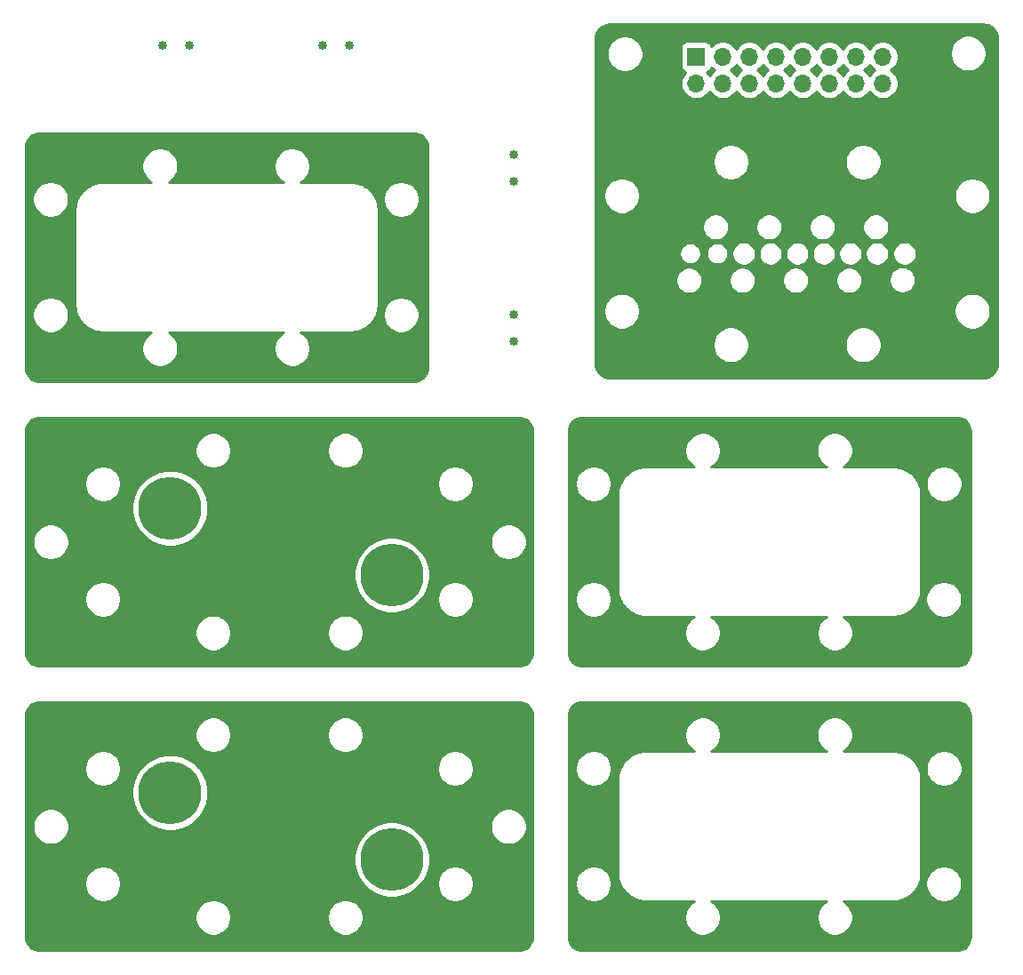
<source format=gtl>
%MOIN*%
%OFA0B0*%
%FSLAX46Y46*%
%IPPOS*%
%LPD*%
%ADD10O,0.066929133858267723X0.066929133858267723*%
%ADD11R,0.066929133858267723X0.066929133858267723*%
%ADD12C,0.01*%
%ADD13C,0.0039370078740157488*%
%ADD24C,0.01*%
%ADD25C,0.0039370078740157488*%
%ADD26C,0.033464566929133861*%
%ADD27C,0.23622047244094491*%
%ADD28C,0.01*%
%ADD29C,0.0039370078740157488*%
%ADD30C,0.033464566929133861*%
%ADD31C,0.23622047244094491*%
%ADD32C,0.01*%
%ADD33C,0.0039370078740157488*%
%ADD34C,0.01*%
%ADD35C,0.0039370078740157488*%
%ADD36C,0.01*%
%ADD37C,0.0039370078740157488*%
G01*
D10*
X-0002519685Y0005137795D02*
X0003240314Y0003277795D03*
X0003240314Y0003377795D03*
X0003140314Y0003277795D03*
X0003140314Y0003377795D03*
X0003040314Y0003277795D03*
X0003040314Y0003377795D03*
X0002940314Y0003277795D03*
X0002940314Y0003377795D03*
X0002840314Y0003277795D03*
X0002840314Y0003377795D03*
X0002740314Y0003277795D03*
X0002740314Y0003377795D03*
X0002640314Y0003277795D03*
X0002640314Y0003377795D03*
X0002540314Y0003277795D03*
D11*
X0002540314Y0003377795D03*
D12*
X0003626863Y0003498585D02*
X0003636697Y0003495616D01*
X0003645766Y0003490794D01*
X0003653726Y0003484302D01*
X0003660274Y0003476387D01*
X0003665159Y0003467351D01*
X0003668197Y0003457539D01*
X0003669396Y0003446125D01*
X0003669396Y0002227754D01*
X0003668269Y0002216260D01*
X0003665301Y0002206426D01*
X0003660478Y0002197357D01*
X0003653986Y0002189397D01*
X0003646071Y0002182849D01*
X0003637036Y0002177964D01*
X0003627224Y0002174926D01*
X0003615810Y0002173727D01*
X0002216427Y0002173727D01*
X0002204934Y0002174854D01*
X0002195100Y0002177823D01*
X0002186031Y0002182645D01*
X0002178071Y0002189137D01*
X0002171523Y0002197052D01*
X0002166638Y0002206087D01*
X0002163600Y0002215900D01*
X0002162401Y0002227313D01*
X0002162401Y0002304022D01*
X0002602007Y0002304022D01*
X0002602007Y0002290567D01*
X0002604632Y0002277370D01*
X0002609782Y0002264939D01*
X0002617257Y0002253752D01*
X0002626771Y0002244237D01*
X0002637959Y0002236762D01*
X0002650390Y0002231613D01*
X0002663587Y0002228988D01*
X0002677042Y0002228988D01*
X0002690239Y0002231613D01*
X0002702670Y0002236762D01*
X0002713858Y0002244237D01*
X0002723372Y0002253752D01*
X0002730847Y0002264939D01*
X0002735997Y0002277370D01*
X0002738622Y0002290567D01*
X0002738622Y0002304022D01*
X0003098507Y0002304022D01*
X0003098507Y0002290567D01*
X0003101132Y0002277370D01*
X0003106282Y0002264939D01*
X0003113757Y0002253752D01*
X0003123271Y0002244237D01*
X0003134459Y0002236762D01*
X0003146890Y0002231613D01*
X0003160087Y0002228988D01*
X0003173542Y0002228988D01*
X0003186739Y0002231613D01*
X0003199170Y0002236762D01*
X0003210358Y0002244237D01*
X0003219872Y0002253752D01*
X0003227347Y0002264939D01*
X0003232497Y0002277370D01*
X0003235122Y0002290567D01*
X0003235122Y0002304022D01*
X0003232497Y0002317219D01*
X0003227347Y0002329650D01*
X0003219872Y0002340838D01*
X0003210358Y0002350352D01*
X0003199170Y0002357828D01*
X0003186739Y0002362977D01*
X0003173542Y0002365602D01*
X0003160087Y0002365602D01*
X0003146890Y0002362977D01*
X0003134459Y0002357828D01*
X0003123271Y0002350352D01*
X0003113757Y0002340838D01*
X0003106282Y0002329650D01*
X0003101132Y0002317219D01*
X0003098507Y0002304022D01*
X0002738622Y0002304022D01*
X0002735997Y0002317219D01*
X0002730847Y0002329650D01*
X0002723372Y0002340838D01*
X0002713858Y0002350352D01*
X0002702670Y0002357828D01*
X0002690239Y0002362977D01*
X0002677042Y0002365602D01*
X0002663587Y0002365602D01*
X0002650390Y0002362977D01*
X0002637959Y0002357828D01*
X0002626771Y0002350352D01*
X0002617257Y0002340838D01*
X0002609782Y0002329650D01*
X0002604632Y0002317219D01*
X0002602007Y0002304022D01*
X0002162401Y0002304022D01*
X0002162401Y0002430022D01*
X0002193007Y0002430022D01*
X0002193007Y0002416567D01*
X0002195632Y0002403370D01*
X0002200782Y0002390939D01*
X0002208257Y0002379752D01*
X0002217771Y0002370237D01*
X0002228959Y0002362762D01*
X0002241390Y0002357613D01*
X0002254587Y0002354988D01*
X0002268042Y0002354988D01*
X0002281239Y0002357613D01*
X0002293670Y0002362762D01*
X0002304858Y0002370237D01*
X0002314372Y0002379752D01*
X0002321847Y0002390939D01*
X0002326997Y0002403370D01*
X0002329622Y0002416567D01*
X0002329622Y0002430022D01*
X0003507507Y0002430022D01*
X0003507507Y0002416567D01*
X0003510132Y0002403370D01*
X0003515282Y0002390939D01*
X0003522757Y0002379752D01*
X0003532271Y0002370237D01*
X0003543459Y0002362762D01*
X0003555890Y0002357613D01*
X0003569087Y0002354988D01*
X0003582542Y0002354988D01*
X0003595739Y0002357613D01*
X0003608170Y0002362762D01*
X0003619358Y0002370237D01*
X0003628872Y0002379752D01*
X0003636347Y0002390939D01*
X0003641497Y0002403370D01*
X0003644122Y0002416567D01*
X0003644122Y0002430022D01*
X0003641497Y0002443219D01*
X0003636347Y0002455650D01*
X0003628872Y0002466838D01*
X0003619358Y0002476352D01*
X0003608170Y0002483828D01*
X0003595739Y0002488977D01*
X0003582542Y0002491602D01*
X0003569087Y0002491602D01*
X0003555890Y0002488977D01*
X0003543459Y0002483828D01*
X0003532271Y0002476352D01*
X0003522757Y0002466838D01*
X0003515282Y0002455650D01*
X0003510132Y0002443219D01*
X0003507507Y0002430022D01*
X0002329622Y0002430022D01*
X0002326997Y0002443219D01*
X0002321847Y0002455650D01*
X0002314372Y0002466838D01*
X0002304858Y0002476352D01*
X0002293670Y0002483828D01*
X0002281239Y0002488977D01*
X0002268042Y0002491602D01*
X0002254587Y0002491602D01*
X0002241390Y0002488977D01*
X0002228959Y0002483828D01*
X0002217771Y0002476352D01*
X0002208257Y0002466838D01*
X0002200782Y0002455650D01*
X0002195632Y0002443219D01*
X0002193007Y0002430022D01*
X0002162401Y0002430022D01*
X0002162401Y0002544719D01*
X0002463314Y0002544719D01*
X0002463314Y0002534870D01*
X0002465236Y0002525210D01*
X0002469005Y0002516111D01*
X0002474477Y0002507922D01*
X0002481441Y0002500957D01*
X0002489631Y0002495485D01*
X0002498730Y0002491716D01*
X0002508390Y0002489795D01*
X0002518239Y0002489795D01*
X0002527899Y0002491716D01*
X0002536998Y0002495485D01*
X0002545188Y0002500957D01*
X0002552152Y0002507922D01*
X0002557624Y0002516111D01*
X0002561393Y0002525210D01*
X0002563314Y0002534870D01*
X0002563314Y0002544719D01*
X0002663314Y0002544719D01*
X0002663314Y0002534870D01*
X0002665236Y0002525210D01*
X0002669005Y0002516111D01*
X0002674477Y0002507922D01*
X0002681441Y0002500957D01*
X0002689631Y0002495485D01*
X0002698730Y0002491716D01*
X0002708390Y0002489795D01*
X0002718239Y0002489795D01*
X0002727899Y0002491716D01*
X0002736998Y0002495485D01*
X0002745188Y0002500957D01*
X0002752152Y0002507922D01*
X0002757624Y0002516111D01*
X0002761393Y0002525210D01*
X0002763314Y0002534870D01*
X0002763314Y0002544719D01*
X0002863314Y0002544719D01*
X0002863314Y0002534870D01*
X0002865236Y0002525210D01*
X0002869005Y0002516111D01*
X0002874477Y0002507922D01*
X0002881441Y0002500957D01*
X0002889631Y0002495485D01*
X0002898730Y0002491716D01*
X0002908390Y0002489795D01*
X0002918239Y0002489795D01*
X0002927899Y0002491716D01*
X0002936998Y0002495485D01*
X0002945188Y0002500957D01*
X0002952152Y0002507922D01*
X0002957624Y0002516111D01*
X0002961393Y0002525210D01*
X0002963314Y0002534870D01*
X0002963314Y0002544719D01*
X0003063314Y0002544719D01*
X0003063314Y0002534870D01*
X0003065236Y0002525210D01*
X0003069005Y0002516111D01*
X0003074477Y0002507922D01*
X0003081441Y0002500957D01*
X0003089631Y0002495485D01*
X0003098730Y0002491716D01*
X0003108390Y0002489795D01*
X0003118239Y0002489795D01*
X0003127899Y0002491716D01*
X0003136998Y0002495485D01*
X0003145188Y0002500957D01*
X0003152152Y0002507922D01*
X0003157624Y0002516111D01*
X0003161393Y0002525210D01*
X0003163314Y0002534870D01*
X0003163314Y0002544719D01*
X0003163116Y0002545719D01*
X0003263314Y0002545719D01*
X0003263314Y0002535870D01*
X0003265236Y0002526210D01*
X0003269005Y0002517111D01*
X0003274477Y0002508922D01*
X0003281441Y0002501957D01*
X0003289631Y0002496485D01*
X0003298730Y0002492716D01*
X0003308390Y0002490795D01*
X0003318239Y0002490795D01*
X0003327899Y0002492716D01*
X0003336998Y0002496485D01*
X0003345188Y0002501957D01*
X0003352152Y0002508922D01*
X0003357624Y0002517111D01*
X0003361393Y0002526210D01*
X0003363314Y0002535870D01*
X0003363314Y0002545719D01*
X0003361393Y0002555379D01*
X0003357624Y0002564479D01*
X0003352152Y0002572668D01*
X0003345188Y0002579632D01*
X0003336998Y0002585104D01*
X0003327899Y0002588873D01*
X0003318239Y0002590795D01*
X0003308390Y0002590795D01*
X0003298730Y0002588873D01*
X0003289631Y0002585104D01*
X0003281441Y0002579632D01*
X0003274477Y0002572668D01*
X0003269005Y0002564479D01*
X0003265236Y0002555379D01*
X0003263314Y0002545719D01*
X0003163116Y0002545719D01*
X0003161393Y0002554379D01*
X0003157624Y0002563479D01*
X0003152152Y0002571668D01*
X0003145188Y0002578632D01*
X0003136998Y0002584104D01*
X0003127899Y0002587873D01*
X0003118239Y0002589795D01*
X0003108390Y0002589795D01*
X0003098730Y0002587873D01*
X0003089631Y0002584104D01*
X0003081441Y0002578632D01*
X0003074477Y0002571668D01*
X0003069005Y0002563479D01*
X0003065236Y0002554379D01*
X0003063314Y0002544719D01*
X0002963314Y0002544719D01*
X0002961393Y0002554379D01*
X0002957624Y0002563479D01*
X0002952152Y0002571668D01*
X0002945188Y0002578632D01*
X0002936998Y0002584104D01*
X0002927899Y0002587873D01*
X0002918239Y0002589795D01*
X0002908390Y0002589795D01*
X0002898730Y0002587873D01*
X0002889631Y0002584104D01*
X0002881441Y0002578632D01*
X0002874477Y0002571668D01*
X0002869005Y0002563479D01*
X0002865236Y0002554379D01*
X0002863314Y0002544719D01*
X0002763314Y0002544719D01*
X0002761393Y0002554379D01*
X0002757624Y0002563479D01*
X0002752152Y0002571668D01*
X0002745188Y0002578632D01*
X0002736998Y0002584104D01*
X0002727899Y0002587873D01*
X0002718239Y0002589795D01*
X0002708390Y0002589795D01*
X0002698730Y0002587873D01*
X0002689631Y0002584104D01*
X0002681441Y0002578632D01*
X0002674477Y0002571668D01*
X0002669005Y0002563479D01*
X0002665236Y0002554379D01*
X0002663314Y0002544719D01*
X0002563314Y0002544719D01*
X0002561393Y0002554379D01*
X0002557624Y0002563479D01*
X0002552152Y0002571668D01*
X0002545188Y0002578632D01*
X0002536998Y0002584104D01*
X0002527899Y0002587873D01*
X0002518239Y0002589795D01*
X0002508390Y0002589795D01*
X0002498730Y0002587873D01*
X0002489631Y0002584104D01*
X0002481441Y0002578632D01*
X0002474477Y0002571668D01*
X0002469005Y0002563479D01*
X0002465236Y0002554379D01*
X0002463314Y0002544719D01*
X0002162401Y0002544719D01*
X0002162401Y0002643808D01*
X0002477566Y0002643808D01*
X0002477566Y0002635781D01*
X0002479132Y0002627909D01*
X0002482204Y0002620493D01*
X0002486663Y0002613819D01*
X0002492339Y0002608144D01*
X0002499013Y0002603684D01*
X0002506429Y0002600613D01*
X0002514301Y0002599047D01*
X0002522328Y0002599047D01*
X0002530200Y0002600613D01*
X0002537616Y0002603684D01*
X0002544290Y0002608144D01*
X0002549966Y0002613819D01*
X0002554425Y0002620493D01*
X0002557497Y0002627909D01*
X0002559062Y0002635781D01*
X0002559062Y0002643808D01*
X0002578066Y0002643808D01*
X0002578066Y0002635781D01*
X0002579632Y0002627909D01*
X0002582704Y0002620493D01*
X0002587163Y0002613819D01*
X0002592839Y0002608144D01*
X0002599513Y0002603684D01*
X0002606929Y0002600613D01*
X0002614801Y0002599047D01*
X0002622828Y0002599047D01*
X0002630700Y0002600613D01*
X0002638116Y0002603684D01*
X0002644790Y0002608144D01*
X0002650465Y0002613819D01*
X0002654925Y0002620493D01*
X0002657997Y0002627909D01*
X0002659562Y0002635781D01*
X0002659562Y0002643808D01*
X0002659485Y0002644196D01*
X0002674129Y0002644196D01*
X0002674129Y0002635394D01*
X0002675847Y0002626761D01*
X0002679215Y0002618628D01*
X0002684105Y0002611310D01*
X0002690329Y0002605086D01*
X0002697648Y0002600195D01*
X0002705780Y0002596827D01*
X0002714413Y0002595110D01*
X0002723216Y0002595110D01*
X0002731849Y0002596827D01*
X0002739981Y0002600195D01*
X0002747300Y0002605086D01*
X0002753524Y0002611310D01*
X0002758414Y0002618628D01*
X0002761782Y0002626761D01*
X0002763500Y0002635394D01*
X0002763500Y0002644196D01*
X0002774629Y0002644196D01*
X0002774629Y0002635394D01*
X0002776347Y0002626761D01*
X0002779715Y0002618628D01*
X0002784605Y0002611310D01*
X0002790829Y0002605086D01*
X0002798148Y0002600195D01*
X0002806280Y0002596827D01*
X0002814913Y0002595110D01*
X0002823716Y0002595110D01*
X0002832349Y0002596827D01*
X0002840481Y0002600195D01*
X0002847800Y0002605086D01*
X0002854024Y0002611310D01*
X0002858914Y0002618628D01*
X0002862282Y0002626761D01*
X0002864000Y0002635394D01*
X0002864000Y0002644196D01*
X0002875129Y0002644196D01*
X0002875129Y0002635394D01*
X0002876847Y0002626761D01*
X0002880215Y0002618628D01*
X0002885105Y0002611310D01*
X0002891329Y0002605086D01*
X0002898648Y0002600195D01*
X0002906780Y0002596827D01*
X0002915413Y0002595110D01*
X0002924216Y0002595110D01*
X0002932849Y0002596827D01*
X0002940981Y0002600195D01*
X0002948300Y0002605086D01*
X0002954524Y0002611310D01*
X0002959414Y0002618628D01*
X0002962782Y0002626761D01*
X0002964500Y0002635394D01*
X0002964500Y0002644196D01*
X0002974629Y0002644196D01*
X0002974629Y0002635394D01*
X0002976347Y0002626761D01*
X0002979715Y0002618628D01*
X0002984605Y0002611310D01*
X0002990829Y0002605086D01*
X0002998148Y0002600195D01*
X0003006280Y0002596827D01*
X0003014913Y0002595110D01*
X0003023716Y0002595110D01*
X0003032349Y0002596827D01*
X0003040481Y0002600195D01*
X0003047800Y0002605086D01*
X0003054024Y0002611310D01*
X0003058914Y0002618628D01*
X0003062282Y0002626761D01*
X0003064000Y0002635394D01*
X0003064000Y0002644196D01*
X0003074129Y0002644196D01*
X0003074129Y0002635394D01*
X0003075847Y0002626761D01*
X0003079215Y0002618628D01*
X0003084105Y0002611310D01*
X0003090329Y0002605086D01*
X0003097648Y0002600195D01*
X0003105780Y0002596827D01*
X0003114413Y0002595110D01*
X0003123216Y0002595110D01*
X0003131849Y0002596827D01*
X0003139981Y0002600195D01*
X0003147300Y0002605086D01*
X0003153524Y0002611310D01*
X0003158414Y0002618628D01*
X0003161782Y0002626761D01*
X0003163500Y0002635394D01*
X0003163500Y0002644196D01*
X0003174129Y0002644196D01*
X0003174129Y0002635394D01*
X0003175847Y0002626761D01*
X0003179215Y0002618628D01*
X0003184105Y0002611310D01*
X0003190329Y0002605086D01*
X0003197648Y0002600195D01*
X0003205780Y0002596827D01*
X0003214413Y0002595110D01*
X0003223216Y0002595110D01*
X0003231849Y0002596827D01*
X0003239981Y0002600195D01*
X0003247300Y0002605086D01*
X0003253524Y0002611310D01*
X0003258414Y0002618628D01*
X0003261782Y0002626761D01*
X0003263500Y0002635394D01*
X0003263500Y0002644196D01*
X0003277629Y0002644196D01*
X0003277629Y0002635394D01*
X0003279347Y0002626761D01*
X0003282715Y0002618628D01*
X0003287605Y0002611310D01*
X0003293829Y0002605086D01*
X0003301148Y0002600195D01*
X0003309280Y0002596827D01*
X0003317913Y0002595110D01*
X0003326716Y0002595110D01*
X0003335349Y0002596827D01*
X0003343481Y0002600195D01*
X0003350800Y0002605086D01*
X0003357024Y0002611310D01*
X0003361914Y0002618628D01*
X0003365282Y0002626761D01*
X0003367000Y0002635394D01*
X0003367000Y0002644196D01*
X0003365282Y0002652829D01*
X0003361914Y0002660961D01*
X0003357024Y0002668280D01*
X0003350800Y0002674504D01*
X0003343481Y0002679394D01*
X0003335349Y0002682763D01*
X0003326716Y0002684480D01*
X0003317913Y0002684480D01*
X0003309280Y0002682763D01*
X0003301148Y0002679394D01*
X0003293829Y0002674504D01*
X0003287605Y0002668280D01*
X0003282715Y0002660961D01*
X0003279347Y0002652829D01*
X0003277629Y0002644196D01*
X0003263500Y0002644196D01*
X0003261782Y0002652829D01*
X0003258414Y0002660961D01*
X0003253524Y0002668280D01*
X0003247300Y0002674504D01*
X0003239981Y0002679394D01*
X0003231849Y0002682763D01*
X0003223216Y0002684480D01*
X0003214413Y0002684480D01*
X0003205780Y0002682763D01*
X0003197648Y0002679394D01*
X0003190329Y0002674504D01*
X0003184105Y0002668280D01*
X0003179215Y0002660961D01*
X0003175847Y0002652829D01*
X0003174129Y0002644196D01*
X0003163500Y0002644196D01*
X0003161782Y0002652829D01*
X0003158414Y0002660961D01*
X0003153524Y0002668280D01*
X0003147300Y0002674504D01*
X0003139981Y0002679394D01*
X0003131849Y0002682763D01*
X0003123216Y0002684480D01*
X0003114413Y0002684480D01*
X0003105780Y0002682763D01*
X0003097648Y0002679394D01*
X0003090329Y0002674504D01*
X0003084105Y0002668280D01*
X0003079215Y0002660961D01*
X0003075847Y0002652829D01*
X0003074129Y0002644196D01*
X0003064000Y0002644196D01*
X0003062282Y0002652829D01*
X0003058914Y0002660961D01*
X0003054024Y0002668280D01*
X0003047800Y0002674504D01*
X0003040481Y0002679394D01*
X0003032349Y0002682763D01*
X0003023716Y0002684480D01*
X0003014913Y0002684480D01*
X0003006280Y0002682763D01*
X0002998148Y0002679394D01*
X0002990829Y0002674504D01*
X0002984605Y0002668280D01*
X0002979715Y0002660961D01*
X0002976347Y0002652829D01*
X0002974629Y0002644196D01*
X0002964500Y0002644196D01*
X0002962782Y0002652829D01*
X0002959414Y0002660961D01*
X0002954524Y0002668280D01*
X0002948300Y0002674504D01*
X0002940981Y0002679394D01*
X0002932849Y0002682763D01*
X0002924216Y0002684480D01*
X0002915413Y0002684480D01*
X0002906780Y0002682763D01*
X0002898648Y0002679394D01*
X0002891329Y0002674504D01*
X0002885105Y0002668280D01*
X0002880215Y0002660961D01*
X0002876847Y0002652829D01*
X0002875129Y0002644196D01*
X0002864000Y0002644196D01*
X0002862282Y0002652829D01*
X0002858914Y0002660961D01*
X0002854024Y0002668280D01*
X0002847800Y0002674504D01*
X0002840481Y0002679394D01*
X0002832349Y0002682763D01*
X0002823716Y0002684480D01*
X0002814913Y0002684480D01*
X0002806280Y0002682763D01*
X0002798148Y0002679394D01*
X0002790829Y0002674504D01*
X0002784605Y0002668280D01*
X0002779715Y0002660961D01*
X0002776347Y0002652829D01*
X0002774629Y0002644196D01*
X0002763500Y0002644196D01*
X0002761782Y0002652829D01*
X0002758414Y0002660961D01*
X0002753524Y0002668280D01*
X0002747300Y0002674504D01*
X0002739981Y0002679394D01*
X0002731849Y0002682763D01*
X0002723216Y0002684480D01*
X0002714413Y0002684480D01*
X0002705780Y0002682763D01*
X0002697648Y0002679394D01*
X0002690329Y0002674504D01*
X0002684105Y0002668280D01*
X0002679215Y0002660961D01*
X0002675847Y0002652829D01*
X0002674129Y0002644196D01*
X0002659485Y0002644196D01*
X0002657997Y0002651681D01*
X0002654925Y0002659096D01*
X0002650465Y0002665770D01*
X0002644790Y0002671446D01*
X0002638116Y0002675905D01*
X0002630700Y0002678977D01*
X0002622828Y0002680543D01*
X0002614801Y0002680543D01*
X0002606929Y0002678977D01*
X0002599513Y0002675905D01*
X0002592839Y0002671446D01*
X0002587163Y0002665770D01*
X0002582704Y0002659096D01*
X0002579632Y0002651681D01*
X0002578066Y0002643808D01*
X0002559062Y0002643808D01*
X0002557497Y0002651681D01*
X0002554425Y0002659096D01*
X0002549966Y0002665770D01*
X0002544290Y0002671446D01*
X0002537616Y0002675905D01*
X0002530200Y0002678977D01*
X0002522328Y0002680543D01*
X0002514301Y0002680543D01*
X0002506429Y0002678977D01*
X0002499013Y0002675905D01*
X0002492339Y0002671446D01*
X0002486663Y0002665770D01*
X0002482204Y0002659096D01*
X0002479132Y0002651681D01*
X0002477566Y0002643808D01*
X0002162401Y0002643808D01*
X0002162401Y0002744719D01*
X0002563314Y0002744719D01*
X0002563314Y0002734870D01*
X0002565236Y0002725210D01*
X0002569005Y0002716111D01*
X0002574477Y0002707922D01*
X0002581441Y0002700957D01*
X0002589631Y0002695485D01*
X0002598730Y0002691716D01*
X0002608390Y0002689795D01*
X0002618239Y0002689795D01*
X0002627899Y0002691716D01*
X0002636998Y0002695485D01*
X0002645188Y0002700957D01*
X0002652152Y0002707922D01*
X0002657624Y0002716111D01*
X0002661393Y0002725210D01*
X0002663314Y0002734870D01*
X0002663314Y0002744719D01*
X0002763314Y0002744719D01*
X0002763314Y0002734870D01*
X0002765236Y0002725210D01*
X0002769005Y0002716111D01*
X0002774477Y0002707922D01*
X0002781441Y0002700957D01*
X0002789631Y0002695485D01*
X0002798730Y0002691716D01*
X0002808390Y0002689795D01*
X0002818239Y0002689795D01*
X0002827899Y0002691716D01*
X0002836998Y0002695485D01*
X0002845188Y0002700957D01*
X0002852152Y0002707922D01*
X0002857624Y0002716111D01*
X0002861393Y0002725210D01*
X0002863314Y0002734870D01*
X0002863314Y0002744719D01*
X0002963314Y0002744719D01*
X0002963314Y0002734870D01*
X0002965236Y0002725210D01*
X0002969005Y0002716111D01*
X0002974477Y0002707922D01*
X0002981441Y0002700957D01*
X0002989631Y0002695485D01*
X0002998730Y0002691716D01*
X0003008390Y0002689795D01*
X0003018239Y0002689795D01*
X0003027899Y0002691716D01*
X0003036998Y0002695485D01*
X0003045188Y0002700957D01*
X0003052152Y0002707922D01*
X0003057624Y0002716111D01*
X0003061393Y0002725210D01*
X0003063314Y0002734870D01*
X0003063314Y0002744719D01*
X0003163814Y0002744719D01*
X0003163814Y0002734870D01*
X0003165736Y0002725210D01*
X0003169505Y0002716111D01*
X0003174977Y0002707922D01*
X0003181941Y0002700957D01*
X0003190131Y0002695485D01*
X0003199230Y0002691716D01*
X0003208890Y0002689795D01*
X0003218739Y0002689795D01*
X0003228399Y0002691716D01*
X0003237498Y0002695485D01*
X0003245688Y0002700957D01*
X0003252652Y0002707922D01*
X0003258124Y0002716111D01*
X0003261893Y0002725210D01*
X0003263814Y0002734870D01*
X0003263814Y0002744719D01*
X0003261893Y0002754379D01*
X0003258124Y0002763479D01*
X0003252652Y0002771668D01*
X0003245688Y0002778632D01*
X0003237498Y0002784104D01*
X0003228399Y0002787873D01*
X0003218739Y0002789795D01*
X0003208890Y0002789795D01*
X0003199230Y0002787873D01*
X0003190131Y0002784104D01*
X0003181941Y0002778632D01*
X0003174977Y0002771668D01*
X0003169505Y0002763479D01*
X0003165736Y0002754379D01*
X0003163814Y0002744719D01*
X0003063314Y0002744719D01*
X0003061393Y0002754379D01*
X0003057624Y0002763479D01*
X0003052152Y0002771668D01*
X0003045188Y0002778632D01*
X0003036998Y0002784104D01*
X0003027899Y0002787873D01*
X0003018239Y0002789795D01*
X0003008390Y0002789795D01*
X0002998730Y0002787873D01*
X0002989631Y0002784104D01*
X0002981441Y0002778632D01*
X0002974477Y0002771668D01*
X0002969005Y0002763479D01*
X0002965236Y0002754379D01*
X0002963314Y0002744719D01*
X0002863314Y0002744719D01*
X0002861393Y0002754379D01*
X0002857624Y0002763479D01*
X0002852152Y0002771668D01*
X0002845188Y0002778632D01*
X0002836998Y0002784104D01*
X0002827899Y0002787873D01*
X0002818239Y0002789795D01*
X0002808390Y0002789795D01*
X0002798730Y0002787873D01*
X0002789631Y0002784104D01*
X0002781441Y0002778632D01*
X0002774477Y0002771668D01*
X0002769005Y0002763479D01*
X0002765236Y0002754379D01*
X0002763314Y0002744719D01*
X0002663314Y0002744719D01*
X0002661393Y0002754379D01*
X0002657624Y0002763479D01*
X0002652152Y0002771668D01*
X0002645188Y0002778632D01*
X0002636998Y0002784104D01*
X0002627899Y0002787873D01*
X0002618239Y0002789795D01*
X0002608390Y0002789795D01*
X0002598730Y0002787873D01*
X0002589631Y0002784104D01*
X0002581441Y0002778632D01*
X0002574477Y0002771668D01*
X0002569005Y0002763479D01*
X0002565236Y0002754379D01*
X0002563314Y0002744719D01*
X0002162401Y0002744719D01*
X0002162401Y0002863022D01*
X0002193007Y0002863022D01*
X0002193007Y0002849567D01*
X0002195632Y0002836370D01*
X0002200782Y0002823939D01*
X0002208257Y0002812752D01*
X0002217771Y0002803237D01*
X0002228959Y0002795762D01*
X0002241390Y0002790613D01*
X0002254587Y0002787988D01*
X0002268042Y0002787988D01*
X0002281239Y0002790613D01*
X0002293670Y0002795762D01*
X0002304858Y0002803237D01*
X0002314372Y0002812752D01*
X0002321847Y0002823939D01*
X0002326997Y0002836370D01*
X0002329622Y0002849567D01*
X0002329622Y0002863022D01*
X0003508007Y0002863022D01*
X0003508007Y0002849567D01*
X0003510632Y0002836370D01*
X0003515782Y0002823939D01*
X0003523257Y0002812752D01*
X0003532771Y0002803237D01*
X0003543959Y0002795762D01*
X0003556390Y0002790613D01*
X0003569587Y0002787988D01*
X0003583042Y0002787988D01*
X0003596239Y0002790613D01*
X0003608670Y0002795762D01*
X0003619858Y0002803237D01*
X0003629372Y0002812752D01*
X0003636847Y0002823939D01*
X0003641997Y0002836370D01*
X0003644622Y0002849567D01*
X0003644622Y0002863022D01*
X0003641997Y0002876219D01*
X0003636847Y0002888650D01*
X0003629372Y0002899838D01*
X0003619858Y0002909352D01*
X0003608670Y0002916828D01*
X0003596239Y0002921977D01*
X0003583042Y0002924602D01*
X0003569587Y0002924602D01*
X0003556390Y0002921977D01*
X0003543959Y0002916828D01*
X0003532771Y0002909352D01*
X0003523257Y0002899838D01*
X0003515782Y0002888650D01*
X0003510632Y0002876219D01*
X0003508007Y0002863022D01*
X0002329622Y0002863022D01*
X0002326997Y0002876219D01*
X0002321847Y0002888650D01*
X0002314372Y0002899838D01*
X0002304858Y0002909352D01*
X0002293670Y0002916828D01*
X0002281239Y0002921977D01*
X0002268042Y0002924602D01*
X0002254587Y0002924602D01*
X0002241390Y0002921977D01*
X0002228959Y0002916828D01*
X0002217771Y0002909352D01*
X0002208257Y0002899838D01*
X0002200782Y0002888650D01*
X0002195632Y0002876219D01*
X0002193007Y0002863022D01*
X0002162401Y0002863022D01*
X0002162401Y0002989022D01*
X0002602507Y0002989022D01*
X0002602507Y0002975567D01*
X0002605132Y0002962370D01*
X0002610282Y0002949939D01*
X0002617757Y0002938752D01*
X0002627271Y0002929237D01*
X0002638459Y0002921762D01*
X0002650890Y0002916613D01*
X0002664087Y0002913988D01*
X0002677542Y0002913988D01*
X0002690739Y0002916613D01*
X0002703170Y0002921762D01*
X0002714358Y0002929237D01*
X0002723872Y0002938752D01*
X0002731347Y0002949939D01*
X0002736497Y0002962370D01*
X0002739122Y0002975567D01*
X0002739122Y0002989022D01*
X0003098507Y0002989022D01*
X0003098507Y0002975567D01*
X0003101132Y0002962370D01*
X0003106282Y0002949939D01*
X0003113757Y0002938752D01*
X0003123271Y0002929237D01*
X0003134459Y0002921762D01*
X0003146890Y0002916613D01*
X0003160087Y0002913988D01*
X0003173542Y0002913988D01*
X0003186739Y0002916613D01*
X0003199170Y0002921762D01*
X0003210358Y0002929237D01*
X0003219872Y0002938752D01*
X0003227347Y0002949939D01*
X0003232497Y0002962370D01*
X0003235122Y0002975567D01*
X0003235122Y0002989022D01*
X0003232497Y0003002219D01*
X0003227347Y0003014650D01*
X0003219872Y0003025838D01*
X0003210358Y0003035352D01*
X0003199170Y0003042828D01*
X0003186739Y0003047977D01*
X0003173542Y0003050602D01*
X0003160087Y0003050602D01*
X0003146890Y0003047977D01*
X0003134459Y0003042828D01*
X0003123271Y0003035352D01*
X0003113757Y0003025838D01*
X0003106282Y0003014650D01*
X0003101132Y0003002219D01*
X0003098507Y0002989022D01*
X0002739122Y0002989022D01*
X0002736497Y0003002219D01*
X0002731347Y0003014650D01*
X0002723872Y0003025838D01*
X0002714358Y0003035352D01*
X0002703170Y0003042828D01*
X0002690739Y0003047977D01*
X0002677542Y0003050602D01*
X0002664087Y0003050602D01*
X0002650890Y0003047977D01*
X0002638459Y0003042828D01*
X0002627271Y0003035352D01*
X0002617757Y0003025838D01*
X0002610282Y0003014650D01*
X0002605132Y0003002219D01*
X0002602507Y0002989022D01*
X0002162401Y0002989022D01*
X0002162401Y0003395522D01*
X0002205007Y0003395522D01*
X0002205007Y0003382067D01*
X0002207632Y0003368870D01*
X0002212782Y0003356439D01*
X0002220257Y0003345252D01*
X0002229771Y0003335737D01*
X0002240959Y0003328262D01*
X0002253390Y0003323113D01*
X0002266587Y0003320488D01*
X0002280042Y0003320488D01*
X0002293239Y0003323113D01*
X0002305670Y0003328262D01*
X0002316858Y0003335737D01*
X0002326372Y0003345252D01*
X0002333847Y0003356439D01*
X0002338997Y0003368870D01*
X0002341622Y0003382067D01*
X0002341622Y0003395522D01*
X0002338997Y0003408719D01*
X0002337944Y0003411259D01*
X0002481729Y0003411259D01*
X0002481729Y0003344330D01*
X0002482212Y0003339429D01*
X0002483641Y0003334717D01*
X0002485963Y0003330374D01*
X0002489087Y0003326567D01*
X0002492893Y0003323443D01*
X0002497237Y0003321121D01*
X0002500093Y0003320255D01*
X0002494902Y0003315064D01*
X0002488504Y0003305488D01*
X0002484097Y0003294848D01*
X0002481850Y0003283553D01*
X0002481850Y0003272037D01*
X0002484097Y0003260741D01*
X0002488504Y0003250101D01*
X0002494902Y0003240526D01*
X0002503045Y0003232382D01*
X0002512621Y0003225984D01*
X0002523261Y0003221577D01*
X0002534556Y0003219330D01*
X0002546073Y0003219330D01*
X0002557368Y0003221577D01*
X0002568008Y0003225984D01*
X0002577583Y0003232382D01*
X0002585727Y0003240526D01*
X0002590314Y0003247392D01*
X0002594902Y0003240526D01*
X0002603045Y0003232382D01*
X0002612621Y0003225984D01*
X0002623261Y0003221577D01*
X0002634556Y0003219330D01*
X0002646073Y0003219330D01*
X0002657368Y0003221577D01*
X0002668008Y0003225984D01*
X0002677583Y0003232382D01*
X0002685727Y0003240526D01*
X0002690314Y0003247392D01*
X0002694902Y0003240526D01*
X0002703045Y0003232382D01*
X0002712621Y0003225984D01*
X0002723261Y0003221577D01*
X0002734556Y0003219330D01*
X0002746073Y0003219330D01*
X0002757368Y0003221577D01*
X0002768008Y0003225984D01*
X0002777583Y0003232382D01*
X0002785727Y0003240526D01*
X0002790314Y0003247392D01*
X0002794902Y0003240526D01*
X0002803045Y0003232382D01*
X0002812621Y0003225984D01*
X0002823261Y0003221577D01*
X0002834556Y0003219330D01*
X0002846073Y0003219330D01*
X0002857368Y0003221577D01*
X0002868008Y0003225984D01*
X0002877583Y0003232382D01*
X0002885727Y0003240526D01*
X0002890314Y0003247392D01*
X0002894902Y0003240526D01*
X0002903045Y0003232382D01*
X0002912621Y0003225984D01*
X0002923261Y0003221577D01*
X0002934556Y0003219330D01*
X0002946073Y0003219330D01*
X0002957368Y0003221577D01*
X0002968008Y0003225984D01*
X0002977583Y0003232382D01*
X0002985727Y0003240526D01*
X0002990314Y0003247392D01*
X0002994902Y0003240526D01*
X0003003045Y0003232382D01*
X0003012621Y0003225984D01*
X0003023261Y0003221577D01*
X0003034556Y0003219330D01*
X0003046073Y0003219330D01*
X0003057368Y0003221577D01*
X0003068008Y0003225984D01*
X0003077583Y0003232382D01*
X0003085727Y0003240526D01*
X0003090314Y0003247392D01*
X0003094902Y0003240526D01*
X0003103045Y0003232382D01*
X0003112621Y0003225984D01*
X0003123261Y0003221577D01*
X0003134556Y0003219330D01*
X0003146073Y0003219330D01*
X0003157368Y0003221577D01*
X0003168008Y0003225984D01*
X0003177583Y0003232382D01*
X0003185727Y0003240526D01*
X0003190314Y0003247392D01*
X0003194902Y0003240526D01*
X0003203045Y0003232382D01*
X0003212621Y0003225984D01*
X0003223261Y0003221577D01*
X0003234556Y0003219330D01*
X0003246073Y0003219330D01*
X0003257368Y0003221577D01*
X0003268008Y0003225984D01*
X0003277583Y0003232382D01*
X0003285727Y0003240526D01*
X0003292125Y0003250101D01*
X0003296532Y0003260741D01*
X0003298779Y0003272037D01*
X0003298779Y0003283553D01*
X0003296532Y0003294848D01*
X0003292125Y0003305488D01*
X0003285727Y0003315064D01*
X0003277583Y0003323207D01*
X0003270718Y0003327795D01*
X0003277583Y0003332382D01*
X0003285727Y0003340526D01*
X0003292125Y0003350101D01*
X0003296532Y0003360741D01*
X0003298779Y0003372037D01*
X0003298779Y0003383553D01*
X0003296532Y0003394848D01*
X0003295425Y0003397522D01*
X0003492007Y0003397522D01*
X0003492007Y0003384067D01*
X0003494632Y0003370870D01*
X0003499782Y0003358439D01*
X0003507257Y0003347252D01*
X0003516771Y0003337737D01*
X0003527959Y0003330262D01*
X0003540390Y0003325113D01*
X0003553587Y0003322488D01*
X0003567042Y0003322488D01*
X0003580239Y0003325113D01*
X0003592670Y0003330262D01*
X0003603858Y0003337737D01*
X0003613372Y0003347252D01*
X0003620847Y0003358439D01*
X0003625997Y0003370870D01*
X0003628622Y0003384067D01*
X0003628622Y0003397522D01*
X0003625997Y0003410719D01*
X0003620847Y0003423150D01*
X0003613372Y0003434338D01*
X0003603858Y0003443852D01*
X0003592670Y0003451328D01*
X0003580239Y0003456477D01*
X0003567042Y0003459102D01*
X0003553587Y0003459102D01*
X0003540390Y0003456477D01*
X0003527959Y0003451328D01*
X0003516771Y0003443852D01*
X0003507257Y0003434338D01*
X0003499782Y0003423150D01*
X0003494632Y0003410719D01*
X0003492007Y0003397522D01*
X0003295425Y0003397522D01*
X0003292125Y0003405488D01*
X0003285727Y0003415064D01*
X0003277583Y0003423207D01*
X0003268008Y0003429605D01*
X0003257368Y0003434013D01*
X0003246073Y0003436259D01*
X0003234556Y0003436259D01*
X0003223261Y0003434013D01*
X0003212621Y0003429605D01*
X0003203045Y0003423207D01*
X0003194902Y0003415064D01*
X0003190314Y0003408198D01*
X0003185727Y0003415064D01*
X0003177583Y0003423207D01*
X0003168008Y0003429605D01*
X0003157368Y0003434013D01*
X0003146073Y0003436259D01*
X0003134556Y0003436259D01*
X0003123261Y0003434013D01*
X0003112621Y0003429605D01*
X0003103045Y0003423207D01*
X0003094902Y0003415064D01*
X0003090314Y0003408198D01*
X0003085727Y0003415064D01*
X0003077583Y0003423207D01*
X0003068008Y0003429605D01*
X0003057368Y0003434013D01*
X0003046073Y0003436259D01*
X0003034556Y0003436259D01*
X0003023261Y0003434013D01*
X0003012621Y0003429605D01*
X0003003045Y0003423207D01*
X0002994902Y0003415064D01*
X0002990314Y0003408198D01*
X0002985727Y0003415064D01*
X0002977583Y0003423207D01*
X0002968008Y0003429605D01*
X0002957368Y0003434013D01*
X0002946073Y0003436259D01*
X0002934556Y0003436259D01*
X0002923261Y0003434013D01*
X0002912621Y0003429605D01*
X0002903045Y0003423207D01*
X0002894902Y0003415064D01*
X0002890314Y0003408198D01*
X0002885727Y0003415064D01*
X0002877583Y0003423207D01*
X0002868008Y0003429605D01*
X0002857368Y0003434013D01*
X0002846073Y0003436259D01*
X0002834556Y0003436259D01*
X0002823261Y0003434013D01*
X0002812621Y0003429605D01*
X0002803045Y0003423207D01*
X0002794902Y0003415064D01*
X0002790314Y0003408198D01*
X0002785727Y0003415064D01*
X0002777583Y0003423207D01*
X0002768008Y0003429605D01*
X0002757368Y0003434013D01*
X0002746073Y0003436259D01*
X0002734556Y0003436259D01*
X0002723261Y0003434013D01*
X0002712621Y0003429605D01*
X0002703045Y0003423207D01*
X0002694902Y0003415064D01*
X0002690314Y0003408198D01*
X0002685727Y0003415064D01*
X0002677583Y0003423207D01*
X0002668008Y0003429605D01*
X0002657368Y0003434013D01*
X0002646073Y0003436259D01*
X0002634556Y0003436259D01*
X0002623261Y0003434013D01*
X0002612621Y0003429605D01*
X0002603045Y0003423207D01*
X0002597854Y0003418016D01*
X0002596988Y0003420873D01*
X0002594666Y0003425216D01*
X0002591542Y0003429023D01*
X0002587735Y0003432147D01*
X0002583392Y0003434468D01*
X0002578680Y0003435898D01*
X0002573779Y0003436380D01*
X0002506850Y0003436380D01*
X0002501949Y0003435898D01*
X0002497237Y0003434468D01*
X0002492893Y0003432147D01*
X0002489087Y0003429023D01*
X0002485963Y0003425216D01*
X0002483641Y0003420873D01*
X0002482212Y0003416160D01*
X0002481729Y0003411259D01*
X0002337944Y0003411259D01*
X0002333847Y0003421150D01*
X0002326372Y0003432338D01*
X0002316858Y0003441852D01*
X0002305670Y0003449328D01*
X0002293239Y0003454477D01*
X0002280042Y0003457102D01*
X0002266587Y0003457102D01*
X0002253390Y0003454477D01*
X0002240959Y0003449328D01*
X0002229771Y0003441852D01*
X0002220257Y0003432338D01*
X0002212782Y0003421150D01*
X0002207632Y0003408719D01*
X0002205007Y0003395522D01*
X0002162401Y0003395522D01*
X0002162401Y0003445685D01*
X0002163528Y0003457179D01*
X0002166497Y0003467012D01*
X0002171319Y0003476082D01*
X0002177811Y0003484042D01*
X0002185726Y0003490589D01*
X0002194761Y0003495475D01*
X0002204574Y0003498512D01*
X0002215987Y0003499712D01*
X0003615370Y0003499712D01*
X0003626863Y0003498585D01*
D13*
G36*
X0003626863Y0003498585D02*
G01*
X0003636697Y0003495616D01*
X0003645766Y0003490794D01*
X0003653726Y0003484302D01*
X0003660274Y0003476387D01*
X0003665159Y0003467351D01*
X0003668197Y0003457539D01*
X0003669396Y0003446125D01*
X0003669396Y0002227754D01*
X0003668269Y0002216260D01*
X0003665301Y0002206426D01*
X0003660478Y0002197357D01*
X0003653986Y0002189397D01*
X0003646071Y0002182849D01*
X0003637036Y0002177964D01*
X0003627224Y0002174926D01*
X0003615810Y0002173727D01*
X0002216427Y0002173727D01*
X0002204934Y0002174854D01*
X0002195100Y0002177823D01*
X0002186031Y0002182645D01*
X0002178071Y0002189137D01*
X0002171523Y0002197052D01*
X0002166638Y0002206087D01*
X0002163600Y0002215900D01*
X0002162401Y0002227313D01*
X0002162401Y0002304022D01*
X0002602007Y0002304022D01*
X0002602007Y0002290567D01*
X0002604632Y0002277370D01*
X0002609782Y0002264939D01*
X0002617257Y0002253752D01*
X0002626771Y0002244237D01*
X0002637959Y0002236762D01*
X0002650390Y0002231613D01*
X0002663587Y0002228988D01*
X0002677042Y0002228988D01*
X0002690239Y0002231613D01*
X0002702670Y0002236762D01*
X0002713858Y0002244237D01*
X0002723372Y0002253752D01*
X0002730847Y0002264939D01*
X0002735997Y0002277370D01*
X0002738622Y0002290567D01*
X0002738622Y0002304022D01*
X0003098507Y0002304022D01*
X0003098507Y0002290567D01*
X0003101132Y0002277370D01*
X0003106282Y0002264939D01*
X0003113757Y0002253752D01*
X0003123271Y0002244237D01*
X0003134459Y0002236762D01*
X0003146890Y0002231613D01*
X0003160087Y0002228988D01*
X0003173542Y0002228988D01*
X0003186739Y0002231613D01*
X0003199170Y0002236762D01*
X0003210358Y0002244237D01*
X0003219872Y0002253752D01*
X0003227347Y0002264939D01*
X0003232497Y0002277370D01*
X0003235122Y0002290567D01*
X0003235122Y0002304022D01*
X0003232497Y0002317219D01*
X0003227347Y0002329650D01*
X0003219872Y0002340838D01*
X0003210358Y0002350352D01*
X0003199170Y0002357828D01*
X0003186739Y0002362977D01*
X0003173542Y0002365602D01*
X0003160087Y0002365602D01*
X0003146890Y0002362977D01*
X0003134459Y0002357828D01*
X0003123271Y0002350352D01*
X0003113757Y0002340838D01*
X0003106282Y0002329650D01*
X0003101132Y0002317219D01*
X0003098507Y0002304022D01*
X0002738622Y0002304022D01*
X0002735997Y0002317219D01*
X0002730847Y0002329650D01*
X0002723372Y0002340838D01*
X0002713858Y0002350352D01*
X0002702670Y0002357828D01*
X0002690239Y0002362977D01*
X0002677042Y0002365602D01*
X0002663587Y0002365602D01*
X0002650390Y0002362977D01*
X0002637959Y0002357828D01*
X0002626771Y0002350352D01*
X0002617257Y0002340838D01*
X0002609782Y0002329650D01*
X0002604632Y0002317219D01*
X0002602007Y0002304022D01*
X0002162401Y0002304022D01*
X0002162401Y0002430022D01*
X0002193007Y0002430022D01*
X0002193007Y0002416567D01*
X0002195632Y0002403370D01*
X0002200782Y0002390939D01*
X0002208257Y0002379752D01*
X0002217771Y0002370237D01*
X0002228959Y0002362762D01*
X0002241390Y0002357613D01*
X0002254587Y0002354988D01*
X0002268042Y0002354988D01*
X0002281239Y0002357613D01*
X0002293670Y0002362762D01*
X0002304858Y0002370237D01*
X0002314372Y0002379752D01*
X0002321847Y0002390939D01*
X0002326997Y0002403370D01*
X0002329622Y0002416567D01*
X0002329622Y0002430022D01*
X0003507507Y0002430022D01*
X0003507507Y0002416567D01*
X0003510132Y0002403370D01*
X0003515282Y0002390939D01*
X0003522757Y0002379752D01*
X0003532271Y0002370237D01*
X0003543459Y0002362762D01*
X0003555890Y0002357613D01*
X0003569087Y0002354988D01*
X0003582542Y0002354988D01*
X0003595739Y0002357613D01*
X0003608170Y0002362762D01*
X0003619358Y0002370237D01*
X0003628872Y0002379752D01*
X0003636347Y0002390939D01*
X0003641497Y0002403370D01*
X0003644122Y0002416567D01*
X0003644122Y0002430022D01*
X0003641497Y0002443219D01*
X0003636347Y0002455650D01*
X0003628872Y0002466838D01*
X0003619358Y0002476352D01*
X0003608170Y0002483828D01*
X0003595739Y0002488977D01*
X0003582542Y0002491602D01*
X0003569087Y0002491602D01*
X0003555890Y0002488977D01*
X0003543459Y0002483828D01*
X0003532271Y0002476352D01*
X0003522757Y0002466838D01*
X0003515282Y0002455650D01*
X0003510132Y0002443219D01*
X0003507507Y0002430022D01*
X0002329622Y0002430022D01*
X0002326997Y0002443219D01*
X0002321847Y0002455650D01*
X0002314372Y0002466838D01*
X0002304858Y0002476352D01*
X0002293670Y0002483828D01*
X0002281239Y0002488977D01*
X0002268042Y0002491602D01*
X0002254587Y0002491602D01*
X0002241390Y0002488977D01*
X0002228959Y0002483828D01*
X0002217771Y0002476352D01*
X0002208257Y0002466838D01*
X0002200782Y0002455650D01*
X0002195632Y0002443219D01*
X0002193007Y0002430022D01*
X0002162401Y0002430022D01*
X0002162401Y0002544719D01*
X0002463314Y0002544719D01*
X0002463314Y0002534870D01*
X0002465236Y0002525210D01*
X0002469005Y0002516111D01*
X0002474477Y0002507922D01*
X0002481441Y0002500957D01*
X0002489631Y0002495485D01*
X0002498730Y0002491716D01*
X0002508390Y0002489795D01*
X0002518239Y0002489795D01*
X0002527899Y0002491716D01*
X0002536998Y0002495485D01*
X0002545188Y0002500957D01*
X0002552152Y0002507922D01*
X0002557624Y0002516111D01*
X0002561393Y0002525210D01*
X0002563314Y0002534870D01*
X0002563314Y0002544719D01*
X0002663314Y0002544719D01*
X0002663314Y0002534870D01*
X0002665236Y0002525210D01*
X0002669005Y0002516111D01*
X0002674477Y0002507922D01*
X0002681441Y0002500957D01*
X0002689631Y0002495485D01*
X0002698730Y0002491716D01*
X0002708390Y0002489795D01*
X0002718239Y0002489795D01*
X0002727899Y0002491716D01*
X0002736998Y0002495485D01*
X0002745188Y0002500957D01*
X0002752152Y0002507922D01*
X0002757624Y0002516111D01*
X0002761393Y0002525210D01*
X0002763314Y0002534870D01*
X0002763314Y0002544719D01*
X0002863314Y0002544719D01*
X0002863314Y0002534870D01*
X0002865236Y0002525210D01*
X0002869005Y0002516111D01*
X0002874477Y0002507922D01*
X0002881441Y0002500957D01*
X0002889631Y0002495485D01*
X0002898730Y0002491716D01*
X0002908390Y0002489795D01*
X0002918239Y0002489795D01*
X0002927899Y0002491716D01*
X0002936998Y0002495485D01*
X0002945188Y0002500957D01*
X0002952152Y0002507922D01*
X0002957624Y0002516111D01*
X0002961393Y0002525210D01*
X0002963314Y0002534870D01*
X0002963314Y0002544719D01*
X0003063314Y0002544719D01*
X0003063314Y0002534870D01*
X0003065236Y0002525210D01*
X0003069005Y0002516111D01*
X0003074477Y0002507922D01*
X0003081441Y0002500957D01*
X0003089631Y0002495485D01*
X0003098730Y0002491716D01*
X0003108390Y0002489795D01*
X0003118239Y0002489795D01*
X0003127899Y0002491716D01*
X0003136998Y0002495485D01*
X0003145188Y0002500957D01*
X0003152152Y0002507922D01*
X0003157624Y0002516111D01*
X0003161393Y0002525210D01*
X0003163314Y0002534870D01*
X0003163314Y0002544719D01*
X0003163116Y0002545719D01*
X0003263314Y0002545719D01*
X0003263314Y0002535870D01*
X0003265236Y0002526210D01*
X0003269005Y0002517111D01*
X0003274477Y0002508922D01*
X0003281441Y0002501957D01*
X0003289631Y0002496485D01*
X0003298730Y0002492716D01*
X0003308390Y0002490795D01*
X0003318239Y0002490795D01*
X0003327899Y0002492716D01*
X0003336998Y0002496485D01*
X0003345188Y0002501957D01*
X0003352152Y0002508922D01*
X0003357624Y0002517111D01*
X0003361393Y0002526210D01*
X0003363314Y0002535870D01*
X0003363314Y0002545719D01*
X0003361393Y0002555379D01*
X0003357624Y0002564479D01*
X0003352152Y0002572668D01*
X0003345188Y0002579632D01*
X0003336998Y0002585104D01*
X0003327899Y0002588873D01*
X0003318239Y0002590795D01*
X0003308390Y0002590795D01*
X0003298730Y0002588873D01*
X0003289631Y0002585104D01*
X0003281441Y0002579632D01*
X0003274477Y0002572668D01*
X0003269005Y0002564479D01*
X0003265236Y0002555379D01*
X0003263314Y0002545719D01*
X0003163116Y0002545719D01*
X0003161393Y0002554379D01*
X0003157624Y0002563479D01*
X0003152152Y0002571668D01*
X0003145188Y0002578632D01*
X0003136998Y0002584104D01*
X0003127899Y0002587873D01*
X0003118239Y0002589795D01*
X0003108390Y0002589795D01*
X0003098730Y0002587873D01*
X0003089631Y0002584104D01*
X0003081441Y0002578632D01*
X0003074477Y0002571668D01*
X0003069005Y0002563479D01*
X0003065236Y0002554379D01*
X0003063314Y0002544719D01*
X0002963314Y0002544719D01*
X0002961393Y0002554379D01*
X0002957624Y0002563479D01*
X0002952152Y0002571668D01*
X0002945188Y0002578632D01*
X0002936998Y0002584104D01*
X0002927899Y0002587873D01*
X0002918239Y0002589795D01*
X0002908390Y0002589795D01*
X0002898730Y0002587873D01*
X0002889631Y0002584104D01*
X0002881441Y0002578632D01*
X0002874477Y0002571668D01*
X0002869005Y0002563479D01*
X0002865236Y0002554379D01*
X0002863314Y0002544719D01*
X0002763314Y0002544719D01*
X0002761393Y0002554379D01*
X0002757624Y0002563479D01*
X0002752152Y0002571668D01*
X0002745188Y0002578632D01*
X0002736998Y0002584104D01*
X0002727899Y0002587873D01*
X0002718239Y0002589795D01*
X0002708390Y0002589795D01*
X0002698730Y0002587873D01*
X0002689631Y0002584104D01*
X0002681441Y0002578632D01*
X0002674477Y0002571668D01*
X0002669005Y0002563479D01*
X0002665236Y0002554379D01*
X0002663314Y0002544719D01*
X0002563314Y0002544719D01*
X0002561393Y0002554379D01*
X0002557624Y0002563479D01*
X0002552152Y0002571668D01*
X0002545188Y0002578632D01*
X0002536998Y0002584104D01*
X0002527899Y0002587873D01*
X0002518239Y0002589795D01*
X0002508390Y0002589795D01*
X0002498730Y0002587873D01*
X0002489631Y0002584104D01*
X0002481441Y0002578632D01*
X0002474477Y0002571668D01*
X0002469005Y0002563479D01*
X0002465236Y0002554379D01*
X0002463314Y0002544719D01*
X0002162401Y0002544719D01*
X0002162401Y0002643808D01*
X0002477566Y0002643808D01*
X0002477566Y0002635781D01*
X0002479132Y0002627909D01*
X0002482204Y0002620493D01*
X0002486663Y0002613819D01*
X0002492339Y0002608144D01*
X0002499013Y0002603684D01*
X0002506429Y0002600613D01*
X0002514301Y0002599047D01*
X0002522328Y0002599047D01*
X0002530200Y0002600613D01*
X0002537616Y0002603684D01*
X0002544290Y0002608144D01*
X0002549966Y0002613819D01*
X0002554425Y0002620493D01*
X0002557497Y0002627909D01*
X0002559062Y0002635781D01*
X0002559062Y0002643808D01*
X0002578066Y0002643808D01*
X0002578066Y0002635781D01*
X0002579632Y0002627909D01*
X0002582704Y0002620493D01*
X0002587163Y0002613819D01*
X0002592839Y0002608144D01*
X0002599513Y0002603684D01*
X0002606929Y0002600613D01*
X0002614801Y0002599047D01*
X0002622828Y0002599047D01*
X0002630700Y0002600613D01*
X0002638116Y0002603684D01*
X0002644790Y0002608144D01*
X0002650465Y0002613819D01*
X0002654925Y0002620493D01*
X0002657997Y0002627909D01*
X0002659562Y0002635781D01*
X0002659562Y0002643808D01*
X0002659485Y0002644196D01*
X0002674129Y0002644196D01*
X0002674129Y0002635394D01*
X0002675847Y0002626761D01*
X0002679215Y0002618628D01*
X0002684105Y0002611310D01*
X0002690329Y0002605086D01*
X0002697648Y0002600195D01*
X0002705780Y0002596827D01*
X0002714413Y0002595110D01*
X0002723216Y0002595110D01*
X0002731849Y0002596827D01*
X0002739981Y0002600195D01*
X0002747300Y0002605086D01*
X0002753524Y0002611310D01*
X0002758414Y0002618628D01*
X0002761782Y0002626761D01*
X0002763500Y0002635394D01*
X0002763500Y0002644196D01*
X0002774629Y0002644196D01*
X0002774629Y0002635394D01*
X0002776347Y0002626761D01*
X0002779715Y0002618628D01*
X0002784605Y0002611310D01*
X0002790829Y0002605086D01*
X0002798148Y0002600195D01*
X0002806280Y0002596827D01*
X0002814913Y0002595110D01*
X0002823716Y0002595110D01*
X0002832349Y0002596827D01*
X0002840481Y0002600195D01*
X0002847800Y0002605086D01*
X0002854024Y0002611310D01*
X0002858914Y0002618628D01*
X0002862282Y0002626761D01*
X0002864000Y0002635394D01*
X0002864000Y0002644196D01*
X0002875129Y0002644196D01*
X0002875129Y0002635394D01*
X0002876847Y0002626761D01*
X0002880215Y0002618628D01*
X0002885105Y0002611310D01*
X0002891329Y0002605086D01*
X0002898648Y0002600195D01*
X0002906780Y0002596827D01*
X0002915413Y0002595110D01*
X0002924216Y0002595110D01*
X0002932849Y0002596827D01*
X0002940981Y0002600195D01*
X0002948300Y0002605086D01*
X0002954524Y0002611310D01*
X0002959414Y0002618628D01*
X0002962782Y0002626761D01*
X0002964500Y0002635394D01*
X0002964500Y0002644196D01*
X0002974629Y0002644196D01*
X0002974629Y0002635394D01*
X0002976347Y0002626761D01*
X0002979715Y0002618628D01*
X0002984605Y0002611310D01*
X0002990829Y0002605086D01*
X0002998148Y0002600195D01*
X0003006280Y0002596827D01*
X0003014913Y0002595110D01*
X0003023716Y0002595110D01*
X0003032349Y0002596827D01*
X0003040481Y0002600195D01*
X0003047800Y0002605086D01*
X0003054024Y0002611310D01*
X0003058914Y0002618628D01*
X0003062282Y0002626761D01*
X0003064000Y0002635394D01*
X0003064000Y0002644196D01*
X0003074129Y0002644196D01*
X0003074129Y0002635394D01*
X0003075847Y0002626761D01*
X0003079215Y0002618628D01*
X0003084105Y0002611310D01*
X0003090329Y0002605086D01*
X0003097648Y0002600195D01*
X0003105780Y0002596827D01*
X0003114413Y0002595110D01*
X0003123216Y0002595110D01*
X0003131849Y0002596827D01*
X0003139981Y0002600195D01*
X0003147300Y0002605086D01*
X0003153524Y0002611310D01*
X0003158414Y0002618628D01*
X0003161782Y0002626761D01*
X0003163500Y0002635394D01*
X0003163500Y0002644196D01*
X0003174129Y0002644196D01*
X0003174129Y0002635394D01*
X0003175847Y0002626761D01*
X0003179215Y0002618628D01*
X0003184105Y0002611310D01*
X0003190329Y0002605086D01*
X0003197648Y0002600195D01*
X0003205780Y0002596827D01*
X0003214413Y0002595110D01*
X0003223216Y0002595110D01*
X0003231849Y0002596827D01*
X0003239981Y0002600195D01*
X0003247300Y0002605086D01*
X0003253524Y0002611310D01*
X0003258414Y0002618628D01*
X0003261782Y0002626761D01*
X0003263500Y0002635394D01*
X0003263500Y0002644196D01*
X0003277629Y0002644196D01*
X0003277629Y0002635394D01*
X0003279347Y0002626761D01*
X0003282715Y0002618628D01*
X0003287605Y0002611310D01*
X0003293829Y0002605086D01*
X0003301148Y0002600195D01*
X0003309280Y0002596827D01*
X0003317913Y0002595110D01*
X0003326716Y0002595110D01*
X0003335349Y0002596827D01*
X0003343481Y0002600195D01*
X0003350800Y0002605086D01*
X0003357024Y0002611310D01*
X0003361914Y0002618628D01*
X0003365282Y0002626761D01*
X0003367000Y0002635394D01*
X0003367000Y0002644196D01*
X0003365282Y0002652829D01*
X0003361914Y0002660961D01*
X0003357024Y0002668280D01*
X0003350800Y0002674504D01*
X0003343481Y0002679394D01*
X0003335349Y0002682763D01*
X0003326716Y0002684480D01*
X0003317913Y0002684480D01*
X0003309280Y0002682763D01*
X0003301148Y0002679394D01*
X0003293829Y0002674504D01*
X0003287605Y0002668280D01*
X0003282715Y0002660961D01*
X0003279347Y0002652829D01*
X0003277629Y0002644196D01*
X0003263500Y0002644196D01*
X0003261782Y0002652829D01*
X0003258414Y0002660961D01*
X0003253524Y0002668280D01*
X0003247300Y0002674504D01*
X0003239981Y0002679394D01*
X0003231849Y0002682763D01*
X0003223216Y0002684480D01*
X0003214413Y0002684480D01*
X0003205780Y0002682763D01*
X0003197648Y0002679394D01*
X0003190329Y0002674504D01*
X0003184105Y0002668280D01*
X0003179215Y0002660961D01*
X0003175847Y0002652829D01*
X0003174129Y0002644196D01*
X0003163500Y0002644196D01*
X0003161782Y0002652829D01*
X0003158414Y0002660961D01*
X0003153524Y0002668280D01*
X0003147300Y0002674504D01*
X0003139981Y0002679394D01*
X0003131849Y0002682763D01*
X0003123216Y0002684480D01*
X0003114413Y0002684480D01*
X0003105780Y0002682763D01*
X0003097648Y0002679394D01*
X0003090329Y0002674504D01*
X0003084105Y0002668280D01*
X0003079215Y0002660961D01*
X0003075847Y0002652829D01*
X0003074129Y0002644196D01*
X0003064000Y0002644196D01*
X0003062282Y0002652829D01*
X0003058914Y0002660961D01*
X0003054024Y0002668280D01*
X0003047800Y0002674504D01*
X0003040481Y0002679394D01*
X0003032349Y0002682763D01*
X0003023716Y0002684480D01*
X0003014913Y0002684480D01*
X0003006280Y0002682763D01*
X0002998148Y0002679394D01*
X0002990829Y0002674504D01*
X0002984605Y0002668280D01*
X0002979715Y0002660961D01*
X0002976347Y0002652829D01*
X0002974629Y0002644196D01*
X0002964500Y0002644196D01*
X0002962782Y0002652829D01*
X0002959414Y0002660961D01*
X0002954524Y0002668280D01*
X0002948300Y0002674504D01*
X0002940981Y0002679394D01*
X0002932849Y0002682763D01*
X0002924216Y0002684480D01*
X0002915413Y0002684480D01*
X0002906780Y0002682763D01*
X0002898648Y0002679394D01*
X0002891329Y0002674504D01*
X0002885105Y0002668280D01*
X0002880215Y0002660961D01*
X0002876847Y0002652829D01*
X0002875129Y0002644196D01*
X0002864000Y0002644196D01*
X0002862282Y0002652829D01*
X0002858914Y0002660961D01*
X0002854024Y0002668280D01*
X0002847800Y0002674504D01*
X0002840481Y0002679394D01*
X0002832349Y0002682763D01*
X0002823716Y0002684480D01*
X0002814913Y0002684480D01*
X0002806280Y0002682763D01*
X0002798148Y0002679394D01*
X0002790829Y0002674504D01*
X0002784605Y0002668280D01*
X0002779715Y0002660961D01*
X0002776347Y0002652829D01*
X0002774629Y0002644196D01*
X0002763500Y0002644196D01*
X0002761782Y0002652829D01*
X0002758414Y0002660961D01*
X0002753524Y0002668280D01*
X0002747300Y0002674504D01*
X0002739981Y0002679394D01*
X0002731849Y0002682763D01*
X0002723216Y0002684480D01*
X0002714413Y0002684480D01*
X0002705780Y0002682763D01*
X0002697648Y0002679394D01*
X0002690329Y0002674504D01*
X0002684105Y0002668280D01*
X0002679215Y0002660961D01*
X0002675847Y0002652829D01*
X0002674129Y0002644196D01*
X0002659485Y0002644196D01*
X0002657997Y0002651681D01*
X0002654925Y0002659096D01*
X0002650465Y0002665770D01*
X0002644790Y0002671446D01*
X0002638116Y0002675905D01*
X0002630700Y0002678977D01*
X0002622828Y0002680543D01*
X0002614801Y0002680543D01*
X0002606929Y0002678977D01*
X0002599513Y0002675905D01*
X0002592839Y0002671446D01*
X0002587163Y0002665770D01*
X0002582704Y0002659096D01*
X0002579632Y0002651681D01*
X0002578066Y0002643808D01*
X0002559062Y0002643808D01*
X0002557497Y0002651681D01*
X0002554425Y0002659096D01*
X0002549966Y0002665770D01*
X0002544290Y0002671446D01*
X0002537616Y0002675905D01*
X0002530200Y0002678977D01*
X0002522328Y0002680543D01*
X0002514301Y0002680543D01*
X0002506429Y0002678977D01*
X0002499013Y0002675905D01*
X0002492339Y0002671446D01*
X0002486663Y0002665770D01*
X0002482204Y0002659096D01*
X0002479132Y0002651681D01*
X0002477566Y0002643808D01*
X0002162401Y0002643808D01*
X0002162401Y0002744719D01*
X0002563314Y0002744719D01*
X0002563314Y0002734870D01*
X0002565236Y0002725210D01*
X0002569005Y0002716111D01*
X0002574477Y0002707922D01*
X0002581441Y0002700957D01*
X0002589631Y0002695485D01*
X0002598730Y0002691716D01*
X0002608390Y0002689795D01*
X0002618239Y0002689795D01*
X0002627899Y0002691716D01*
X0002636998Y0002695485D01*
X0002645188Y0002700957D01*
X0002652152Y0002707922D01*
X0002657624Y0002716111D01*
X0002661393Y0002725210D01*
X0002663314Y0002734870D01*
X0002663314Y0002744719D01*
X0002763314Y0002744719D01*
X0002763314Y0002734870D01*
X0002765236Y0002725210D01*
X0002769005Y0002716111D01*
X0002774477Y0002707922D01*
X0002781441Y0002700957D01*
X0002789631Y0002695485D01*
X0002798730Y0002691716D01*
X0002808390Y0002689795D01*
X0002818239Y0002689795D01*
X0002827899Y0002691716D01*
X0002836998Y0002695485D01*
X0002845188Y0002700957D01*
X0002852152Y0002707922D01*
X0002857624Y0002716111D01*
X0002861393Y0002725210D01*
X0002863314Y0002734870D01*
X0002863314Y0002744719D01*
X0002963314Y0002744719D01*
X0002963314Y0002734870D01*
X0002965236Y0002725210D01*
X0002969005Y0002716111D01*
X0002974477Y0002707922D01*
X0002981441Y0002700957D01*
X0002989631Y0002695485D01*
X0002998730Y0002691716D01*
X0003008390Y0002689795D01*
X0003018239Y0002689795D01*
X0003027899Y0002691716D01*
X0003036998Y0002695485D01*
X0003045188Y0002700957D01*
X0003052152Y0002707922D01*
X0003057624Y0002716111D01*
X0003061393Y0002725210D01*
X0003063314Y0002734870D01*
X0003063314Y0002744719D01*
X0003163814Y0002744719D01*
X0003163814Y0002734870D01*
X0003165736Y0002725210D01*
X0003169505Y0002716111D01*
X0003174977Y0002707922D01*
X0003181941Y0002700957D01*
X0003190131Y0002695485D01*
X0003199230Y0002691716D01*
X0003208890Y0002689795D01*
X0003218739Y0002689795D01*
X0003228399Y0002691716D01*
X0003237498Y0002695485D01*
X0003245688Y0002700957D01*
X0003252652Y0002707922D01*
X0003258124Y0002716111D01*
X0003261893Y0002725210D01*
X0003263814Y0002734870D01*
X0003263814Y0002744719D01*
X0003261893Y0002754379D01*
X0003258124Y0002763479D01*
X0003252652Y0002771668D01*
X0003245688Y0002778632D01*
X0003237498Y0002784104D01*
X0003228399Y0002787873D01*
X0003218739Y0002789795D01*
X0003208890Y0002789795D01*
X0003199230Y0002787873D01*
X0003190131Y0002784104D01*
X0003181941Y0002778632D01*
X0003174977Y0002771668D01*
X0003169505Y0002763479D01*
X0003165736Y0002754379D01*
X0003163814Y0002744719D01*
X0003063314Y0002744719D01*
X0003061393Y0002754379D01*
X0003057624Y0002763479D01*
X0003052152Y0002771668D01*
X0003045188Y0002778632D01*
X0003036998Y0002784104D01*
X0003027899Y0002787873D01*
X0003018239Y0002789795D01*
X0003008390Y0002789795D01*
X0002998730Y0002787873D01*
X0002989631Y0002784104D01*
X0002981441Y0002778632D01*
X0002974477Y0002771668D01*
X0002969005Y0002763479D01*
X0002965236Y0002754379D01*
X0002963314Y0002744719D01*
X0002863314Y0002744719D01*
X0002861393Y0002754379D01*
X0002857624Y0002763479D01*
X0002852152Y0002771668D01*
X0002845188Y0002778632D01*
X0002836998Y0002784104D01*
X0002827899Y0002787873D01*
X0002818239Y0002789795D01*
X0002808390Y0002789795D01*
X0002798730Y0002787873D01*
X0002789631Y0002784104D01*
X0002781441Y0002778632D01*
X0002774477Y0002771668D01*
X0002769005Y0002763479D01*
X0002765236Y0002754379D01*
X0002763314Y0002744719D01*
X0002663314Y0002744719D01*
X0002661393Y0002754379D01*
X0002657624Y0002763479D01*
X0002652152Y0002771668D01*
X0002645188Y0002778632D01*
X0002636998Y0002784104D01*
X0002627899Y0002787873D01*
X0002618239Y0002789795D01*
X0002608390Y0002789795D01*
X0002598730Y0002787873D01*
X0002589631Y0002784104D01*
X0002581441Y0002778632D01*
X0002574477Y0002771668D01*
X0002569005Y0002763479D01*
X0002565236Y0002754379D01*
X0002563314Y0002744719D01*
X0002162401Y0002744719D01*
X0002162401Y0002863022D01*
X0002193007Y0002863022D01*
X0002193007Y0002849567D01*
X0002195632Y0002836370D01*
X0002200782Y0002823939D01*
X0002208257Y0002812752D01*
X0002217771Y0002803237D01*
X0002228959Y0002795762D01*
X0002241390Y0002790613D01*
X0002254587Y0002787988D01*
X0002268042Y0002787988D01*
X0002281239Y0002790613D01*
X0002293670Y0002795762D01*
X0002304858Y0002803237D01*
X0002314372Y0002812752D01*
X0002321847Y0002823939D01*
X0002326997Y0002836370D01*
X0002329622Y0002849567D01*
X0002329622Y0002863022D01*
X0003508007Y0002863022D01*
X0003508007Y0002849567D01*
X0003510632Y0002836370D01*
X0003515782Y0002823939D01*
X0003523257Y0002812752D01*
X0003532771Y0002803237D01*
X0003543959Y0002795762D01*
X0003556390Y0002790613D01*
X0003569587Y0002787988D01*
X0003583042Y0002787988D01*
X0003596239Y0002790613D01*
X0003608670Y0002795762D01*
X0003619858Y0002803237D01*
X0003629372Y0002812752D01*
X0003636847Y0002823939D01*
X0003641997Y0002836370D01*
X0003644622Y0002849567D01*
X0003644622Y0002863022D01*
X0003641997Y0002876219D01*
X0003636847Y0002888650D01*
X0003629372Y0002899838D01*
X0003619858Y0002909352D01*
X0003608670Y0002916828D01*
X0003596239Y0002921977D01*
X0003583042Y0002924602D01*
X0003569587Y0002924602D01*
X0003556390Y0002921977D01*
X0003543959Y0002916828D01*
X0003532771Y0002909352D01*
X0003523257Y0002899838D01*
X0003515782Y0002888650D01*
X0003510632Y0002876219D01*
X0003508007Y0002863022D01*
X0002329622Y0002863022D01*
X0002326997Y0002876219D01*
X0002321847Y0002888650D01*
X0002314372Y0002899838D01*
X0002304858Y0002909352D01*
X0002293670Y0002916828D01*
X0002281239Y0002921977D01*
X0002268042Y0002924602D01*
X0002254587Y0002924602D01*
X0002241390Y0002921977D01*
X0002228959Y0002916828D01*
X0002217771Y0002909352D01*
X0002208257Y0002899838D01*
X0002200782Y0002888650D01*
X0002195632Y0002876219D01*
X0002193007Y0002863022D01*
X0002162401Y0002863022D01*
X0002162401Y0002989022D01*
X0002602507Y0002989022D01*
X0002602507Y0002975567D01*
X0002605132Y0002962370D01*
X0002610282Y0002949939D01*
X0002617757Y0002938752D01*
X0002627271Y0002929237D01*
X0002638459Y0002921762D01*
X0002650890Y0002916613D01*
X0002664087Y0002913988D01*
X0002677542Y0002913988D01*
X0002690739Y0002916613D01*
X0002703170Y0002921762D01*
X0002714358Y0002929237D01*
X0002723872Y0002938752D01*
X0002731347Y0002949939D01*
X0002736497Y0002962370D01*
X0002739122Y0002975567D01*
X0002739122Y0002989022D01*
X0003098507Y0002989022D01*
X0003098507Y0002975567D01*
X0003101132Y0002962370D01*
X0003106282Y0002949939D01*
X0003113757Y0002938752D01*
X0003123271Y0002929237D01*
X0003134459Y0002921762D01*
X0003146890Y0002916613D01*
X0003160087Y0002913988D01*
X0003173542Y0002913988D01*
X0003186739Y0002916613D01*
X0003199170Y0002921762D01*
X0003210358Y0002929237D01*
X0003219872Y0002938752D01*
X0003227347Y0002949939D01*
X0003232497Y0002962370D01*
X0003235122Y0002975567D01*
X0003235122Y0002989022D01*
X0003232497Y0003002219D01*
X0003227347Y0003014650D01*
X0003219872Y0003025838D01*
X0003210358Y0003035352D01*
X0003199170Y0003042828D01*
X0003186739Y0003047977D01*
X0003173542Y0003050602D01*
X0003160087Y0003050602D01*
X0003146890Y0003047977D01*
X0003134459Y0003042828D01*
X0003123271Y0003035352D01*
X0003113757Y0003025838D01*
X0003106282Y0003014650D01*
X0003101132Y0003002219D01*
X0003098507Y0002989022D01*
X0002739122Y0002989022D01*
X0002736497Y0003002219D01*
X0002731347Y0003014650D01*
X0002723872Y0003025838D01*
X0002714358Y0003035352D01*
X0002703170Y0003042828D01*
X0002690739Y0003047977D01*
X0002677542Y0003050602D01*
X0002664087Y0003050602D01*
X0002650890Y0003047977D01*
X0002638459Y0003042828D01*
X0002627271Y0003035352D01*
X0002617757Y0003025838D01*
X0002610282Y0003014650D01*
X0002605132Y0003002219D01*
X0002602507Y0002989022D01*
X0002162401Y0002989022D01*
X0002162401Y0003395522D01*
X0002205007Y0003395522D01*
X0002205007Y0003382067D01*
X0002207632Y0003368870D01*
X0002212782Y0003356439D01*
X0002220257Y0003345252D01*
X0002229771Y0003335737D01*
X0002240959Y0003328262D01*
X0002253390Y0003323113D01*
X0002266587Y0003320488D01*
X0002280042Y0003320488D01*
X0002293239Y0003323113D01*
X0002305670Y0003328262D01*
X0002316858Y0003335737D01*
X0002326372Y0003345252D01*
X0002333847Y0003356439D01*
X0002338997Y0003368870D01*
X0002341622Y0003382067D01*
X0002341622Y0003395522D01*
X0002338997Y0003408719D01*
X0002337944Y0003411259D01*
X0002481729Y0003411259D01*
X0002481729Y0003344330D01*
X0002482212Y0003339429D01*
X0002483641Y0003334717D01*
X0002485963Y0003330374D01*
X0002489087Y0003326567D01*
X0002492893Y0003323443D01*
X0002497237Y0003321121D01*
X0002500093Y0003320255D01*
X0002494902Y0003315064D01*
X0002488504Y0003305488D01*
X0002484097Y0003294848D01*
X0002481850Y0003283553D01*
X0002481850Y0003272037D01*
X0002484097Y0003260741D01*
X0002488504Y0003250101D01*
X0002494902Y0003240526D01*
X0002503045Y0003232382D01*
X0002512621Y0003225984D01*
X0002523261Y0003221577D01*
X0002534556Y0003219330D01*
X0002546073Y0003219330D01*
X0002557368Y0003221577D01*
X0002568008Y0003225984D01*
X0002577583Y0003232382D01*
X0002585727Y0003240526D01*
X0002590314Y0003247392D01*
X0002594902Y0003240526D01*
X0002603045Y0003232382D01*
X0002612621Y0003225984D01*
X0002623261Y0003221577D01*
X0002634556Y0003219330D01*
X0002646073Y0003219330D01*
X0002657368Y0003221577D01*
X0002668008Y0003225984D01*
X0002677583Y0003232382D01*
X0002685727Y0003240526D01*
X0002690314Y0003247392D01*
X0002694902Y0003240526D01*
X0002703045Y0003232382D01*
X0002712621Y0003225984D01*
X0002723261Y0003221577D01*
X0002734556Y0003219330D01*
X0002746073Y0003219330D01*
X0002757368Y0003221577D01*
X0002768008Y0003225984D01*
X0002777583Y0003232382D01*
X0002785727Y0003240526D01*
X0002790314Y0003247392D01*
X0002794902Y0003240526D01*
X0002803045Y0003232382D01*
X0002812621Y0003225984D01*
X0002823261Y0003221577D01*
X0002834556Y0003219330D01*
X0002846073Y0003219330D01*
X0002857368Y0003221577D01*
X0002868008Y0003225984D01*
X0002877583Y0003232382D01*
X0002885727Y0003240526D01*
X0002890314Y0003247392D01*
X0002894902Y0003240526D01*
X0002903045Y0003232382D01*
X0002912621Y0003225984D01*
X0002923261Y0003221577D01*
X0002934556Y0003219330D01*
X0002946073Y0003219330D01*
X0002957368Y0003221577D01*
X0002968008Y0003225984D01*
X0002977583Y0003232382D01*
X0002985727Y0003240526D01*
X0002990314Y0003247392D01*
X0002994902Y0003240526D01*
X0003003045Y0003232382D01*
X0003012621Y0003225984D01*
X0003023261Y0003221577D01*
X0003034556Y0003219330D01*
X0003046073Y0003219330D01*
X0003057368Y0003221577D01*
X0003068008Y0003225984D01*
X0003077583Y0003232382D01*
X0003085727Y0003240526D01*
X0003090314Y0003247392D01*
X0003094902Y0003240526D01*
X0003103045Y0003232382D01*
X0003112621Y0003225984D01*
X0003123261Y0003221577D01*
X0003134556Y0003219330D01*
X0003146073Y0003219330D01*
X0003157368Y0003221577D01*
X0003168008Y0003225984D01*
X0003177583Y0003232382D01*
X0003185727Y0003240526D01*
X0003190314Y0003247392D01*
X0003194902Y0003240526D01*
X0003203045Y0003232382D01*
X0003212621Y0003225984D01*
X0003223261Y0003221577D01*
X0003234556Y0003219330D01*
X0003246073Y0003219330D01*
X0003257368Y0003221577D01*
X0003268008Y0003225984D01*
X0003277583Y0003232382D01*
X0003285727Y0003240526D01*
X0003292125Y0003250101D01*
X0003296532Y0003260741D01*
X0003298779Y0003272037D01*
X0003298779Y0003283553D01*
X0003296532Y0003294848D01*
X0003292125Y0003305488D01*
X0003285727Y0003315064D01*
X0003277583Y0003323207D01*
X0003270718Y0003327795D01*
X0003277583Y0003332382D01*
X0003285727Y0003340526D01*
X0003292125Y0003350101D01*
X0003296532Y0003360741D01*
X0003298779Y0003372037D01*
X0003298779Y0003383553D01*
X0003296532Y0003394848D01*
X0003295425Y0003397522D01*
X0003492007Y0003397522D01*
X0003492007Y0003384067D01*
X0003494632Y0003370870D01*
X0003499782Y0003358439D01*
X0003507257Y0003347252D01*
X0003516771Y0003337737D01*
X0003527959Y0003330262D01*
X0003540390Y0003325113D01*
X0003553587Y0003322488D01*
X0003567042Y0003322488D01*
X0003580239Y0003325113D01*
X0003592670Y0003330262D01*
X0003603858Y0003337737D01*
X0003613372Y0003347252D01*
X0003620847Y0003358439D01*
X0003625997Y0003370870D01*
X0003628622Y0003384067D01*
X0003628622Y0003397522D01*
X0003625997Y0003410719D01*
X0003620847Y0003423150D01*
X0003613372Y0003434338D01*
X0003603858Y0003443852D01*
X0003592670Y0003451328D01*
X0003580239Y0003456477D01*
X0003567042Y0003459102D01*
X0003553587Y0003459102D01*
X0003540390Y0003456477D01*
X0003527959Y0003451328D01*
X0003516771Y0003443852D01*
X0003507257Y0003434338D01*
X0003499782Y0003423150D01*
X0003494632Y0003410719D01*
X0003492007Y0003397522D01*
X0003295425Y0003397522D01*
X0003292125Y0003405488D01*
X0003285727Y0003415064D01*
X0003277583Y0003423207D01*
X0003268008Y0003429605D01*
X0003257368Y0003434013D01*
X0003246073Y0003436259D01*
X0003234556Y0003436259D01*
X0003223261Y0003434013D01*
X0003212621Y0003429605D01*
X0003203045Y0003423207D01*
X0003194902Y0003415064D01*
X0003190314Y0003408198D01*
X0003185727Y0003415064D01*
X0003177583Y0003423207D01*
X0003168008Y0003429605D01*
X0003157368Y0003434013D01*
X0003146073Y0003436259D01*
X0003134556Y0003436259D01*
X0003123261Y0003434013D01*
X0003112621Y0003429605D01*
X0003103045Y0003423207D01*
X0003094902Y0003415064D01*
X0003090314Y0003408198D01*
X0003085727Y0003415064D01*
X0003077583Y0003423207D01*
X0003068008Y0003429605D01*
X0003057368Y0003434013D01*
X0003046073Y0003436259D01*
X0003034556Y0003436259D01*
X0003023261Y0003434013D01*
X0003012621Y0003429605D01*
X0003003045Y0003423207D01*
X0002994902Y0003415064D01*
X0002990314Y0003408198D01*
X0002985727Y0003415064D01*
X0002977583Y0003423207D01*
X0002968008Y0003429605D01*
X0002957368Y0003434013D01*
X0002946073Y0003436259D01*
X0002934556Y0003436259D01*
X0002923261Y0003434013D01*
X0002912621Y0003429605D01*
X0002903045Y0003423207D01*
X0002894902Y0003415064D01*
X0002890314Y0003408198D01*
X0002885727Y0003415064D01*
X0002877583Y0003423207D01*
X0002868008Y0003429605D01*
X0002857368Y0003434013D01*
X0002846073Y0003436259D01*
X0002834556Y0003436259D01*
X0002823261Y0003434013D01*
X0002812621Y0003429605D01*
X0002803045Y0003423207D01*
X0002794902Y0003415064D01*
X0002790314Y0003408198D01*
X0002785727Y0003415064D01*
X0002777583Y0003423207D01*
X0002768008Y0003429605D01*
X0002757368Y0003434013D01*
X0002746073Y0003436259D01*
X0002734556Y0003436259D01*
X0002723261Y0003434013D01*
X0002712621Y0003429605D01*
X0002703045Y0003423207D01*
X0002694902Y0003415064D01*
X0002690314Y0003408198D01*
X0002685727Y0003415064D01*
X0002677583Y0003423207D01*
X0002668008Y0003429605D01*
X0002657368Y0003434013D01*
X0002646073Y0003436259D01*
X0002634556Y0003436259D01*
X0002623261Y0003434013D01*
X0002612621Y0003429605D01*
X0002603045Y0003423207D01*
X0002597854Y0003418016D01*
X0002596988Y0003420873D01*
X0002594666Y0003425216D01*
X0002591542Y0003429023D01*
X0002587735Y0003432147D01*
X0002583392Y0003434468D01*
X0002578680Y0003435898D01*
X0002573779Y0003436380D01*
X0002506850Y0003436380D01*
X0002501949Y0003435898D01*
X0002497237Y0003434468D01*
X0002492893Y0003432147D01*
X0002489087Y0003429023D01*
X0002485963Y0003425216D01*
X0002483641Y0003420873D01*
X0002482212Y0003416160D01*
X0002481729Y0003411259D01*
X0002337944Y0003411259D01*
X0002333847Y0003421150D01*
X0002326372Y0003432338D01*
X0002316858Y0003441852D01*
X0002305670Y0003449328D01*
X0002293239Y0003454477D01*
X0002280042Y0003457102D01*
X0002266587Y0003457102D01*
X0002253390Y0003454477D01*
X0002240959Y0003449328D01*
X0002229771Y0003441852D01*
X0002220257Y0003432338D01*
X0002212782Y0003421150D01*
X0002207632Y0003408719D01*
X0002205007Y0003395522D01*
X0002162401Y0003395522D01*
X0002162401Y0003445685D01*
X0002163528Y0003457179D01*
X0002166497Y0003467012D01*
X0002171319Y0003476082D01*
X0002177811Y0003484042D01*
X0002185726Y0003490589D01*
X0002194761Y0003495475D01*
X0002204574Y0003498512D01*
X0002215987Y0003499712D01*
X0003615370Y0003499712D01*
X0003626863Y0003498585D01*
G37*
D12*
X0003194902Y0003340526D02*
X0003203045Y0003332382D01*
X0003209911Y0003327795D01*
X0003203045Y0003323207D01*
X0003194902Y0003315064D01*
X0003190314Y0003308198D01*
X0003185727Y0003315064D01*
X0003177583Y0003323207D01*
X0003170718Y0003327795D01*
X0003177583Y0003332382D01*
X0003185727Y0003340526D01*
X0003190314Y0003347392D01*
X0003194902Y0003340526D01*
D13*
G36*
X0003194902Y0003340526D02*
G01*
X0003203045Y0003332382D01*
X0003209911Y0003327795D01*
X0003203045Y0003323207D01*
X0003194902Y0003315064D01*
X0003190314Y0003308198D01*
X0003185727Y0003315064D01*
X0003177583Y0003323207D01*
X0003170718Y0003327795D01*
X0003177583Y0003332382D01*
X0003185727Y0003340526D01*
X0003190314Y0003347392D01*
X0003194902Y0003340526D01*
G37*
D12*
X0003094902Y0003340526D02*
X0003103045Y0003332382D01*
X0003109911Y0003327795D01*
X0003103045Y0003323207D01*
X0003094902Y0003315064D01*
X0003090314Y0003308198D01*
X0003085727Y0003315064D01*
X0003077583Y0003323207D01*
X0003070718Y0003327795D01*
X0003077583Y0003332382D01*
X0003085727Y0003340526D01*
X0003090314Y0003347392D01*
X0003094902Y0003340526D01*
D13*
G36*
X0003094902Y0003340526D02*
G01*
X0003103045Y0003332382D01*
X0003109911Y0003327795D01*
X0003103045Y0003323207D01*
X0003094902Y0003315064D01*
X0003090314Y0003308198D01*
X0003085727Y0003315064D01*
X0003077583Y0003323207D01*
X0003070718Y0003327795D01*
X0003077583Y0003332382D01*
X0003085727Y0003340526D01*
X0003090314Y0003347392D01*
X0003094902Y0003340526D01*
G37*
D12*
X0002894902Y0003340526D02*
X0002903045Y0003332382D01*
X0002909911Y0003327795D01*
X0002903045Y0003323207D01*
X0002894902Y0003315064D01*
X0002890314Y0003308198D01*
X0002885727Y0003315064D01*
X0002877583Y0003323207D01*
X0002870718Y0003327795D01*
X0002877583Y0003332382D01*
X0002885727Y0003340526D01*
X0002890314Y0003347392D01*
X0002894902Y0003340526D01*
D13*
G36*
X0002894902Y0003340526D02*
G01*
X0002903045Y0003332382D01*
X0002909911Y0003327795D01*
X0002903045Y0003323207D01*
X0002894902Y0003315064D01*
X0002890314Y0003308198D01*
X0002885727Y0003315064D01*
X0002877583Y0003323207D01*
X0002870718Y0003327795D01*
X0002877583Y0003332382D01*
X0002885727Y0003340526D01*
X0002890314Y0003347392D01*
X0002894902Y0003340526D01*
G37*
D12*
X0002794902Y0003340526D02*
X0002803045Y0003332382D01*
X0002809911Y0003327795D01*
X0002803045Y0003323207D01*
X0002794902Y0003315064D01*
X0002790314Y0003308198D01*
X0002785727Y0003315064D01*
X0002777583Y0003323207D01*
X0002770718Y0003327795D01*
X0002777583Y0003332382D01*
X0002785727Y0003340526D01*
X0002790314Y0003347392D01*
X0002794902Y0003340526D01*
D13*
G36*
X0002794902Y0003340526D02*
G01*
X0002803045Y0003332382D01*
X0002809911Y0003327795D01*
X0002803045Y0003323207D01*
X0002794902Y0003315064D01*
X0002790314Y0003308198D01*
X0002785727Y0003315064D01*
X0002777583Y0003323207D01*
X0002770718Y0003327795D01*
X0002777583Y0003332382D01*
X0002785727Y0003340526D01*
X0002790314Y0003347392D01*
X0002794902Y0003340526D01*
G37*
D12*
X0002694902Y0003340526D02*
X0002703045Y0003332382D01*
X0002709911Y0003327795D01*
X0002703045Y0003323207D01*
X0002694902Y0003315064D01*
X0002690314Y0003308198D01*
X0002685727Y0003315064D01*
X0002677583Y0003323207D01*
X0002670718Y0003327795D01*
X0002677583Y0003332382D01*
X0002685727Y0003340526D01*
X0002690314Y0003347392D01*
X0002694902Y0003340526D01*
D13*
G36*
X0002694902Y0003340526D02*
G01*
X0002703045Y0003332382D01*
X0002709911Y0003327795D01*
X0002703045Y0003323207D01*
X0002694902Y0003315064D01*
X0002690314Y0003308198D01*
X0002685727Y0003315064D01*
X0002677583Y0003323207D01*
X0002670718Y0003327795D01*
X0002677583Y0003332382D01*
X0002685727Y0003340526D01*
X0002690314Y0003347392D01*
X0002694902Y0003340526D01*
G37*
D12*
X0002603045Y0003332382D02*
X0002609911Y0003327795D01*
X0002603045Y0003323207D01*
X0002594902Y0003315064D01*
X0002590314Y0003308198D01*
X0002585727Y0003315064D01*
X0002580536Y0003320255D01*
X0002583392Y0003321121D01*
X0002587735Y0003323443D01*
X0002591542Y0003326567D01*
X0002594666Y0003330374D01*
X0002596988Y0003334717D01*
X0002597854Y0003337574D01*
X0002603045Y0003332382D01*
D13*
G36*
X0002603045Y0003332382D02*
G01*
X0002609911Y0003327795D01*
X0002603045Y0003323207D01*
X0002594902Y0003315064D01*
X0002590314Y0003308198D01*
X0002585727Y0003315064D01*
X0002580536Y0003320255D01*
X0002583392Y0003321121D01*
X0002587735Y0003323443D01*
X0002591542Y0003326567D01*
X0002594666Y0003330374D01*
X0002596988Y0003334717D01*
X0002597854Y0003337574D01*
X0002603045Y0003332382D01*
G37*
D12*
X0002994902Y0003340526D02*
X0003003045Y0003332382D01*
X0003009911Y0003327795D01*
X0003003045Y0003323207D01*
X0002994902Y0003315064D01*
X0002990314Y0003308198D01*
X0002985727Y0003315064D01*
X0002977583Y0003323207D01*
X0002970718Y0003327795D01*
X0002977583Y0003332382D01*
X0002985727Y0003340526D01*
X0002990314Y0003347392D01*
X0002994902Y0003340526D01*
D13*
G36*
X0002994902Y0003340526D02*
G01*
X0003003045Y0003332382D01*
X0003009911Y0003327795D01*
X0003003045Y0003323207D01*
X0002994902Y0003315064D01*
X0002990314Y0003308198D01*
X0002985727Y0003315064D01*
X0002977583Y0003323207D01*
X0002970718Y0003327795D01*
X0002977583Y0003332382D01*
X0002985727Y0003340526D01*
X0002990314Y0003347392D01*
X0002994902Y0003340526D01*
G37*
G04 next file*
G04 #@! TF.GenerationSoftware,KiCad,Pcbnew,(5.1.12)-1*
G04 #@! TF.CreationDate,2022-04-03T11:08:51+08:00*
G04 #@! TF.ProjectId,Nozzle,4e6f7a7a-6c65-42e6-9b69-6361645f7063,Gen3.1b*
G04 #@! TF.SameCoordinates,Original*
G04 #@! TF.FileFunction,Copper,L1,Top*
G04 #@! TF.FilePolarity,Positive*
G04 Gerber Fmt 4.6, Leading zero omitted, Abs format (unit mm)*
G04 Created by KiCad (PCBNEW (5.1.12)-1) date 2022-04-03 11:08:51*
G01*
G04 APERTURE LIST*
G04 #@! TA.AperFunction,NonConductor*
G04 #@! TD*
G04 #@! TA.AperFunction,NonConductor*
G04 #@! TD*
G04 APERTURE END LIST*
D24*
X0003525923Y0000957141D02*
X0003535756Y0000954172D01*
X0003544826Y0000949350D01*
X0003552786Y0000942858D01*
X0003559333Y0000934943D01*
X0003564219Y0000925908D01*
X0003567256Y0000916095D01*
X0003568456Y0000904682D01*
X0003568456Y0000080011D01*
X0003567329Y0000068517D01*
X0003564360Y0000058684D01*
X0003559538Y0000049614D01*
X0003553046Y0000041654D01*
X0003545131Y0000035106D01*
X0003536096Y0000030221D01*
X0003526283Y0000027183D01*
X0003514870Y0000025984D01*
X0002115475Y0000025984D01*
X0002103982Y0000027111D01*
X0002094148Y0000030080D01*
X0002085079Y0000034902D01*
X0002077119Y0000041394D01*
X0002070571Y0000049309D01*
X0002065686Y0000058344D01*
X0002062648Y0000068157D01*
X0002061448Y0000079570D01*
X0002061448Y0000282448D01*
X0002086672Y0000282448D01*
X0002086672Y0000268992D01*
X0002089297Y0000255796D01*
X0002094447Y0000243365D01*
X0002101922Y0000232177D01*
X0002111436Y0000222662D01*
X0002122624Y0000215187D01*
X0002135055Y0000210038D01*
X0002148252Y0000207413D01*
X0002161707Y0000207413D01*
X0002174904Y0000210038D01*
X0002187335Y0000215187D01*
X0002198523Y0000222662D01*
X0002208037Y0000232177D01*
X0002215513Y0000243365D01*
X0002220662Y0000255796D01*
X0002223287Y0000268992D01*
X0002223287Y0000282448D01*
X0002220662Y0000295645D01*
X0002215513Y0000308076D01*
X0002211765Y0000313684D01*
X0002245700Y0000313684D01*
X0002245812Y0000312544D01*
X0002245809Y0000312055D01*
X0002245844Y0000311694D01*
X0002247451Y0000296411D01*
X0002247924Y0000294106D01*
X0002248366Y0000291791D01*
X0002248470Y0000291444D01*
X0002253015Y0000276763D01*
X0002253927Y0000274592D01*
X0002254810Y0000272409D01*
X0002254980Y0000272088D01*
X0002262289Y0000258571D01*
X0002263605Y0000256620D01*
X0002264895Y0000254647D01*
X0002265125Y0000254366D01*
X0002274920Y0000242526D01*
X0002276591Y0000240867D01*
X0002278239Y0000239183D01*
X0002278519Y0000238952D01*
X0002290428Y0000229240D01*
X0002292389Y0000227936D01*
X0002294332Y0000226606D01*
X0002294651Y0000226433D01*
X0002308220Y0000219219D01*
X0002310397Y0000218321D01*
X0002312562Y0000217393D01*
X0002312909Y0000217286D01*
X0002327620Y0000212844D01*
X0002329931Y0000212387D01*
X0002332234Y0000211897D01*
X0002332595Y0000211859D01*
X0002347889Y0000210360D01*
X0002347889Y0000210360D01*
X0002349148Y0000210236D01*
X0002532098Y0000210236D01*
X0002520936Y0000202778D01*
X0002511422Y0000193263D01*
X0002503947Y0000182076D01*
X0002498797Y0000169645D01*
X0002496172Y0000156448D01*
X0002496172Y0000142992D01*
X0002498797Y0000129796D01*
X0002503947Y0000117365D01*
X0002511422Y0000106177D01*
X0002520936Y0000096662D01*
X0002532124Y0000089187D01*
X0002544555Y0000084038D01*
X0002557752Y0000081413D01*
X0002571207Y0000081413D01*
X0002584404Y0000084038D01*
X0002596835Y0000089187D01*
X0002608023Y0000096662D01*
X0002617537Y0000106177D01*
X0002625013Y0000117365D01*
X0002630162Y0000129796D01*
X0002632787Y0000142992D01*
X0002632787Y0000156448D01*
X0002630162Y0000169645D01*
X0002625013Y0000182076D01*
X0002617537Y0000193263D01*
X0002608023Y0000202778D01*
X0002596861Y0000210236D01*
X0003028098Y0000210236D01*
X0003016936Y0000202778D01*
X0003007422Y0000193263D01*
X0002999947Y0000182076D01*
X0002994797Y0000169645D01*
X0002992172Y0000156448D01*
X0002992172Y0000142992D01*
X0002994797Y0000129796D01*
X0002999947Y0000117365D01*
X0003007422Y0000106177D01*
X0003016936Y0000096662D01*
X0003028124Y0000089187D01*
X0003040555Y0000084038D01*
X0003053752Y0000081413D01*
X0003067207Y0000081413D01*
X0003080404Y0000084038D01*
X0003092835Y0000089187D01*
X0003104023Y0000096662D01*
X0003113537Y0000106177D01*
X0003121013Y0000117365D01*
X0003126162Y0000129796D01*
X0003128787Y0000142992D01*
X0003128787Y0000156448D01*
X0003126162Y0000169645D01*
X0003121013Y0000182076D01*
X0003113537Y0000193263D01*
X0003104023Y0000202778D01*
X0003092861Y0000210236D01*
X0003280756Y0000210236D01*
X0003281896Y0000210348D01*
X0003282384Y0000210345D01*
X0003282745Y0000210380D01*
X0003298029Y0000211986D01*
X0003300334Y0000212460D01*
X0003302649Y0000212901D01*
X0003302996Y0000213006D01*
X0003317676Y0000217550D01*
X0003319848Y0000218463D01*
X0003322031Y0000219345D01*
X0003322351Y0000219516D01*
X0003335869Y0000226825D01*
X0003337820Y0000228141D01*
X0003339792Y0000229431D01*
X0003340074Y0000229661D01*
X0003351914Y0000239456D01*
X0003353573Y0000241127D01*
X0003355256Y0000242775D01*
X0003355488Y0000243054D01*
X0003365200Y0000254963D01*
X0003366504Y0000256925D01*
X0003367834Y0000258868D01*
X0003368007Y0000259187D01*
X0003375221Y0000272756D01*
X0003376119Y0000274933D01*
X0003377046Y0000277098D01*
X0003377154Y0000277444D01*
X0003378664Y0000282448D01*
X0003401172Y0000282448D01*
X0003401172Y0000268992D01*
X0003403797Y0000255796D01*
X0003408947Y0000243365D01*
X0003416422Y0000232177D01*
X0003425936Y0000222662D01*
X0003437124Y0000215187D01*
X0003449555Y0000210038D01*
X0003462752Y0000207413D01*
X0003476207Y0000207413D01*
X0003489404Y0000210038D01*
X0003501835Y0000215187D01*
X0003513023Y0000222662D01*
X0003522537Y0000232177D01*
X0003530013Y0000243365D01*
X0003535162Y0000255796D01*
X0003537787Y0000268992D01*
X0003537787Y0000282448D01*
X0003535162Y0000295645D01*
X0003530013Y0000308076D01*
X0003522537Y0000319263D01*
X0003513023Y0000328778D01*
X0003501835Y0000336253D01*
X0003489404Y0000341402D01*
X0003476207Y0000344027D01*
X0003462752Y0000344027D01*
X0003449555Y0000341402D01*
X0003437124Y0000336253D01*
X0003425936Y0000328778D01*
X0003416422Y0000319263D01*
X0003408947Y0000308076D01*
X0003403797Y0000295645D01*
X0003401172Y0000282448D01*
X0003378664Y0000282448D01*
X0003381595Y0000292156D01*
X0003382053Y0000294466D01*
X0003382542Y0000296770D01*
X0003382580Y0000297131D01*
X0003384080Y0000312425D01*
X0003384080Y0000312425D01*
X0003384204Y0000313684D01*
X0003384204Y0000670567D01*
X0003384092Y0000671707D01*
X0003384095Y0000672196D01*
X0003384060Y0000672557D01*
X0003382453Y0000687840D01*
X0003381980Y0000690145D01*
X0003381539Y0000692460D01*
X0003381434Y0000692808D01*
X0003376889Y0000707488D01*
X0003375977Y0000709659D01*
X0003375095Y0000711842D01*
X0003374924Y0000712163D01*
X0003374924Y0000712163D01*
X0003374924Y0000712163D01*
X0003373148Y0000715448D01*
X0003401672Y0000715448D01*
X0003401672Y0000701992D01*
X0003404297Y0000688796D01*
X0003409447Y0000676365D01*
X0003416922Y0000665177D01*
X0003426436Y0000655662D01*
X0003437624Y0000648187D01*
X0003450055Y0000643038D01*
X0003463252Y0000640413D01*
X0003476707Y0000640413D01*
X0003489904Y0000643038D01*
X0003502335Y0000648187D01*
X0003513523Y0000655662D01*
X0003523037Y0000665177D01*
X0003530513Y0000676365D01*
X0003535662Y0000688796D01*
X0003538287Y0000701992D01*
X0003538287Y0000715448D01*
X0003535662Y0000728645D01*
X0003530513Y0000741076D01*
X0003523037Y0000752263D01*
X0003513523Y0000761778D01*
X0003502335Y0000769253D01*
X0003489904Y0000774402D01*
X0003476707Y0000777027D01*
X0003463252Y0000777027D01*
X0003450055Y0000774402D01*
X0003437624Y0000769253D01*
X0003426436Y0000761778D01*
X0003416922Y0000752263D01*
X0003409447Y0000741076D01*
X0003404297Y0000728645D01*
X0003401672Y0000715448D01*
X0003373148Y0000715448D01*
X0003367615Y0000725681D01*
X0003366298Y0000727633D01*
X0003365009Y0000729604D01*
X0003364779Y0000729885D01*
X0003354984Y0000741726D01*
X0003353313Y0000743385D01*
X0003351665Y0000745068D01*
X0003351385Y0000745299D01*
X0003339477Y0000755012D01*
X0003337515Y0000756315D01*
X0003335572Y0000757645D01*
X0003335253Y0000757818D01*
X0003321684Y0000765033D01*
X0003319507Y0000765930D01*
X0003317342Y0000766858D01*
X0003316995Y0000766965D01*
X0003302284Y0000771407D01*
X0003299973Y0000771864D01*
X0003297670Y0000772354D01*
X0003297309Y0000772392D01*
X0003282015Y0000773891D01*
X0003282015Y0000773891D01*
X0003280756Y0000774015D01*
X0003091920Y0000774015D01*
X0003092335Y0000774187D01*
X0003103523Y0000781662D01*
X0003113037Y0000791177D01*
X0003120513Y0000802365D01*
X0003125662Y0000814796D01*
X0003128287Y0000827992D01*
X0003128287Y0000841448D01*
X0003125662Y0000854645D01*
X0003120513Y0000867076D01*
X0003113037Y0000878263D01*
X0003103523Y0000887778D01*
X0003092335Y0000895253D01*
X0003079904Y0000900402D01*
X0003066707Y0000903027D01*
X0003053252Y0000903027D01*
X0003040055Y0000900402D01*
X0003027624Y0000895253D01*
X0003016436Y0000887778D01*
X0003006922Y0000878263D01*
X0002999447Y0000867076D01*
X0002994297Y0000854645D01*
X0002991672Y0000841448D01*
X0002991672Y0000827992D01*
X0002994297Y0000814796D01*
X0002999447Y0000802365D01*
X0003006922Y0000791177D01*
X0003016436Y0000781662D01*
X0003027624Y0000774187D01*
X0003028039Y0000774015D01*
X0002596920Y0000774015D01*
X0002597335Y0000774187D01*
X0002608523Y0000781662D01*
X0002618037Y0000791177D01*
X0002625513Y0000802365D01*
X0002630662Y0000814796D01*
X0002633287Y0000827992D01*
X0002633287Y0000841448D01*
X0002630662Y0000854645D01*
X0002625513Y0000867076D01*
X0002618037Y0000878263D01*
X0002608523Y0000887778D01*
X0002597335Y0000895253D01*
X0002584904Y0000900402D01*
X0002571707Y0000903027D01*
X0002558252Y0000903027D01*
X0002545055Y0000900402D01*
X0002532624Y0000895253D01*
X0002521436Y0000887778D01*
X0002511922Y0000878263D01*
X0002504447Y0000867076D01*
X0002499297Y0000854645D01*
X0002496672Y0000841448D01*
X0002496672Y0000827992D01*
X0002499297Y0000814796D01*
X0002504447Y0000802365D01*
X0002511922Y0000791177D01*
X0002521436Y0000781662D01*
X0002532624Y0000774187D01*
X0002533039Y0000774015D01*
X0002349148Y0000774015D01*
X0002348008Y0000773903D01*
X0002347520Y0000773906D01*
X0002347159Y0000773871D01*
X0002331875Y0000772265D01*
X0002329570Y0000771791D01*
X0002327255Y0000771350D01*
X0002326908Y0000771245D01*
X0002312228Y0000766701D01*
X0002310056Y0000765788D01*
X0002307873Y0000764906D01*
X0002307553Y0000764736D01*
X0002307553Y0000764736D01*
X0002307553Y0000764735D01*
X0002294035Y0000757426D01*
X0002292082Y0000756109D01*
X0002290112Y0000754820D01*
X0002289831Y0000754591D01*
X0002277990Y0000744795D01*
X0002276331Y0000743124D01*
X0002274648Y0000741476D01*
X0002274416Y0000741197D01*
X0002264704Y0000729288D01*
X0002263401Y0000727327D01*
X0002262070Y0000725383D01*
X0002261897Y0000725064D01*
X0002254683Y0000711495D01*
X0002253785Y0000709318D01*
X0002252858Y0000707153D01*
X0002252750Y0000706807D01*
X0002248309Y0000692095D01*
X0002247851Y0000689785D01*
X0002247362Y0000687481D01*
X0002247324Y0000687121D01*
X0002245824Y0000671827D01*
X0002245824Y0000671826D01*
X0002245700Y0000670567D01*
X0002245700Y0000313684D01*
X0002211765Y0000313684D01*
X0002208037Y0000319263D01*
X0002198523Y0000328778D01*
X0002187335Y0000336253D01*
X0002174904Y0000341402D01*
X0002161707Y0000344027D01*
X0002148252Y0000344027D01*
X0002135055Y0000341402D01*
X0002122624Y0000336253D01*
X0002111436Y0000328778D01*
X0002101922Y0000319263D01*
X0002094447Y0000308076D01*
X0002089297Y0000295645D01*
X0002086672Y0000282448D01*
X0002061448Y0000282448D01*
X0002061448Y0000715448D01*
X0002086672Y0000715448D01*
X0002086672Y0000701992D01*
X0002089297Y0000688796D01*
X0002094447Y0000676365D01*
X0002101922Y0000665177D01*
X0002111436Y0000655662D01*
X0002122624Y0000648187D01*
X0002135055Y0000643038D01*
X0002148252Y0000640413D01*
X0002161707Y0000640413D01*
X0002174904Y0000643038D01*
X0002187335Y0000648187D01*
X0002198523Y0000655662D01*
X0002208037Y0000665177D01*
X0002215513Y0000676365D01*
X0002220662Y0000688796D01*
X0002223287Y0000701992D01*
X0002223287Y0000715448D01*
X0002220662Y0000728645D01*
X0002215513Y0000741076D01*
X0002208037Y0000752263D01*
X0002198523Y0000761778D01*
X0002187335Y0000769253D01*
X0002174904Y0000774402D01*
X0002161707Y0000777027D01*
X0002148252Y0000777027D01*
X0002135055Y0000774402D01*
X0002122624Y0000769253D01*
X0002111436Y0000761778D01*
X0002101922Y0000752263D01*
X0002094447Y0000741076D01*
X0002089297Y0000728645D01*
X0002086672Y0000715448D01*
X0002061448Y0000715448D01*
X0002061448Y0000904241D01*
X0002062575Y0000915735D01*
X0002065544Y0000925568D01*
X0002070367Y0000934638D01*
X0002076859Y0000942598D01*
X0002084773Y0000949146D01*
X0002093809Y0000954031D01*
X0002103622Y0000957069D01*
X0002115035Y0000958268D01*
X0003514429Y0000958268D01*
X0003525923Y0000957141D01*
G04 #@! TA.AperFunction,NonConductor*
D25*
G36*
X0003525923Y0000957141D02*
G01*
X0003535756Y0000954172D01*
X0003544826Y0000949350D01*
X0003552786Y0000942858D01*
X0003559333Y0000934943D01*
X0003564219Y0000925908D01*
X0003567256Y0000916095D01*
X0003568456Y0000904682D01*
X0003568456Y0000080011D01*
X0003567329Y0000068517D01*
X0003564360Y0000058684D01*
X0003559538Y0000049614D01*
X0003553046Y0000041654D01*
X0003545131Y0000035106D01*
X0003536096Y0000030221D01*
X0003526283Y0000027183D01*
X0003514870Y0000025984D01*
X0002115475Y0000025984D01*
X0002103982Y0000027111D01*
X0002094148Y0000030080D01*
X0002085079Y0000034902D01*
X0002077119Y0000041394D01*
X0002070571Y0000049309D01*
X0002065686Y0000058344D01*
X0002062648Y0000068157D01*
X0002061448Y0000079570D01*
X0002061448Y0000282448D01*
X0002086672Y0000282448D01*
X0002086672Y0000268992D01*
X0002089297Y0000255796D01*
X0002094447Y0000243365D01*
X0002101922Y0000232177D01*
X0002111436Y0000222662D01*
X0002122624Y0000215187D01*
X0002135055Y0000210038D01*
X0002148252Y0000207413D01*
X0002161707Y0000207413D01*
X0002174904Y0000210038D01*
X0002187335Y0000215187D01*
X0002198523Y0000222662D01*
X0002208037Y0000232177D01*
X0002215513Y0000243365D01*
X0002220662Y0000255796D01*
X0002223287Y0000268992D01*
X0002223287Y0000282448D01*
X0002220662Y0000295645D01*
X0002215513Y0000308076D01*
X0002211765Y0000313684D01*
X0002245700Y0000313684D01*
X0002245812Y0000312544D01*
X0002245809Y0000312055D01*
X0002245844Y0000311694D01*
X0002247451Y0000296411D01*
X0002247924Y0000294106D01*
X0002248366Y0000291791D01*
X0002248470Y0000291444D01*
X0002253015Y0000276763D01*
X0002253927Y0000274592D01*
X0002254810Y0000272409D01*
X0002254980Y0000272088D01*
X0002262289Y0000258571D01*
X0002263605Y0000256620D01*
X0002264895Y0000254647D01*
X0002265125Y0000254366D01*
X0002274920Y0000242526D01*
X0002276591Y0000240867D01*
X0002278239Y0000239183D01*
X0002278519Y0000238952D01*
X0002290428Y0000229240D01*
X0002292389Y0000227936D01*
X0002294332Y0000226606D01*
X0002294651Y0000226433D01*
X0002308220Y0000219219D01*
X0002310397Y0000218321D01*
X0002312562Y0000217393D01*
X0002312909Y0000217286D01*
X0002327620Y0000212844D01*
X0002329931Y0000212387D01*
X0002332234Y0000211897D01*
X0002332595Y0000211859D01*
X0002347889Y0000210360D01*
X0002347889Y0000210360D01*
X0002349148Y0000210236D01*
X0002532098Y0000210236D01*
X0002520936Y0000202778D01*
X0002511422Y0000193263D01*
X0002503947Y0000182076D01*
X0002498797Y0000169645D01*
X0002496172Y0000156448D01*
X0002496172Y0000142992D01*
X0002498797Y0000129796D01*
X0002503947Y0000117365D01*
X0002511422Y0000106177D01*
X0002520936Y0000096662D01*
X0002532124Y0000089187D01*
X0002544555Y0000084038D01*
X0002557752Y0000081413D01*
X0002571207Y0000081413D01*
X0002584404Y0000084038D01*
X0002596835Y0000089187D01*
X0002608023Y0000096662D01*
X0002617537Y0000106177D01*
X0002625013Y0000117365D01*
X0002630162Y0000129796D01*
X0002632787Y0000142992D01*
X0002632787Y0000156448D01*
X0002630162Y0000169645D01*
X0002625013Y0000182076D01*
X0002617537Y0000193263D01*
X0002608023Y0000202778D01*
X0002596861Y0000210236D01*
X0003028098Y0000210236D01*
X0003016936Y0000202778D01*
X0003007422Y0000193263D01*
X0002999947Y0000182076D01*
X0002994797Y0000169645D01*
X0002992172Y0000156448D01*
X0002992172Y0000142992D01*
X0002994797Y0000129796D01*
X0002999947Y0000117365D01*
X0003007422Y0000106177D01*
X0003016936Y0000096662D01*
X0003028124Y0000089187D01*
X0003040555Y0000084038D01*
X0003053752Y0000081413D01*
X0003067207Y0000081413D01*
X0003080404Y0000084038D01*
X0003092835Y0000089187D01*
X0003104023Y0000096662D01*
X0003113537Y0000106177D01*
X0003121013Y0000117365D01*
X0003126162Y0000129796D01*
X0003128787Y0000142992D01*
X0003128787Y0000156448D01*
X0003126162Y0000169645D01*
X0003121013Y0000182076D01*
X0003113537Y0000193263D01*
X0003104023Y0000202778D01*
X0003092861Y0000210236D01*
X0003280756Y0000210236D01*
X0003281896Y0000210348D01*
X0003282384Y0000210345D01*
X0003282745Y0000210380D01*
X0003298029Y0000211986D01*
X0003300334Y0000212460D01*
X0003302649Y0000212901D01*
X0003302996Y0000213006D01*
X0003317676Y0000217550D01*
X0003319848Y0000218463D01*
X0003322031Y0000219345D01*
X0003322351Y0000219516D01*
X0003335869Y0000226825D01*
X0003337820Y0000228141D01*
X0003339792Y0000229431D01*
X0003340074Y0000229661D01*
X0003351914Y0000239456D01*
X0003353573Y0000241127D01*
X0003355256Y0000242775D01*
X0003355488Y0000243054D01*
X0003365200Y0000254963D01*
X0003366504Y0000256925D01*
X0003367834Y0000258868D01*
X0003368007Y0000259187D01*
X0003375221Y0000272756D01*
X0003376119Y0000274933D01*
X0003377046Y0000277098D01*
X0003377154Y0000277444D01*
X0003378664Y0000282448D01*
X0003401172Y0000282448D01*
X0003401172Y0000268992D01*
X0003403797Y0000255796D01*
X0003408947Y0000243365D01*
X0003416422Y0000232177D01*
X0003425936Y0000222662D01*
X0003437124Y0000215187D01*
X0003449555Y0000210038D01*
X0003462752Y0000207413D01*
X0003476207Y0000207413D01*
X0003489404Y0000210038D01*
X0003501835Y0000215187D01*
X0003513023Y0000222662D01*
X0003522537Y0000232177D01*
X0003530013Y0000243365D01*
X0003535162Y0000255796D01*
X0003537787Y0000268992D01*
X0003537787Y0000282448D01*
X0003535162Y0000295645D01*
X0003530013Y0000308076D01*
X0003522537Y0000319263D01*
X0003513023Y0000328778D01*
X0003501835Y0000336253D01*
X0003489404Y0000341402D01*
X0003476207Y0000344027D01*
X0003462752Y0000344027D01*
X0003449555Y0000341402D01*
X0003437124Y0000336253D01*
X0003425936Y0000328778D01*
X0003416422Y0000319263D01*
X0003408947Y0000308076D01*
X0003403797Y0000295645D01*
X0003401172Y0000282448D01*
X0003378664Y0000282448D01*
X0003381595Y0000292156D01*
X0003382053Y0000294466D01*
X0003382542Y0000296770D01*
X0003382580Y0000297131D01*
X0003384080Y0000312425D01*
X0003384080Y0000312425D01*
X0003384204Y0000313684D01*
X0003384204Y0000670567D01*
X0003384092Y0000671707D01*
X0003384095Y0000672196D01*
X0003384060Y0000672557D01*
X0003382453Y0000687840D01*
X0003381980Y0000690145D01*
X0003381539Y0000692460D01*
X0003381434Y0000692808D01*
X0003376889Y0000707488D01*
X0003375977Y0000709659D01*
X0003375095Y0000711842D01*
X0003374924Y0000712163D01*
X0003374924Y0000712163D01*
X0003374924Y0000712163D01*
X0003373148Y0000715448D01*
X0003401672Y0000715448D01*
X0003401672Y0000701992D01*
X0003404297Y0000688796D01*
X0003409447Y0000676365D01*
X0003416922Y0000665177D01*
X0003426436Y0000655662D01*
X0003437624Y0000648187D01*
X0003450055Y0000643038D01*
X0003463252Y0000640413D01*
X0003476707Y0000640413D01*
X0003489904Y0000643038D01*
X0003502335Y0000648187D01*
X0003513523Y0000655662D01*
X0003523037Y0000665177D01*
X0003530513Y0000676365D01*
X0003535662Y0000688796D01*
X0003538287Y0000701992D01*
X0003538287Y0000715448D01*
X0003535662Y0000728645D01*
X0003530513Y0000741076D01*
X0003523037Y0000752263D01*
X0003513523Y0000761778D01*
X0003502335Y0000769253D01*
X0003489904Y0000774402D01*
X0003476707Y0000777027D01*
X0003463252Y0000777027D01*
X0003450055Y0000774402D01*
X0003437624Y0000769253D01*
X0003426436Y0000761778D01*
X0003416922Y0000752263D01*
X0003409447Y0000741076D01*
X0003404297Y0000728645D01*
X0003401672Y0000715448D01*
X0003373148Y0000715448D01*
X0003367615Y0000725681D01*
X0003366298Y0000727633D01*
X0003365009Y0000729604D01*
X0003364779Y0000729885D01*
X0003354984Y0000741726D01*
X0003353313Y0000743385D01*
X0003351665Y0000745068D01*
X0003351385Y0000745299D01*
X0003339477Y0000755012D01*
X0003337515Y0000756315D01*
X0003335572Y0000757645D01*
X0003335253Y0000757818D01*
X0003321684Y0000765033D01*
X0003319507Y0000765930D01*
X0003317342Y0000766858D01*
X0003316995Y0000766965D01*
X0003302284Y0000771407D01*
X0003299973Y0000771864D01*
X0003297670Y0000772354D01*
X0003297309Y0000772392D01*
X0003282015Y0000773891D01*
X0003282015Y0000773891D01*
X0003280756Y0000774015D01*
X0003091920Y0000774015D01*
X0003092335Y0000774187D01*
X0003103523Y0000781662D01*
X0003113037Y0000791177D01*
X0003120513Y0000802365D01*
X0003125662Y0000814796D01*
X0003128287Y0000827992D01*
X0003128287Y0000841448D01*
X0003125662Y0000854645D01*
X0003120513Y0000867076D01*
X0003113037Y0000878263D01*
X0003103523Y0000887778D01*
X0003092335Y0000895253D01*
X0003079904Y0000900402D01*
X0003066707Y0000903027D01*
X0003053252Y0000903027D01*
X0003040055Y0000900402D01*
X0003027624Y0000895253D01*
X0003016436Y0000887778D01*
X0003006922Y0000878263D01*
X0002999447Y0000867076D01*
X0002994297Y0000854645D01*
X0002991672Y0000841448D01*
X0002991672Y0000827992D01*
X0002994297Y0000814796D01*
X0002999447Y0000802365D01*
X0003006922Y0000791177D01*
X0003016436Y0000781662D01*
X0003027624Y0000774187D01*
X0003028039Y0000774015D01*
X0002596920Y0000774015D01*
X0002597335Y0000774187D01*
X0002608523Y0000781662D01*
X0002618037Y0000791177D01*
X0002625513Y0000802365D01*
X0002630662Y0000814796D01*
X0002633287Y0000827992D01*
X0002633287Y0000841448D01*
X0002630662Y0000854645D01*
X0002625513Y0000867076D01*
X0002618037Y0000878263D01*
X0002608523Y0000887778D01*
X0002597335Y0000895253D01*
X0002584904Y0000900402D01*
X0002571707Y0000903027D01*
X0002558252Y0000903027D01*
X0002545055Y0000900402D01*
X0002532624Y0000895253D01*
X0002521436Y0000887778D01*
X0002511922Y0000878263D01*
X0002504447Y0000867076D01*
X0002499297Y0000854645D01*
X0002496672Y0000841448D01*
X0002496672Y0000827992D01*
X0002499297Y0000814796D01*
X0002504447Y0000802365D01*
X0002511922Y0000791177D01*
X0002521436Y0000781662D01*
X0002532624Y0000774187D01*
X0002533039Y0000774015D01*
X0002349148Y0000774015D01*
X0002348008Y0000773903D01*
X0002347520Y0000773906D01*
X0002347159Y0000773871D01*
X0002331875Y0000772265D01*
X0002329570Y0000771791D01*
X0002327255Y0000771350D01*
X0002326908Y0000771245D01*
X0002312228Y0000766701D01*
X0002310056Y0000765788D01*
X0002307873Y0000764906D01*
X0002307553Y0000764736D01*
X0002307553Y0000764736D01*
X0002307553Y0000764735D01*
X0002294035Y0000757426D01*
X0002292082Y0000756109D01*
X0002290112Y0000754820D01*
X0002289831Y0000754591D01*
X0002277990Y0000744795D01*
X0002276331Y0000743124D01*
X0002274648Y0000741476D01*
X0002274416Y0000741197D01*
X0002264704Y0000729288D01*
X0002263401Y0000727327D01*
X0002262070Y0000725383D01*
X0002261897Y0000725064D01*
X0002254683Y0000711495D01*
X0002253785Y0000709318D01*
X0002252858Y0000707153D01*
X0002252750Y0000706807D01*
X0002248309Y0000692095D01*
X0002247851Y0000689785D01*
X0002247362Y0000687481D01*
X0002247324Y0000687121D01*
X0002245824Y0000671827D01*
X0002245824Y0000671826D01*
X0002245700Y0000670567D01*
X0002245700Y0000313684D01*
X0002211765Y0000313684D01*
X0002208037Y0000319263D01*
X0002198523Y0000328778D01*
X0002187335Y0000336253D01*
X0002174904Y0000341402D01*
X0002161707Y0000344027D01*
X0002148252Y0000344027D01*
X0002135055Y0000341402D01*
X0002122624Y0000336253D01*
X0002111436Y0000328778D01*
X0002101922Y0000319263D01*
X0002094447Y0000308076D01*
X0002089297Y0000295645D01*
X0002086672Y0000282448D01*
X0002061448Y0000282448D01*
X0002061448Y0000715448D01*
X0002086672Y0000715448D01*
X0002086672Y0000701992D01*
X0002089297Y0000688796D01*
X0002094447Y0000676365D01*
X0002101922Y0000665177D01*
X0002111436Y0000655662D01*
X0002122624Y0000648187D01*
X0002135055Y0000643038D01*
X0002148252Y0000640413D01*
X0002161707Y0000640413D01*
X0002174904Y0000643038D01*
X0002187335Y0000648187D01*
X0002198523Y0000655662D01*
X0002208037Y0000665177D01*
X0002215513Y0000676365D01*
X0002220662Y0000688796D01*
X0002223287Y0000701992D01*
X0002223287Y0000715448D01*
X0002220662Y0000728645D01*
X0002215513Y0000741076D01*
X0002208037Y0000752263D01*
X0002198523Y0000761778D01*
X0002187335Y0000769253D01*
X0002174904Y0000774402D01*
X0002161707Y0000777027D01*
X0002148252Y0000777027D01*
X0002135055Y0000774402D01*
X0002122624Y0000769253D01*
X0002111436Y0000761778D01*
X0002101922Y0000752263D01*
X0002094447Y0000741076D01*
X0002089297Y0000728645D01*
X0002086672Y0000715448D01*
X0002061448Y0000715448D01*
X0002061448Y0000904241D01*
X0002062575Y0000915735D01*
X0002065544Y0000925568D01*
X0002070367Y0000934638D01*
X0002076859Y0000942598D01*
X0002084773Y0000949146D01*
X0002093809Y0000954031D01*
X0002103622Y0000957069D01*
X0002115035Y0000958268D01*
X0003514429Y0000958268D01*
X0003525923Y0000957141D01*
G37*
G04 #@! TD.AperFunction*
G04 next file*
G04 #@! TF.GenerationSoftware,KiCad,Pcbnew,(5.1.12)-1*
G04 #@! TF.CreationDate,2022-03-29T21:33:58+08:00*
G04 #@! TF.ProjectId,Nozzle,4e6f7a7a-6c65-42e6-9b69-6361645f7063,Gen3.1b*
G04 #@! TF.SameCoordinates,Original*
G04 #@! TF.FileFunction,Copper,L1,Top*
G04 #@! TF.FilePolarity,Positive*
G04 Gerber Fmt 4.6, Leading zero omitted, Abs format (unit mm)*
G04 Created by KiCad (PCBNEW (5.1.12)-1) date 2022-03-29 21:33:58*
G01*
G04 APERTURE LIST*
G04 #@! TA.AperFunction,ComponentPad*
G04 #@! TD*
G04 APERTURE END LIST*
D26*
X-0004527559Y0004724409D02*
X0001239940Y0003420909D03*
X0000639940Y0003420409D03*
X0001139940Y0003420409D03*
X0000539940Y0003420409D03*
G04 next file*
G04 #@! TF.GenerationSoftware,KiCad,Pcbnew,(5.1.12)-1*
G04 #@! TF.CreationDate,2022-04-03T11:03:18+08:00*
G04 #@! TF.ProjectId,Nozzle,4e6f7a7a-6c65-42e6-9b69-6361645f7063,Gen3.1b*
G04 #@! TF.SameCoordinates,Original*
G04 #@! TF.FileFunction,Copper,L1,Top*
G04 #@! TF.FilePolarity,Positive*
G04 Gerber Fmt 4.6, Leading zero omitted, Abs format (unit mm)*
G04 Created by KiCad (PCBNEW (5.1.12)-1) date 2022-04-03 11:03:18*
G01*
G04 APERTURE LIST*
G04 #@! TA.AperFunction,ComponentPad*
G04 #@! TD*
G04 #@! TA.AperFunction,NonConductor*
G04 #@! TD*
G04 #@! TA.AperFunction,NonConductor*
G04 #@! TD*
G04 APERTURE END LIST*
D27*
X-0004461847Y0005193189D02*
X0001399152Y0000367189D03*
X0000567152Y0000618189D03*
D28*
X0001883909Y0000957138D02*
X0001893776Y0000954159D01*
X0001902875Y0000949320D01*
X0001910862Y0000942806D01*
X0001917432Y0000934865D01*
X0001922334Y0000925799D01*
X0001925381Y0000915954D01*
X0001926585Y0000904504D01*
X0001926803Y0000080318D01*
X0001925670Y0000068767D01*
X0001922684Y0000058875D01*
X0001917833Y0000049752D01*
X0001911302Y0000041745D01*
X0001903341Y0000035158D01*
X0001894252Y0000030244D01*
X0001884381Y0000027188D01*
X0001872918Y0000025984D01*
X0001675959Y0000025984D01*
X0001675959Y0000025984D01*
X0000080011Y0000025984D01*
X0000068517Y0000027111D01*
X0000058683Y0000030080D01*
X0000049614Y0000034902D01*
X0000041654Y0000041394D01*
X0000035106Y0000049309D01*
X0000030221Y0000058344D01*
X0000027183Y0000068156D01*
X0000025984Y0000079570D01*
X0000025984Y0000156417D01*
X0000660345Y0000156417D01*
X0000660345Y0000142961D01*
X0000662970Y0000129765D01*
X0000668119Y0000117333D01*
X0000675594Y0000106146D01*
X0000685109Y0000096631D01*
X0000696297Y0000089156D01*
X0000708728Y0000084007D01*
X0000721924Y0000081382D01*
X0000735380Y0000081382D01*
X0000748577Y0000084007D01*
X0000761008Y0000089156D01*
X0000772195Y0000096631D01*
X0000781710Y0000106146D01*
X0000789185Y0000117333D01*
X0000794334Y0000129765D01*
X0000796959Y0000142961D01*
X0000796959Y0000156417D01*
X0001156345Y0000156417D01*
X0001156345Y0000142961D01*
X0001158970Y0000129765D01*
X0001164119Y0000117333D01*
X0001171594Y0000106146D01*
X0001181109Y0000096631D01*
X0001192297Y0000089156D01*
X0001204728Y0000084007D01*
X0001217924Y0000081382D01*
X0001231380Y0000081382D01*
X0001244577Y0000084007D01*
X0001257008Y0000089156D01*
X0001268195Y0000096631D01*
X0001277710Y0000106146D01*
X0001285185Y0000117333D01*
X0001290334Y0000129765D01*
X0001292959Y0000142961D01*
X0001292959Y0000156417D01*
X0001290334Y0000169613D01*
X0001285185Y0000182044D01*
X0001277710Y0000193232D01*
X0001268195Y0000202747D01*
X0001257008Y0000210222D01*
X0001244577Y0000215371D01*
X0001231380Y0000217996D01*
X0001217924Y0000217996D01*
X0001204728Y0000215371D01*
X0001192297Y0000210222D01*
X0001181109Y0000202747D01*
X0001171594Y0000193232D01*
X0001164119Y0000182044D01*
X0001158970Y0000169613D01*
X0001156345Y0000156417D01*
X0000796959Y0000156417D01*
X0000794334Y0000169613D01*
X0000789185Y0000182044D01*
X0000781710Y0000193232D01*
X0000772195Y0000202747D01*
X0000761008Y0000210222D01*
X0000748577Y0000215371D01*
X0000735380Y0000217996D01*
X0000721924Y0000217996D01*
X0000708728Y0000215371D01*
X0000696297Y0000210222D01*
X0000685109Y0000202747D01*
X0000675594Y0000193232D01*
X0000668119Y0000182044D01*
X0000662970Y0000169613D01*
X0000660345Y0000156417D01*
X0000025984Y0000156417D01*
X0000025984Y0000282417D01*
X0000246845Y0000282417D01*
X0000246845Y0000268961D01*
X0000249470Y0000255765D01*
X0000254619Y0000243333D01*
X0000262094Y0000232146D01*
X0000271609Y0000222631D01*
X0000282797Y0000215156D01*
X0000295228Y0000210007D01*
X0000308424Y0000207382D01*
X0000321880Y0000207382D01*
X0000335077Y0000210007D01*
X0000347508Y0000215156D01*
X0000358695Y0000222631D01*
X0000368210Y0000232146D01*
X0000375685Y0000243333D01*
X0000380834Y0000255765D01*
X0000383459Y0000268961D01*
X0000383459Y0000282417D01*
X0000380834Y0000295613D01*
X0000375685Y0000308045D01*
X0000368210Y0000319232D01*
X0000358695Y0000328747D01*
X0000347508Y0000336222D01*
X0000335077Y0000341371D01*
X0000321880Y0000343996D01*
X0000308424Y0000343996D01*
X0000295228Y0000341371D01*
X0000282797Y0000336222D01*
X0000271609Y0000328747D01*
X0000262094Y0000319232D01*
X0000254619Y0000308045D01*
X0000249470Y0000295613D01*
X0000246845Y0000282417D01*
X0000025984Y0000282417D01*
X0000025984Y0000381284D01*
X0001256042Y0000381284D01*
X0001256042Y0000353094D01*
X0001261541Y0000325445D01*
X0001272329Y0000299401D01*
X0001287991Y0000275962D01*
X0001307925Y0000256028D01*
X0001331364Y0000240366D01*
X0001357408Y0000229578D01*
X0001385057Y0000224079D01*
X0001413247Y0000224079D01*
X0001440896Y0000229578D01*
X0001466940Y0000240366D01*
X0001490380Y0000256028D01*
X0001510313Y0000275962D01*
X0001514626Y0000282417D01*
X0001569345Y0000282417D01*
X0001569345Y0000268961D01*
X0001571970Y0000255765D01*
X0001577119Y0000243333D01*
X0001584594Y0000232146D01*
X0001594109Y0000222631D01*
X0001605297Y0000215156D01*
X0001617728Y0000210007D01*
X0001630924Y0000207382D01*
X0001644380Y0000207382D01*
X0001657577Y0000210007D01*
X0001670008Y0000215156D01*
X0001681195Y0000222631D01*
X0001690710Y0000232146D01*
X0001698185Y0000243333D01*
X0001703334Y0000255765D01*
X0001705959Y0000268961D01*
X0001705959Y0000282417D01*
X0001703334Y0000295613D01*
X0001698185Y0000308045D01*
X0001690710Y0000319232D01*
X0001681195Y0000328747D01*
X0001670008Y0000336222D01*
X0001657577Y0000341371D01*
X0001644380Y0000343996D01*
X0001630924Y0000343996D01*
X0001617728Y0000341371D01*
X0001605297Y0000336222D01*
X0001594109Y0000328747D01*
X0001584594Y0000319232D01*
X0001577119Y0000308045D01*
X0001571970Y0000295613D01*
X0001569345Y0000282417D01*
X0001514626Y0000282417D01*
X0001525975Y0000299401D01*
X0001536763Y0000325445D01*
X0001542262Y0000353094D01*
X0001542262Y0000381284D01*
X0001536763Y0000408933D01*
X0001525975Y0000434977D01*
X0001510313Y0000458416D01*
X0001490380Y0000478350D01*
X0001466940Y0000494012D01*
X0001457513Y0000497917D01*
X0001768345Y0000497917D01*
X0001768345Y0000484461D01*
X0001770970Y0000471265D01*
X0001776119Y0000458833D01*
X0001783594Y0000447646D01*
X0001793109Y0000438131D01*
X0001804297Y0000430656D01*
X0001816728Y0000425507D01*
X0001829924Y0000422882D01*
X0001843380Y0000422882D01*
X0001856577Y0000425507D01*
X0001869008Y0000430656D01*
X0001880195Y0000438131D01*
X0001889710Y0000447646D01*
X0001897185Y0000458833D01*
X0001902334Y0000471265D01*
X0001904959Y0000484461D01*
X0001904959Y0000497917D01*
X0001902334Y0000511113D01*
X0001897185Y0000523545D01*
X0001889710Y0000534732D01*
X0001880195Y0000544247D01*
X0001869008Y0000551722D01*
X0001856577Y0000556871D01*
X0001843380Y0000559496D01*
X0001829924Y0000559496D01*
X0001816728Y0000556871D01*
X0001804297Y0000551722D01*
X0001793109Y0000544247D01*
X0001783594Y0000534732D01*
X0001776119Y0000523545D01*
X0001770970Y0000511113D01*
X0001768345Y0000497917D01*
X0001457513Y0000497917D01*
X0001440896Y0000504800D01*
X0001413247Y0000510299D01*
X0001385057Y0000510299D01*
X0001357408Y0000504800D01*
X0001331364Y0000494012D01*
X0001307925Y0000478350D01*
X0001287991Y0000458416D01*
X0001272329Y0000434977D01*
X0001261541Y0000408933D01*
X0001256042Y0000381284D01*
X0000025984Y0000381284D01*
X0000025984Y0000497917D01*
X0000051345Y0000497917D01*
X0000051345Y0000484461D01*
X0000053970Y0000471265D01*
X0000059119Y0000458833D01*
X0000066594Y0000447646D01*
X0000076109Y0000438131D01*
X0000087297Y0000430656D01*
X0000099728Y0000425507D01*
X0000112924Y0000422882D01*
X0000126380Y0000422882D01*
X0000139577Y0000425507D01*
X0000152008Y0000430656D01*
X0000163195Y0000438131D01*
X0000172710Y0000447646D01*
X0000180185Y0000458833D01*
X0000185334Y0000471265D01*
X0000187959Y0000484461D01*
X0000187959Y0000497917D01*
X0000185334Y0000511113D01*
X0000180185Y0000523545D01*
X0000172710Y0000534732D01*
X0000163195Y0000544247D01*
X0000152008Y0000551722D01*
X0000139577Y0000556871D01*
X0000126380Y0000559496D01*
X0000112924Y0000559496D01*
X0000099728Y0000556871D01*
X0000087297Y0000551722D01*
X0000076109Y0000544247D01*
X0000066594Y0000534732D01*
X0000059119Y0000523545D01*
X0000053970Y0000511113D01*
X0000051345Y0000497917D01*
X0000025984Y0000497917D01*
X0000025984Y0000632284D01*
X0000424042Y0000632284D01*
X0000424042Y0000604094D01*
X0000429541Y0000576445D01*
X0000440329Y0000550401D01*
X0000455991Y0000526962D01*
X0000475925Y0000507028D01*
X0000499364Y0000491366D01*
X0000525408Y0000480578D01*
X0000553057Y0000475079D01*
X0000581247Y0000475079D01*
X0000608896Y0000480578D01*
X0000634940Y0000491366D01*
X0000658380Y0000507028D01*
X0000678313Y0000526962D01*
X0000693975Y0000550401D01*
X0000704763Y0000576445D01*
X0000710262Y0000604094D01*
X0000710262Y0000632284D01*
X0000704763Y0000659933D01*
X0000693975Y0000685977D01*
X0000678313Y0000709416D01*
X0000672313Y0000715417D01*
X0001569345Y0000715417D01*
X0001569345Y0000701961D01*
X0001571970Y0000688765D01*
X0001577119Y0000676333D01*
X0001584594Y0000665146D01*
X0001594109Y0000655631D01*
X0001605297Y0000648156D01*
X0001617728Y0000643007D01*
X0001630924Y0000640382D01*
X0001644380Y0000640382D01*
X0001657577Y0000643007D01*
X0001670008Y0000648156D01*
X0001681195Y0000655631D01*
X0001690710Y0000665146D01*
X0001698185Y0000676333D01*
X0001703334Y0000688765D01*
X0001705959Y0000701961D01*
X0001705959Y0000715417D01*
X0001703334Y0000728613D01*
X0001698185Y0000741045D01*
X0001690710Y0000752232D01*
X0001681195Y0000761747D01*
X0001670008Y0000769222D01*
X0001657577Y0000774371D01*
X0001644380Y0000776996D01*
X0001630924Y0000776996D01*
X0001617728Y0000774371D01*
X0001605297Y0000769222D01*
X0001594109Y0000761747D01*
X0001584594Y0000752232D01*
X0001577119Y0000741045D01*
X0001571970Y0000728613D01*
X0001569345Y0000715417D01*
X0000672313Y0000715417D01*
X0000658380Y0000729350D01*
X0000634940Y0000745012D01*
X0000608896Y0000755800D01*
X0000581247Y0000761299D01*
X0000553057Y0000761299D01*
X0000525408Y0000755800D01*
X0000499364Y0000745012D01*
X0000475925Y0000729350D01*
X0000455991Y0000709416D01*
X0000440329Y0000685977D01*
X0000429541Y0000659933D01*
X0000424042Y0000632284D01*
X0000025984Y0000632284D01*
X0000025984Y0000715417D01*
X0000246845Y0000715417D01*
X0000246845Y0000701961D01*
X0000249470Y0000688765D01*
X0000254619Y0000676333D01*
X0000262094Y0000665146D01*
X0000271609Y0000655631D01*
X0000282797Y0000648156D01*
X0000295228Y0000643007D01*
X0000308424Y0000640382D01*
X0000321880Y0000640382D01*
X0000335077Y0000643007D01*
X0000347508Y0000648156D01*
X0000358695Y0000655631D01*
X0000368210Y0000665146D01*
X0000375685Y0000676333D01*
X0000380834Y0000688765D01*
X0000383459Y0000701961D01*
X0000383459Y0000715417D01*
X0000380834Y0000728613D01*
X0000375685Y0000741045D01*
X0000368210Y0000752232D01*
X0000358695Y0000761747D01*
X0000347508Y0000769222D01*
X0000335077Y0000774371D01*
X0000321880Y0000776996D01*
X0000308424Y0000776996D01*
X0000295228Y0000774371D01*
X0000282797Y0000769222D01*
X0000271609Y0000761747D01*
X0000262094Y0000752232D01*
X0000254619Y0000741045D01*
X0000249470Y0000728613D01*
X0000246845Y0000715417D01*
X0000025984Y0000715417D01*
X0000025984Y0000841417D01*
X0000660345Y0000841417D01*
X0000660345Y0000827961D01*
X0000662970Y0000814765D01*
X0000668119Y0000802333D01*
X0000675594Y0000791146D01*
X0000685109Y0000781631D01*
X0000696297Y0000774156D01*
X0000708728Y0000769007D01*
X0000721924Y0000766382D01*
X0000735380Y0000766382D01*
X0000748577Y0000769007D01*
X0000761008Y0000774156D01*
X0000772195Y0000781631D01*
X0000781710Y0000791146D01*
X0000789185Y0000802333D01*
X0000794334Y0000814765D01*
X0000796959Y0000827961D01*
X0000796959Y0000841417D01*
X0001156345Y0000841417D01*
X0001156345Y0000827961D01*
X0001158970Y0000814765D01*
X0001164119Y0000802333D01*
X0001171594Y0000791146D01*
X0001181109Y0000781631D01*
X0001192297Y0000774156D01*
X0001204728Y0000769007D01*
X0001217924Y0000766382D01*
X0001231380Y0000766382D01*
X0001244577Y0000769007D01*
X0001257008Y0000774156D01*
X0001268195Y0000781631D01*
X0001277710Y0000791146D01*
X0001285185Y0000802333D01*
X0001290334Y0000814765D01*
X0001292959Y0000827961D01*
X0001292959Y0000841417D01*
X0001290334Y0000854613D01*
X0001285185Y0000867045D01*
X0001277710Y0000878232D01*
X0001268195Y0000887747D01*
X0001257008Y0000895222D01*
X0001244577Y0000900371D01*
X0001231380Y0000902996D01*
X0001217924Y0000902996D01*
X0001204728Y0000900371D01*
X0001192297Y0000895222D01*
X0001181109Y0000887747D01*
X0001171594Y0000878232D01*
X0001164119Y0000867045D01*
X0001158970Y0000854613D01*
X0001156345Y0000841417D01*
X0000796959Y0000841417D01*
X0000794334Y0000854613D01*
X0000789185Y0000867045D01*
X0000781710Y0000878232D01*
X0000772195Y0000887747D01*
X0000761008Y0000895222D01*
X0000748577Y0000900371D01*
X0000735380Y0000902996D01*
X0000721924Y0000902996D01*
X0000708728Y0000900371D01*
X0000696297Y0000895222D01*
X0000685109Y0000887747D01*
X0000675594Y0000878232D01*
X0000668119Y0000867045D01*
X0000662970Y0000854613D01*
X0000660345Y0000841417D01*
X0000025984Y0000841417D01*
X0000025984Y0000904241D01*
X0000027111Y0000915735D01*
X0000030080Y0000925568D01*
X0000034902Y0000934638D01*
X0000041394Y0000942598D01*
X0000049309Y0000949145D01*
X0000058344Y0000954031D01*
X0000068157Y0000957068D01*
X0000079570Y0000958268D01*
X0001872381Y0000958268D01*
X0001883909Y0000957138D01*
G04 #@! TA.AperFunction,NonConductor*
D29*
G36*
X0001883909Y0000957138D02*
G01*
X0001893776Y0000954159D01*
X0001902875Y0000949320D01*
X0001910862Y0000942806D01*
X0001917432Y0000934865D01*
X0001922334Y0000925799D01*
X0001925381Y0000915954D01*
X0001926585Y0000904504D01*
X0001926803Y0000080318D01*
X0001925670Y0000068767D01*
X0001922684Y0000058875D01*
X0001917833Y0000049752D01*
X0001911302Y0000041745D01*
X0001903341Y0000035158D01*
X0001894252Y0000030244D01*
X0001884381Y0000027188D01*
X0001872918Y0000025984D01*
X0001675959Y0000025984D01*
X0001675959Y0000025984D01*
X0000080011Y0000025984D01*
X0000068517Y0000027111D01*
X0000058683Y0000030080D01*
X0000049614Y0000034902D01*
X0000041654Y0000041394D01*
X0000035106Y0000049309D01*
X0000030221Y0000058344D01*
X0000027183Y0000068156D01*
X0000025984Y0000079570D01*
X0000025984Y0000156417D01*
X0000660345Y0000156417D01*
X0000660345Y0000142961D01*
X0000662970Y0000129765D01*
X0000668119Y0000117333D01*
X0000675594Y0000106146D01*
X0000685109Y0000096631D01*
X0000696297Y0000089156D01*
X0000708728Y0000084007D01*
X0000721924Y0000081382D01*
X0000735380Y0000081382D01*
X0000748577Y0000084007D01*
X0000761008Y0000089156D01*
X0000772195Y0000096631D01*
X0000781710Y0000106146D01*
X0000789185Y0000117333D01*
X0000794334Y0000129765D01*
X0000796959Y0000142961D01*
X0000796959Y0000156417D01*
X0001156345Y0000156417D01*
X0001156345Y0000142961D01*
X0001158970Y0000129765D01*
X0001164119Y0000117333D01*
X0001171594Y0000106146D01*
X0001181109Y0000096631D01*
X0001192297Y0000089156D01*
X0001204728Y0000084007D01*
X0001217924Y0000081382D01*
X0001231380Y0000081382D01*
X0001244577Y0000084007D01*
X0001257008Y0000089156D01*
X0001268195Y0000096631D01*
X0001277710Y0000106146D01*
X0001285185Y0000117333D01*
X0001290334Y0000129765D01*
X0001292959Y0000142961D01*
X0001292959Y0000156417D01*
X0001290334Y0000169613D01*
X0001285185Y0000182044D01*
X0001277710Y0000193232D01*
X0001268195Y0000202747D01*
X0001257008Y0000210222D01*
X0001244577Y0000215371D01*
X0001231380Y0000217996D01*
X0001217924Y0000217996D01*
X0001204728Y0000215371D01*
X0001192297Y0000210222D01*
X0001181109Y0000202747D01*
X0001171594Y0000193232D01*
X0001164119Y0000182044D01*
X0001158970Y0000169613D01*
X0001156345Y0000156417D01*
X0000796959Y0000156417D01*
X0000794334Y0000169613D01*
X0000789185Y0000182044D01*
X0000781710Y0000193232D01*
X0000772195Y0000202747D01*
X0000761008Y0000210222D01*
X0000748577Y0000215371D01*
X0000735380Y0000217996D01*
X0000721924Y0000217996D01*
X0000708728Y0000215371D01*
X0000696297Y0000210222D01*
X0000685109Y0000202747D01*
X0000675594Y0000193232D01*
X0000668119Y0000182044D01*
X0000662970Y0000169613D01*
X0000660345Y0000156417D01*
X0000025984Y0000156417D01*
X0000025984Y0000282417D01*
X0000246845Y0000282417D01*
X0000246845Y0000268961D01*
X0000249470Y0000255765D01*
X0000254619Y0000243333D01*
X0000262094Y0000232146D01*
X0000271609Y0000222631D01*
X0000282797Y0000215156D01*
X0000295228Y0000210007D01*
X0000308424Y0000207382D01*
X0000321880Y0000207382D01*
X0000335077Y0000210007D01*
X0000347508Y0000215156D01*
X0000358695Y0000222631D01*
X0000368210Y0000232146D01*
X0000375685Y0000243333D01*
X0000380834Y0000255765D01*
X0000383459Y0000268961D01*
X0000383459Y0000282417D01*
X0000380834Y0000295613D01*
X0000375685Y0000308045D01*
X0000368210Y0000319232D01*
X0000358695Y0000328747D01*
X0000347508Y0000336222D01*
X0000335077Y0000341371D01*
X0000321880Y0000343996D01*
X0000308424Y0000343996D01*
X0000295228Y0000341371D01*
X0000282797Y0000336222D01*
X0000271609Y0000328747D01*
X0000262094Y0000319232D01*
X0000254619Y0000308045D01*
X0000249470Y0000295613D01*
X0000246845Y0000282417D01*
X0000025984Y0000282417D01*
X0000025984Y0000381284D01*
X0001256042Y0000381284D01*
X0001256042Y0000353094D01*
X0001261541Y0000325445D01*
X0001272329Y0000299401D01*
X0001287991Y0000275962D01*
X0001307925Y0000256028D01*
X0001331364Y0000240366D01*
X0001357408Y0000229578D01*
X0001385057Y0000224079D01*
X0001413247Y0000224079D01*
X0001440896Y0000229578D01*
X0001466940Y0000240366D01*
X0001490380Y0000256028D01*
X0001510313Y0000275962D01*
X0001514626Y0000282417D01*
X0001569345Y0000282417D01*
X0001569345Y0000268961D01*
X0001571970Y0000255765D01*
X0001577119Y0000243333D01*
X0001584594Y0000232146D01*
X0001594109Y0000222631D01*
X0001605297Y0000215156D01*
X0001617728Y0000210007D01*
X0001630924Y0000207382D01*
X0001644380Y0000207382D01*
X0001657577Y0000210007D01*
X0001670008Y0000215156D01*
X0001681195Y0000222631D01*
X0001690710Y0000232146D01*
X0001698185Y0000243333D01*
X0001703334Y0000255765D01*
X0001705959Y0000268961D01*
X0001705959Y0000282417D01*
X0001703334Y0000295613D01*
X0001698185Y0000308045D01*
X0001690710Y0000319232D01*
X0001681195Y0000328747D01*
X0001670008Y0000336222D01*
X0001657577Y0000341371D01*
X0001644380Y0000343996D01*
X0001630924Y0000343996D01*
X0001617728Y0000341371D01*
X0001605297Y0000336222D01*
X0001594109Y0000328747D01*
X0001584594Y0000319232D01*
X0001577119Y0000308045D01*
X0001571970Y0000295613D01*
X0001569345Y0000282417D01*
X0001514626Y0000282417D01*
X0001525975Y0000299401D01*
X0001536763Y0000325445D01*
X0001542262Y0000353094D01*
X0001542262Y0000381284D01*
X0001536763Y0000408933D01*
X0001525975Y0000434977D01*
X0001510313Y0000458416D01*
X0001490380Y0000478350D01*
X0001466940Y0000494012D01*
X0001457513Y0000497917D01*
X0001768345Y0000497917D01*
X0001768345Y0000484461D01*
X0001770970Y0000471265D01*
X0001776119Y0000458833D01*
X0001783594Y0000447646D01*
X0001793109Y0000438131D01*
X0001804297Y0000430656D01*
X0001816728Y0000425507D01*
X0001829924Y0000422882D01*
X0001843380Y0000422882D01*
X0001856577Y0000425507D01*
X0001869008Y0000430656D01*
X0001880195Y0000438131D01*
X0001889710Y0000447646D01*
X0001897185Y0000458833D01*
X0001902334Y0000471265D01*
X0001904959Y0000484461D01*
X0001904959Y0000497917D01*
X0001902334Y0000511113D01*
X0001897185Y0000523545D01*
X0001889710Y0000534732D01*
X0001880195Y0000544247D01*
X0001869008Y0000551722D01*
X0001856577Y0000556871D01*
X0001843380Y0000559496D01*
X0001829924Y0000559496D01*
X0001816728Y0000556871D01*
X0001804297Y0000551722D01*
X0001793109Y0000544247D01*
X0001783594Y0000534732D01*
X0001776119Y0000523545D01*
X0001770970Y0000511113D01*
X0001768345Y0000497917D01*
X0001457513Y0000497917D01*
X0001440896Y0000504800D01*
X0001413247Y0000510299D01*
X0001385057Y0000510299D01*
X0001357408Y0000504800D01*
X0001331364Y0000494012D01*
X0001307925Y0000478350D01*
X0001287991Y0000458416D01*
X0001272329Y0000434977D01*
X0001261541Y0000408933D01*
X0001256042Y0000381284D01*
X0000025984Y0000381284D01*
X0000025984Y0000497917D01*
X0000051345Y0000497917D01*
X0000051345Y0000484461D01*
X0000053970Y0000471265D01*
X0000059119Y0000458833D01*
X0000066594Y0000447646D01*
X0000076109Y0000438131D01*
X0000087297Y0000430656D01*
X0000099728Y0000425507D01*
X0000112924Y0000422882D01*
X0000126380Y0000422882D01*
X0000139577Y0000425507D01*
X0000152008Y0000430656D01*
X0000163195Y0000438131D01*
X0000172710Y0000447646D01*
X0000180185Y0000458833D01*
X0000185334Y0000471265D01*
X0000187959Y0000484461D01*
X0000187959Y0000497917D01*
X0000185334Y0000511113D01*
X0000180185Y0000523545D01*
X0000172710Y0000534732D01*
X0000163195Y0000544247D01*
X0000152008Y0000551722D01*
X0000139577Y0000556871D01*
X0000126380Y0000559496D01*
X0000112924Y0000559496D01*
X0000099728Y0000556871D01*
X0000087297Y0000551722D01*
X0000076109Y0000544247D01*
X0000066594Y0000534732D01*
X0000059119Y0000523545D01*
X0000053970Y0000511113D01*
X0000051345Y0000497917D01*
X0000025984Y0000497917D01*
X0000025984Y0000632284D01*
X0000424042Y0000632284D01*
X0000424042Y0000604094D01*
X0000429541Y0000576445D01*
X0000440329Y0000550401D01*
X0000455991Y0000526962D01*
X0000475925Y0000507028D01*
X0000499364Y0000491366D01*
X0000525408Y0000480578D01*
X0000553057Y0000475079D01*
X0000581247Y0000475079D01*
X0000608896Y0000480578D01*
X0000634940Y0000491366D01*
X0000658380Y0000507028D01*
X0000678313Y0000526962D01*
X0000693975Y0000550401D01*
X0000704763Y0000576445D01*
X0000710262Y0000604094D01*
X0000710262Y0000632284D01*
X0000704763Y0000659933D01*
X0000693975Y0000685977D01*
X0000678313Y0000709416D01*
X0000672313Y0000715417D01*
X0001569345Y0000715417D01*
X0001569345Y0000701961D01*
X0001571970Y0000688765D01*
X0001577119Y0000676333D01*
X0001584594Y0000665146D01*
X0001594109Y0000655631D01*
X0001605297Y0000648156D01*
X0001617728Y0000643007D01*
X0001630924Y0000640382D01*
X0001644380Y0000640382D01*
X0001657577Y0000643007D01*
X0001670008Y0000648156D01*
X0001681195Y0000655631D01*
X0001690710Y0000665146D01*
X0001698185Y0000676333D01*
X0001703334Y0000688765D01*
X0001705959Y0000701961D01*
X0001705959Y0000715417D01*
X0001703334Y0000728613D01*
X0001698185Y0000741045D01*
X0001690710Y0000752232D01*
X0001681195Y0000761747D01*
X0001670008Y0000769222D01*
X0001657577Y0000774371D01*
X0001644380Y0000776996D01*
X0001630924Y0000776996D01*
X0001617728Y0000774371D01*
X0001605297Y0000769222D01*
X0001594109Y0000761747D01*
X0001584594Y0000752232D01*
X0001577119Y0000741045D01*
X0001571970Y0000728613D01*
X0001569345Y0000715417D01*
X0000672313Y0000715417D01*
X0000658380Y0000729350D01*
X0000634940Y0000745012D01*
X0000608896Y0000755800D01*
X0000581247Y0000761299D01*
X0000553057Y0000761299D01*
X0000525408Y0000755800D01*
X0000499364Y0000745012D01*
X0000475925Y0000729350D01*
X0000455991Y0000709416D01*
X0000440329Y0000685977D01*
X0000429541Y0000659933D01*
X0000424042Y0000632284D01*
X0000025984Y0000632284D01*
X0000025984Y0000715417D01*
X0000246845Y0000715417D01*
X0000246845Y0000701961D01*
X0000249470Y0000688765D01*
X0000254619Y0000676333D01*
X0000262094Y0000665146D01*
X0000271609Y0000655631D01*
X0000282797Y0000648156D01*
X0000295228Y0000643007D01*
X0000308424Y0000640382D01*
X0000321880Y0000640382D01*
X0000335077Y0000643007D01*
X0000347508Y0000648156D01*
X0000358695Y0000655631D01*
X0000368210Y0000665146D01*
X0000375685Y0000676333D01*
X0000380834Y0000688765D01*
X0000383459Y0000701961D01*
X0000383459Y0000715417D01*
X0000380834Y0000728613D01*
X0000375685Y0000741045D01*
X0000368210Y0000752232D01*
X0000358695Y0000761747D01*
X0000347508Y0000769222D01*
X0000335077Y0000774371D01*
X0000321880Y0000776996D01*
X0000308424Y0000776996D01*
X0000295228Y0000774371D01*
X0000282797Y0000769222D01*
X0000271609Y0000761747D01*
X0000262094Y0000752232D01*
X0000254619Y0000741045D01*
X0000249470Y0000728613D01*
X0000246845Y0000715417D01*
X0000025984Y0000715417D01*
X0000025984Y0000841417D01*
X0000660345Y0000841417D01*
X0000660345Y0000827961D01*
X0000662970Y0000814765D01*
X0000668119Y0000802333D01*
X0000675594Y0000791146D01*
X0000685109Y0000781631D01*
X0000696297Y0000774156D01*
X0000708728Y0000769007D01*
X0000721924Y0000766382D01*
X0000735380Y0000766382D01*
X0000748577Y0000769007D01*
X0000761008Y0000774156D01*
X0000772195Y0000781631D01*
X0000781710Y0000791146D01*
X0000789185Y0000802333D01*
X0000794334Y0000814765D01*
X0000796959Y0000827961D01*
X0000796959Y0000841417D01*
X0001156345Y0000841417D01*
X0001156345Y0000827961D01*
X0001158970Y0000814765D01*
X0001164119Y0000802333D01*
X0001171594Y0000791146D01*
X0001181109Y0000781631D01*
X0001192297Y0000774156D01*
X0001204728Y0000769007D01*
X0001217924Y0000766382D01*
X0001231380Y0000766382D01*
X0001244577Y0000769007D01*
X0001257008Y0000774156D01*
X0001268195Y0000781631D01*
X0001277710Y0000791146D01*
X0001285185Y0000802333D01*
X0001290334Y0000814765D01*
X0001292959Y0000827961D01*
X0001292959Y0000841417D01*
X0001290334Y0000854613D01*
X0001285185Y0000867045D01*
X0001277710Y0000878232D01*
X0001268195Y0000887747D01*
X0001257008Y0000895222D01*
X0001244577Y0000900371D01*
X0001231380Y0000902996D01*
X0001217924Y0000902996D01*
X0001204728Y0000900371D01*
X0001192297Y0000895222D01*
X0001181109Y0000887747D01*
X0001171594Y0000878232D01*
X0001164119Y0000867045D01*
X0001158970Y0000854613D01*
X0001156345Y0000841417D01*
X0000796959Y0000841417D01*
X0000794334Y0000854613D01*
X0000789185Y0000867045D01*
X0000781710Y0000878232D01*
X0000772195Y0000887747D01*
X0000761008Y0000895222D01*
X0000748577Y0000900371D01*
X0000735380Y0000902996D01*
X0000721924Y0000902996D01*
X0000708728Y0000900371D01*
X0000696297Y0000895222D01*
X0000685109Y0000887747D01*
X0000675594Y0000878232D01*
X0000668119Y0000867045D01*
X0000662970Y0000854613D01*
X0000660345Y0000841417D01*
X0000025984Y0000841417D01*
X0000025984Y0000904241D01*
X0000027111Y0000915735D01*
X0000030080Y0000925568D01*
X0000034902Y0000934638D01*
X0000041394Y0000942598D01*
X0000049309Y0000949145D01*
X0000058344Y0000954031D01*
X0000068157Y0000957068D01*
X0000079570Y0000958268D01*
X0001872381Y0000958268D01*
X0001883909Y0000957138D01*
G37*
G04 #@! TD.AperFunction*
G04 next file*
G04 #@! TF.GenerationSoftware,KiCad,Pcbnew,(5.1.12)-1*
G04 #@! TF.CreationDate,2022-03-29T21:33:58+08:00*
G04 #@! TF.ProjectId,Nozzle,4e6f7a7a-6c65-42e6-9b69-6361645f7063,Gen3.1b*
G04 #@! TF.SameCoordinates,Original*
G04 #@! TF.FileFunction,Copper,L1,Top*
G04 #@! TF.FilePolarity,Positive*
G04 Gerber Fmt 4.6, Leading zero omitted, Abs format (unit mm)*
G04 Created by KiCad (PCBNEW (5.1.12)-1) date 2022-03-29 21:33:58*
G01*
G04 APERTURE LIST*
G04 #@! TA.AperFunction,ComponentPad*
G04 #@! TD*
G04 APERTURE END LIST*
D30*
X0000551181Y-0002755905D02*
X0001854681Y0003011594D03*
X0001855181Y0002411594D03*
X0001855181Y0002911594D03*
X0001855181Y0002311594D03*
G04 next file*
G04 #@! TF.GenerationSoftware,KiCad,Pcbnew,(5.1.12)-1*
G04 #@! TF.CreationDate,2022-04-03T11:03:18+08:00*
G04 #@! TF.ProjectId,Nozzle,4e6f7a7a-6c65-42e6-9b69-6361645f7063,Gen3.1b*
G04 #@! TF.SameCoordinates,Original*
G04 #@! TF.FileFunction,Copper,L1,Top*
G04 #@! TF.FilePolarity,Positive*
G04 Gerber Fmt 4.6, Leading zero omitted, Abs format (unit mm)*
G04 Created by KiCad (PCBNEW (5.1.12)-1) date 2022-04-03 11:03:18*
G01*
G04 APERTURE LIST*
G04 #@! TA.AperFunction,ComponentPad*
G04 #@! TD*
G04 #@! TA.AperFunction,NonConductor*
G04 #@! TD*
G04 #@! TA.AperFunction,NonConductor*
G04 #@! TD*
G04 APERTURE END LIST*
D31*
X-0004461847Y0006260119D02*
X0001399152Y0001434119D03*
X0000567152Y0001685119D03*
D32*
X0001883909Y0002024068D02*
X0001893776Y0002021089D01*
X0001902875Y0002016250D01*
X0001910862Y0002009736D01*
X0001917432Y0002001795D01*
X0001922334Y0001992729D01*
X0001925381Y0001982884D01*
X0001926585Y0001971434D01*
X0001926803Y0001147248D01*
X0001925670Y0001135697D01*
X0001922684Y0001125805D01*
X0001917833Y0001116682D01*
X0001911302Y0001108675D01*
X0001903341Y0001102088D01*
X0001894252Y0001097174D01*
X0001884381Y0001094118D01*
X0001872918Y0001092914D01*
X0001675959Y0001092914D01*
X0001675959Y0001092914D01*
X0000080011Y0001092914D01*
X0000068517Y0001094041D01*
X0000058683Y0001097010D01*
X0000049614Y0001101832D01*
X0000041654Y0001108324D01*
X0000035106Y0001116239D01*
X0000030221Y0001125274D01*
X0000027183Y0001135086D01*
X0000025984Y0001146500D01*
X0000025984Y0001223347D01*
X0000660345Y0001223347D01*
X0000660345Y0001209891D01*
X0000662970Y0001196695D01*
X0000668119Y0001184263D01*
X0000675594Y0001173076D01*
X0000685109Y0001163561D01*
X0000696297Y0001156086D01*
X0000708728Y0001150937D01*
X0000721924Y0001148312D01*
X0000735380Y0001148312D01*
X0000748577Y0001150937D01*
X0000761008Y0001156086D01*
X0000772195Y0001163561D01*
X0000781710Y0001173076D01*
X0000789185Y0001184263D01*
X0000794334Y0001196695D01*
X0000796959Y0001209891D01*
X0000796959Y0001223347D01*
X0001156345Y0001223347D01*
X0001156345Y0001209891D01*
X0001158970Y0001196695D01*
X0001164119Y0001184263D01*
X0001171594Y0001173076D01*
X0001181109Y0001163561D01*
X0001192297Y0001156086D01*
X0001204728Y0001150937D01*
X0001217924Y0001148312D01*
X0001231380Y0001148312D01*
X0001244577Y0001150937D01*
X0001257008Y0001156086D01*
X0001268195Y0001163561D01*
X0001277710Y0001173076D01*
X0001285185Y0001184263D01*
X0001290334Y0001196695D01*
X0001292959Y0001209891D01*
X0001292959Y0001223347D01*
X0001290334Y0001236543D01*
X0001285185Y0001248975D01*
X0001277710Y0001260162D01*
X0001268195Y0001269677D01*
X0001257008Y0001277152D01*
X0001244577Y0001282301D01*
X0001231380Y0001284926D01*
X0001217924Y0001284926D01*
X0001204728Y0001282301D01*
X0001192297Y0001277152D01*
X0001181109Y0001269677D01*
X0001171594Y0001260162D01*
X0001164119Y0001248975D01*
X0001158970Y0001236543D01*
X0001156345Y0001223347D01*
X0000796959Y0001223347D01*
X0000794334Y0001236543D01*
X0000789185Y0001248975D01*
X0000781710Y0001260162D01*
X0000772195Y0001269677D01*
X0000761008Y0001277152D01*
X0000748577Y0001282301D01*
X0000735380Y0001284926D01*
X0000721924Y0001284926D01*
X0000708728Y0001282301D01*
X0000696297Y0001277152D01*
X0000685109Y0001269677D01*
X0000675594Y0001260162D01*
X0000668119Y0001248975D01*
X0000662970Y0001236543D01*
X0000660345Y0001223347D01*
X0000025984Y0001223347D01*
X0000025984Y0001349347D01*
X0000246845Y0001349347D01*
X0000246845Y0001335891D01*
X0000249470Y0001322695D01*
X0000254619Y0001310263D01*
X0000262094Y0001299076D01*
X0000271609Y0001289561D01*
X0000282797Y0001282086D01*
X0000295228Y0001276937D01*
X0000308424Y0001274312D01*
X0000321880Y0001274312D01*
X0000335077Y0001276937D01*
X0000347508Y0001282086D01*
X0000358695Y0001289561D01*
X0000368210Y0001299076D01*
X0000375685Y0001310263D01*
X0000380834Y0001322695D01*
X0000383459Y0001335891D01*
X0000383459Y0001349347D01*
X0000380834Y0001362543D01*
X0000375685Y0001374975D01*
X0000368210Y0001386162D01*
X0000358695Y0001395677D01*
X0000347508Y0001403152D01*
X0000335077Y0001408301D01*
X0000321880Y0001410926D01*
X0000308424Y0001410926D01*
X0000295228Y0001408301D01*
X0000282797Y0001403152D01*
X0000271609Y0001395677D01*
X0000262094Y0001386162D01*
X0000254619Y0001374975D01*
X0000249470Y0001362543D01*
X0000246845Y0001349347D01*
X0000025984Y0001349347D01*
X0000025984Y0001448214D01*
X0001256042Y0001448214D01*
X0001256042Y0001420024D01*
X0001261541Y0001392375D01*
X0001272329Y0001366331D01*
X0001287991Y0001342892D01*
X0001307925Y0001322958D01*
X0001331364Y0001307296D01*
X0001357408Y0001296508D01*
X0001385057Y0001291009D01*
X0001413247Y0001291009D01*
X0001440896Y0001296508D01*
X0001466940Y0001307296D01*
X0001490380Y0001322958D01*
X0001510313Y0001342892D01*
X0001514626Y0001349347D01*
X0001569345Y0001349347D01*
X0001569345Y0001335891D01*
X0001571970Y0001322695D01*
X0001577119Y0001310263D01*
X0001584594Y0001299076D01*
X0001594109Y0001289561D01*
X0001605297Y0001282086D01*
X0001617728Y0001276937D01*
X0001630924Y0001274312D01*
X0001644380Y0001274312D01*
X0001657577Y0001276937D01*
X0001670008Y0001282086D01*
X0001681195Y0001289561D01*
X0001690710Y0001299076D01*
X0001698185Y0001310263D01*
X0001703334Y0001322695D01*
X0001705959Y0001335891D01*
X0001705959Y0001349347D01*
X0001703334Y0001362543D01*
X0001698185Y0001374975D01*
X0001690710Y0001386162D01*
X0001681195Y0001395677D01*
X0001670008Y0001403152D01*
X0001657577Y0001408301D01*
X0001644380Y0001410926D01*
X0001630924Y0001410926D01*
X0001617728Y0001408301D01*
X0001605297Y0001403152D01*
X0001594109Y0001395677D01*
X0001584594Y0001386162D01*
X0001577119Y0001374975D01*
X0001571970Y0001362543D01*
X0001569345Y0001349347D01*
X0001514626Y0001349347D01*
X0001525975Y0001366331D01*
X0001536763Y0001392375D01*
X0001542262Y0001420024D01*
X0001542262Y0001448214D01*
X0001536763Y0001475863D01*
X0001525975Y0001501907D01*
X0001510313Y0001525346D01*
X0001490380Y0001545280D01*
X0001466940Y0001560942D01*
X0001457513Y0001564847D01*
X0001768345Y0001564847D01*
X0001768345Y0001551391D01*
X0001770970Y0001538195D01*
X0001776119Y0001525763D01*
X0001783594Y0001514576D01*
X0001793109Y0001505061D01*
X0001804297Y0001497586D01*
X0001816728Y0001492437D01*
X0001829924Y0001489812D01*
X0001843380Y0001489812D01*
X0001856577Y0001492437D01*
X0001869008Y0001497586D01*
X0001880195Y0001505061D01*
X0001889710Y0001514576D01*
X0001897185Y0001525763D01*
X0001902334Y0001538195D01*
X0001904959Y0001551391D01*
X0001904959Y0001564847D01*
X0001902334Y0001578043D01*
X0001897185Y0001590475D01*
X0001889710Y0001601662D01*
X0001880195Y0001611177D01*
X0001869008Y0001618652D01*
X0001856577Y0001623801D01*
X0001843380Y0001626426D01*
X0001829924Y0001626426D01*
X0001816728Y0001623801D01*
X0001804297Y0001618652D01*
X0001793109Y0001611177D01*
X0001783594Y0001601662D01*
X0001776119Y0001590475D01*
X0001770970Y0001578043D01*
X0001768345Y0001564847D01*
X0001457513Y0001564847D01*
X0001440896Y0001571730D01*
X0001413247Y0001577229D01*
X0001385057Y0001577229D01*
X0001357408Y0001571730D01*
X0001331364Y0001560942D01*
X0001307925Y0001545280D01*
X0001287991Y0001525346D01*
X0001272329Y0001501907D01*
X0001261541Y0001475863D01*
X0001256042Y0001448214D01*
X0000025984Y0001448214D01*
X0000025984Y0001564847D01*
X0000051345Y0001564847D01*
X0000051345Y0001551391D01*
X0000053970Y0001538195D01*
X0000059119Y0001525763D01*
X0000066594Y0001514576D01*
X0000076109Y0001505061D01*
X0000087297Y0001497586D01*
X0000099728Y0001492437D01*
X0000112924Y0001489812D01*
X0000126380Y0001489812D01*
X0000139577Y0001492437D01*
X0000152008Y0001497586D01*
X0000163195Y0001505061D01*
X0000172710Y0001514576D01*
X0000180185Y0001525763D01*
X0000185334Y0001538195D01*
X0000187959Y0001551391D01*
X0000187959Y0001564847D01*
X0000185334Y0001578043D01*
X0000180185Y0001590475D01*
X0000172710Y0001601662D01*
X0000163195Y0001611177D01*
X0000152008Y0001618652D01*
X0000139577Y0001623801D01*
X0000126380Y0001626426D01*
X0000112924Y0001626426D01*
X0000099728Y0001623801D01*
X0000087297Y0001618652D01*
X0000076109Y0001611177D01*
X0000066594Y0001601662D01*
X0000059119Y0001590475D01*
X0000053970Y0001578043D01*
X0000051345Y0001564847D01*
X0000025984Y0001564847D01*
X0000025984Y0001699214D01*
X0000424042Y0001699214D01*
X0000424042Y0001671024D01*
X0000429541Y0001643375D01*
X0000440329Y0001617331D01*
X0000455991Y0001593892D01*
X0000475925Y0001573958D01*
X0000499364Y0001558296D01*
X0000525408Y0001547508D01*
X0000553057Y0001542009D01*
X0000581247Y0001542009D01*
X0000608896Y0001547508D01*
X0000634940Y0001558296D01*
X0000658380Y0001573958D01*
X0000678313Y0001593892D01*
X0000693975Y0001617331D01*
X0000704763Y0001643375D01*
X0000710262Y0001671024D01*
X0000710262Y0001699214D01*
X0000704763Y0001726863D01*
X0000693975Y0001752907D01*
X0000678313Y0001776346D01*
X0000672313Y0001782347D01*
X0001569345Y0001782347D01*
X0001569345Y0001768891D01*
X0001571970Y0001755695D01*
X0001577119Y0001743263D01*
X0001584594Y0001732076D01*
X0001594109Y0001722561D01*
X0001605297Y0001715086D01*
X0001617728Y0001709937D01*
X0001630924Y0001707312D01*
X0001644380Y0001707312D01*
X0001657577Y0001709937D01*
X0001670008Y0001715086D01*
X0001681195Y0001722561D01*
X0001690710Y0001732076D01*
X0001698185Y0001743263D01*
X0001703334Y0001755695D01*
X0001705959Y0001768891D01*
X0001705959Y0001782347D01*
X0001703334Y0001795543D01*
X0001698185Y0001807975D01*
X0001690710Y0001819162D01*
X0001681195Y0001828677D01*
X0001670008Y0001836152D01*
X0001657577Y0001841301D01*
X0001644380Y0001843926D01*
X0001630924Y0001843926D01*
X0001617728Y0001841301D01*
X0001605297Y0001836152D01*
X0001594109Y0001828677D01*
X0001584594Y0001819162D01*
X0001577119Y0001807975D01*
X0001571970Y0001795543D01*
X0001569345Y0001782347D01*
X0000672313Y0001782347D01*
X0000658380Y0001796280D01*
X0000634940Y0001811942D01*
X0000608896Y0001822730D01*
X0000581247Y0001828229D01*
X0000553057Y0001828229D01*
X0000525408Y0001822730D01*
X0000499364Y0001811942D01*
X0000475925Y0001796280D01*
X0000455991Y0001776346D01*
X0000440329Y0001752907D01*
X0000429541Y0001726863D01*
X0000424042Y0001699214D01*
X0000025984Y0001699214D01*
X0000025984Y0001782347D01*
X0000246845Y0001782347D01*
X0000246845Y0001768891D01*
X0000249470Y0001755695D01*
X0000254619Y0001743263D01*
X0000262094Y0001732076D01*
X0000271609Y0001722561D01*
X0000282797Y0001715086D01*
X0000295228Y0001709937D01*
X0000308424Y0001707312D01*
X0000321880Y0001707312D01*
X0000335077Y0001709937D01*
X0000347508Y0001715086D01*
X0000358695Y0001722561D01*
X0000368210Y0001732076D01*
X0000375685Y0001743263D01*
X0000380834Y0001755695D01*
X0000383459Y0001768891D01*
X0000383459Y0001782347D01*
X0000380834Y0001795543D01*
X0000375685Y0001807975D01*
X0000368210Y0001819162D01*
X0000358695Y0001828677D01*
X0000347508Y0001836152D01*
X0000335077Y0001841301D01*
X0000321880Y0001843926D01*
X0000308424Y0001843926D01*
X0000295228Y0001841301D01*
X0000282797Y0001836152D01*
X0000271609Y0001828677D01*
X0000262094Y0001819162D01*
X0000254619Y0001807975D01*
X0000249470Y0001795543D01*
X0000246845Y0001782347D01*
X0000025984Y0001782347D01*
X0000025984Y0001908347D01*
X0000660345Y0001908347D01*
X0000660345Y0001894891D01*
X0000662970Y0001881695D01*
X0000668119Y0001869263D01*
X0000675594Y0001858076D01*
X0000685109Y0001848561D01*
X0000696297Y0001841086D01*
X0000708728Y0001835937D01*
X0000721924Y0001833312D01*
X0000735380Y0001833312D01*
X0000748577Y0001835937D01*
X0000761008Y0001841086D01*
X0000772195Y0001848561D01*
X0000781710Y0001858076D01*
X0000789185Y0001869263D01*
X0000794334Y0001881695D01*
X0000796959Y0001894891D01*
X0000796959Y0001908347D01*
X0001156345Y0001908347D01*
X0001156345Y0001894891D01*
X0001158970Y0001881695D01*
X0001164119Y0001869263D01*
X0001171594Y0001858076D01*
X0001181109Y0001848561D01*
X0001192297Y0001841086D01*
X0001204728Y0001835937D01*
X0001217924Y0001833312D01*
X0001231380Y0001833312D01*
X0001244577Y0001835937D01*
X0001257008Y0001841086D01*
X0001268195Y0001848561D01*
X0001277710Y0001858076D01*
X0001285185Y0001869263D01*
X0001290334Y0001881695D01*
X0001292959Y0001894891D01*
X0001292959Y0001908347D01*
X0001290334Y0001921543D01*
X0001285185Y0001933975D01*
X0001277710Y0001945162D01*
X0001268195Y0001954677D01*
X0001257008Y0001962152D01*
X0001244577Y0001967301D01*
X0001231380Y0001969926D01*
X0001217924Y0001969926D01*
X0001204728Y0001967301D01*
X0001192297Y0001962152D01*
X0001181109Y0001954677D01*
X0001171594Y0001945162D01*
X0001164119Y0001933975D01*
X0001158970Y0001921543D01*
X0001156345Y0001908347D01*
X0000796959Y0001908347D01*
X0000794334Y0001921543D01*
X0000789185Y0001933975D01*
X0000781710Y0001945162D01*
X0000772195Y0001954677D01*
X0000761008Y0001962152D01*
X0000748577Y0001967301D01*
X0000735380Y0001969926D01*
X0000721924Y0001969926D01*
X0000708728Y0001967301D01*
X0000696297Y0001962152D01*
X0000685109Y0001954677D01*
X0000675594Y0001945162D01*
X0000668119Y0001933975D01*
X0000662970Y0001921543D01*
X0000660345Y0001908347D01*
X0000025984Y0001908347D01*
X0000025984Y0001971171D01*
X0000027111Y0001982665D01*
X0000030080Y0001992498D01*
X0000034902Y0002001568D01*
X0000041394Y0002009528D01*
X0000049309Y0002016075D01*
X0000058344Y0002020961D01*
X0000068157Y0002023998D01*
X0000079570Y0002025198D01*
X0001872381Y0002025198D01*
X0001883909Y0002024068D01*
G04 #@! TA.AperFunction,NonConductor*
D33*
G36*
X0001883909Y0002024068D02*
G01*
X0001893776Y0002021089D01*
X0001902875Y0002016250D01*
X0001910862Y0002009736D01*
X0001917432Y0002001795D01*
X0001922334Y0001992729D01*
X0001925381Y0001982884D01*
X0001926585Y0001971434D01*
X0001926803Y0001147248D01*
X0001925670Y0001135697D01*
X0001922684Y0001125805D01*
X0001917833Y0001116682D01*
X0001911302Y0001108675D01*
X0001903341Y0001102088D01*
X0001894252Y0001097174D01*
X0001884381Y0001094118D01*
X0001872918Y0001092914D01*
X0001675959Y0001092914D01*
X0001675959Y0001092914D01*
X0000080011Y0001092914D01*
X0000068517Y0001094041D01*
X0000058683Y0001097010D01*
X0000049614Y0001101832D01*
X0000041654Y0001108324D01*
X0000035106Y0001116239D01*
X0000030221Y0001125274D01*
X0000027183Y0001135086D01*
X0000025984Y0001146500D01*
X0000025984Y0001223347D01*
X0000660345Y0001223347D01*
X0000660345Y0001209891D01*
X0000662970Y0001196695D01*
X0000668119Y0001184263D01*
X0000675594Y0001173076D01*
X0000685109Y0001163561D01*
X0000696297Y0001156086D01*
X0000708728Y0001150937D01*
X0000721924Y0001148312D01*
X0000735380Y0001148312D01*
X0000748577Y0001150937D01*
X0000761008Y0001156086D01*
X0000772195Y0001163561D01*
X0000781710Y0001173076D01*
X0000789185Y0001184263D01*
X0000794334Y0001196695D01*
X0000796959Y0001209891D01*
X0000796959Y0001223347D01*
X0001156345Y0001223347D01*
X0001156345Y0001209891D01*
X0001158970Y0001196695D01*
X0001164119Y0001184263D01*
X0001171594Y0001173076D01*
X0001181109Y0001163561D01*
X0001192297Y0001156086D01*
X0001204728Y0001150937D01*
X0001217924Y0001148312D01*
X0001231380Y0001148312D01*
X0001244577Y0001150937D01*
X0001257008Y0001156086D01*
X0001268195Y0001163561D01*
X0001277710Y0001173076D01*
X0001285185Y0001184263D01*
X0001290334Y0001196695D01*
X0001292959Y0001209891D01*
X0001292959Y0001223347D01*
X0001290334Y0001236543D01*
X0001285185Y0001248975D01*
X0001277710Y0001260162D01*
X0001268195Y0001269677D01*
X0001257008Y0001277152D01*
X0001244577Y0001282301D01*
X0001231380Y0001284926D01*
X0001217924Y0001284926D01*
X0001204728Y0001282301D01*
X0001192297Y0001277152D01*
X0001181109Y0001269677D01*
X0001171594Y0001260162D01*
X0001164119Y0001248975D01*
X0001158970Y0001236543D01*
X0001156345Y0001223347D01*
X0000796959Y0001223347D01*
X0000794334Y0001236543D01*
X0000789185Y0001248975D01*
X0000781710Y0001260162D01*
X0000772195Y0001269677D01*
X0000761008Y0001277152D01*
X0000748577Y0001282301D01*
X0000735380Y0001284926D01*
X0000721924Y0001284926D01*
X0000708728Y0001282301D01*
X0000696297Y0001277152D01*
X0000685109Y0001269677D01*
X0000675594Y0001260162D01*
X0000668119Y0001248975D01*
X0000662970Y0001236543D01*
X0000660345Y0001223347D01*
X0000025984Y0001223347D01*
X0000025984Y0001349347D01*
X0000246845Y0001349347D01*
X0000246845Y0001335891D01*
X0000249470Y0001322695D01*
X0000254619Y0001310263D01*
X0000262094Y0001299076D01*
X0000271609Y0001289561D01*
X0000282797Y0001282086D01*
X0000295228Y0001276937D01*
X0000308424Y0001274312D01*
X0000321880Y0001274312D01*
X0000335077Y0001276937D01*
X0000347508Y0001282086D01*
X0000358695Y0001289561D01*
X0000368210Y0001299076D01*
X0000375685Y0001310263D01*
X0000380834Y0001322695D01*
X0000383459Y0001335891D01*
X0000383459Y0001349347D01*
X0000380834Y0001362543D01*
X0000375685Y0001374975D01*
X0000368210Y0001386162D01*
X0000358695Y0001395677D01*
X0000347508Y0001403152D01*
X0000335077Y0001408301D01*
X0000321880Y0001410926D01*
X0000308424Y0001410926D01*
X0000295228Y0001408301D01*
X0000282797Y0001403152D01*
X0000271609Y0001395677D01*
X0000262094Y0001386162D01*
X0000254619Y0001374975D01*
X0000249470Y0001362543D01*
X0000246845Y0001349347D01*
X0000025984Y0001349347D01*
X0000025984Y0001448214D01*
X0001256042Y0001448214D01*
X0001256042Y0001420024D01*
X0001261541Y0001392375D01*
X0001272329Y0001366331D01*
X0001287991Y0001342892D01*
X0001307925Y0001322958D01*
X0001331364Y0001307296D01*
X0001357408Y0001296508D01*
X0001385057Y0001291009D01*
X0001413247Y0001291009D01*
X0001440896Y0001296508D01*
X0001466940Y0001307296D01*
X0001490380Y0001322958D01*
X0001510313Y0001342892D01*
X0001514626Y0001349347D01*
X0001569345Y0001349347D01*
X0001569345Y0001335891D01*
X0001571970Y0001322695D01*
X0001577119Y0001310263D01*
X0001584594Y0001299076D01*
X0001594109Y0001289561D01*
X0001605297Y0001282086D01*
X0001617728Y0001276937D01*
X0001630924Y0001274312D01*
X0001644380Y0001274312D01*
X0001657577Y0001276937D01*
X0001670008Y0001282086D01*
X0001681195Y0001289561D01*
X0001690710Y0001299076D01*
X0001698185Y0001310263D01*
X0001703334Y0001322695D01*
X0001705959Y0001335891D01*
X0001705959Y0001349347D01*
X0001703334Y0001362543D01*
X0001698185Y0001374975D01*
X0001690710Y0001386162D01*
X0001681195Y0001395677D01*
X0001670008Y0001403152D01*
X0001657577Y0001408301D01*
X0001644380Y0001410926D01*
X0001630924Y0001410926D01*
X0001617728Y0001408301D01*
X0001605297Y0001403152D01*
X0001594109Y0001395677D01*
X0001584594Y0001386162D01*
X0001577119Y0001374975D01*
X0001571970Y0001362543D01*
X0001569345Y0001349347D01*
X0001514626Y0001349347D01*
X0001525975Y0001366331D01*
X0001536763Y0001392375D01*
X0001542262Y0001420024D01*
X0001542262Y0001448214D01*
X0001536763Y0001475863D01*
X0001525975Y0001501907D01*
X0001510313Y0001525346D01*
X0001490380Y0001545280D01*
X0001466940Y0001560942D01*
X0001457513Y0001564847D01*
X0001768345Y0001564847D01*
X0001768345Y0001551391D01*
X0001770970Y0001538195D01*
X0001776119Y0001525763D01*
X0001783594Y0001514576D01*
X0001793109Y0001505061D01*
X0001804297Y0001497586D01*
X0001816728Y0001492437D01*
X0001829924Y0001489812D01*
X0001843380Y0001489812D01*
X0001856577Y0001492437D01*
X0001869008Y0001497586D01*
X0001880195Y0001505061D01*
X0001889710Y0001514576D01*
X0001897185Y0001525763D01*
X0001902334Y0001538195D01*
X0001904959Y0001551391D01*
X0001904959Y0001564847D01*
X0001902334Y0001578043D01*
X0001897185Y0001590475D01*
X0001889710Y0001601662D01*
X0001880195Y0001611177D01*
X0001869008Y0001618652D01*
X0001856577Y0001623801D01*
X0001843380Y0001626426D01*
X0001829924Y0001626426D01*
X0001816728Y0001623801D01*
X0001804297Y0001618652D01*
X0001793109Y0001611177D01*
X0001783594Y0001601662D01*
X0001776119Y0001590475D01*
X0001770970Y0001578043D01*
X0001768345Y0001564847D01*
X0001457513Y0001564847D01*
X0001440896Y0001571730D01*
X0001413247Y0001577229D01*
X0001385057Y0001577229D01*
X0001357408Y0001571730D01*
X0001331364Y0001560942D01*
X0001307925Y0001545280D01*
X0001287991Y0001525346D01*
X0001272329Y0001501907D01*
X0001261541Y0001475863D01*
X0001256042Y0001448214D01*
X0000025984Y0001448214D01*
X0000025984Y0001564847D01*
X0000051345Y0001564847D01*
X0000051345Y0001551391D01*
X0000053970Y0001538195D01*
X0000059119Y0001525763D01*
X0000066594Y0001514576D01*
X0000076109Y0001505061D01*
X0000087297Y0001497586D01*
X0000099728Y0001492437D01*
X0000112924Y0001489812D01*
X0000126380Y0001489812D01*
X0000139577Y0001492437D01*
X0000152008Y0001497586D01*
X0000163195Y0001505061D01*
X0000172710Y0001514576D01*
X0000180185Y0001525763D01*
X0000185334Y0001538195D01*
X0000187959Y0001551391D01*
X0000187959Y0001564847D01*
X0000185334Y0001578043D01*
X0000180185Y0001590475D01*
X0000172710Y0001601662D01*
X0000163195Y0001611177D01*
X0000152008Y0001618652D01*
X0000139577Y0001623801D01*
X0000126380Y0001626426D01*
X0000112924Y0001626426D01*
X0000099728Y0001623801D01*
X0000087297Y0001618652D01*
X0000076109Y0001611177D01*
X0000066594Y0001601662D01*
X0000059119Y0001590475D01*
X0000053970Y0001578043D01*
X0000051345Y0001564847D01*
X0000025984Y0001564847D01*
X0000025984Y0001699214D01*
X0000424042Y0001699214D01*
X0000424042Y0001671024D01*
X0000429541Y0001643375D01*
X0000440329Y0001617331D01*
X0000455991Y0001593892D01*
X0000475925Y0001573958D01*
X0000499364Y0001558296D01*
X0000525408Y0001547508D01*
X0000553057Y0001542009D01*
X0000581247Y0001542009D01*
X0000608896Y0001547508D01*
X0000634940Y0001558296D01*
X0000658380Y0001573958D01*
X0000678313Y0001593892D01*
X0000693975Y0001617331D01*
X0000704763Y0001643375D01*
X0000710262Y0001671024D01*
X0000710262Y0001699214D01*
X0000704763Y0001726863D01*
X0000693975Y0001752907D01*
X0000678313Y0001776346D01*
X0000672313Y0001782347D01*
X0001569345Y0001782347D01*
X0001569345Y0001768891D01*
X0001571970Y0001755695D01*
X0001577119Y0001743263D01*
X0001584594Y0001732076D01*
X0001594109Y0001722561D01*
X0001605297Y0001715086D01*
X0001617728Y0001709937D01*
X0001630924Y0001707312D01*
X0001644380Y0001707312D01*
X0001657577Y0001709937D01*
X0001670008Y0001715086D01*
X0001681195Y0001722561D01*
X0001690710Y0001732076D01*
X0001698185Y0001743263D01*
X0001703334Y0001755695D01*
X0001705959Y0001768891D01*
X0001705959Y0001782347D01*
X0001703334Y0001795543D01*
X0001698185Y0001807975D01*
X0001690710Y0001819162D01*
X0001681195Y0001828677D01*
X0001670008Y0001836152D01*
X0001657577Y0001841301D01*
X0001644380Y0001843926D01*
X0001630924Y0001843926D01*
X0001617728Y0001841301D01*
X0001605297Y0001836152D01*
X0001594109Y0001828677D01*
X0001584594Y0001819162D01*
X0001577119Y0001807975D01*
X0001571970Y0001795543D01*
X0001569345Y0001782347D01*
X0000672313Y0001782347D01*
X0000658380Y0001796280D01*
X0000634940Y0001811942D01*
X0000608896Y0001822730D01*
X0000581247Y0001828229D01*
X0000553057Y0001828229D01*
X0000525408Y0001822730D01*
X0000499364Y0001811942D01*
X0000475925Y0001796280D01*
X0000455991Y0001776346D01*
X0000440329Y0001752907D01*
X0000429541Y0001726863D01*
X0000424042Y0001699214D01*
X0000025984Y0001699214D01*
X0000025984Y0001782347D01*
X0000246845Y0001782347D01*
X0000246845Y0001768891D01*
X0000249470Y0001755695D01*
X0000254619Y0001743263D01*
X0000262094Y0001732076D01*
X0000271609Y0001722561D01*
X0000282797Y0001715086D01*
X0000295228Y0001709937D01*
X0000308424Y0001707312D01*
X0000321880Y0001707312D01*
X0000335077Y0001709937D01*
X0000347508Y0001715086D01*
X0000358695Y0001722561D01*
X0000368210Y0001732076D01*
X0000375685Y0001743263D01*
X0000380834Y0001755695D01*
X0000383459Y0001768891D01*
X0000383459Y0001782347D01*
X0000380834Y0001795543D01*
X0000375685Y0001807975D01*
X0000368210Y0001819162D01*
X0000358695Y0001828677D01*
X0000347508Y0001836152D01*
X0000335077Y0001841301D01*
X0000321880Y0001843926D01*
X0000308424Y0001843926D01*
X0000295228Y0001841301D01*
X0000282797Y0001836152D01*
X0000271609Y0001828677D01*
X0000262094Y0001819162D01*
X0000254619Y0001807975D01*
X0000249470Y0001795543D01*
X0000246845Y0001782347D01*
X0000025984Y0001782347D01*
X0000025984Y0001908347D01*
X0000660345Y0001908347D01*
X0000660345Y0001894891D01*
X0000662970Y0001881695D01*
X0000668119Y0001869263D01*
X0000675594Y0001858076D01*
X0000685109Y0001848561D01*
X0000696297Y0001841086D01*
X0000708728Y0001835937D01*
X0000721924Y0001833312D01*
X0000735380Y0001833312D01*
X0000748577Y0001835937D01*
X0000761008Y0001841086D01*
X0000772195Y0001848561D01*
X0000781710Y0001858076D01*
X0000789185Y0001869263D01*
X0000794334Y0001881695D01*
X0000796959Y0001894891D01*
X0000796959Y0001908347D01*
X0001156345Y0001908347D01*
X0001156345Y0001894891D01*
X0001158970Y0001881695D01*
X0001164119Y0001869263D01*
X0001171594Y0001858076D01*
X0001181109Y0001848561D01*
X0001192297Y0001841086D01*
X0001204728Y0001835937D01*
X0001217924Y0001833312D01*
X0001231380Y0001833312D01*
X0001244577Y0001835937D01*
X0001257008Y0001841086D01*
X0001268195Y0001848561D01*
X0001277710Y0001858076D01*
X0001285185Y0001869263D01*
X0001290334Y0001881695D01*
X0001292959Y0001894891D01*
X0001292959Y0001908347D01*
X0001290334Y0001921543D01*
X0001285185Y0001933975D01*
X0001277710Y0001945162D01*
X0001268195Y0001954677D01*
X0001257008Y0001962152D01*
X0001244577Y0001967301D01*
X0001231380Y0001969926D01*
X0001217924Y0001969926D01*
X0001204728Y0001967301D01*
X0001192297Y0001962152D01*
X0001181109Y0001954677D01*
X0001171594Y0001945162D01*
X0001164119Y0001933975D01*
X0001158970Y0001921543D01*
X0001156345Y0001908347D01*
X0000796959Y0001908347D01*
X0000794334Y0001921543D01*
X0000789185Y0001933975D01*
X0000781710Y0001945162D01*
X0000772195Y0001954677D01*
X0000761008Y0001962152D01*
X0000748577Y0001967301D01*
X0000735380Y0001969926D01*
X0000721924Y0001969926D01*
X0000708728Y0001967301D01*
X0000696297Y0001962152D01*
X0000685109Y0001954677D01*
X0000675594Y0001945162D01*
X0000668119Y0001933975D01*
X0000662970Y0001921543D01*
X0000660345Y0001908347D01*
X0000025984Y0001908347D01*
X0000025984Y0001971171D01*
X0000027111Y0001982665D01*
X0000030080Y0001992498D01*
X0000034902Y0002001568D01*
X0000041394Y0002009528D01*
X0000049309Y0002016075D01*
X0000058344Y0002020961D01*
X0000068157Y0002023998D01*
X0000079570Y0002025198D01*
X0001872381Y0002025198D01*
X0001883909Y0002024068D01*
G37*
G04 #@! TD.AperFunction*
G04 next file*
G04 #@! TF.GenerationSoftware,KiCad,Pcbnew,(5.1.12)-1*
G04 #@! TF.CreationDate,2022-04-03T11:08:51+08:00*
G04 #@! TF.ProjectId,Nozzle,4e6f7a7a-6c65-42e6-9b69-6361645f7063,Gen3.1b*
G04 #@! TF.SameCoordinates,Original*
G04 #@! TF.FileFunction,Copper,L1,Top*
G04 #@! TF.FilePolarity,Positive*
G04 Gerber Fmt 4.6, Leading zero omitted, Abs format (unit mm)*
G04 Created by KiCad (PCBNEW (5.1.12)-1) date 2022-04-03 11:08:51*
G01*
G04 APERTURE LIST*
G04 #@! TA.AperFunction,NonConductor*
G04 #@! TD*
G04 #@! TA.AperFunction,NonConductor*
G04 #@! TD*
G04 APERTURE END LIST*
D34*
X0001490458Y0003091001D02*
X0001500292Y0003088032D01*
X0001509361Y0003083210D01*
X0001517321Y0003076717D01*
X0001523869Y0003068803D01*
X0001528754Y0003059767D01*
X0001531792Y0003049955D01*
X0001532991Y0003038541D01*
X0001532991Y0002213870D01*
X0001531864Y0002202377D01*
X0001528895Y0002192543D01*
X0001524073Y0002183474D01*
X0001517581Y0002175514D01*
X0001509666Y0002168966D01*
X0001500631Y0002164081D01*
X0001490818Y0002161043D01*
X0001479405Y0002159844D01*
X0000080010Y0002159844D01*
X0000068517Y0002160970D01*
X0000058683Y0002163939D01*
X0000049614Y0002168762D01*
X0000041654Y0002175254D01*
X0000035106Y0002183168D01*
X0000030221Y0002192204D01*
X0000027183Y0002202017D01*
X0000025984Y0002213430D01*
X0000025984Y0002416307D01*
X0000051208Y0002416307D01*
X0000051208Y0002402852D01*
X0000053833Y0002389655D01*
X0000058982Y0002377224D01*
X0000066457Y0002366037D01*
X0000075972Y0002356522D01*
X0000087159Y0002349047D01*
X0000099590Y0002343898D01*
X0000112787Y0002341273D01*
X0000126242Y0002341273D01*
X0000139439Y0002343898D01*
X0000151870Y0002349047D01*
X0000163058Y0002356522D01*
X0000172572Y0002366037D01*
X0000180048Y0002377224D01*
X0000185197Y0002389655D01*
X0000187822Y0002402852D01*
X0000187822Y0002416307D01*
X0000185197Y0002429504D01*
X0000180048Y0002441935D01*
X0000176300Y0002447544D01*
X0000210235Y0002447544D01*
X0000210348Y0002446404D01*
X0000210344Y0002445915D01*
X0000210380Y0002445554D01*
X0000211986Y0002430271D01*
X0000212459Y0002427965D01*
X0000212901Y0002425651D01*
X0000213006Y0002425303D01*
X0000217550Y0002410623D01*
X0000218463Y0002408452D01*
X0000219345Y0002406268D01*
X0000219515Y0002405948D01*
X0000226824Y0002392430D01*
X0000228140Y0002390479D01*
X0000229431Y0002388507D01*
X0000229660Y0002388226D01*
X0000239456Y0002376385D01*
X0000241126Y0002374726D01*
X0000242774Y0002373043D01*
X0000243054Y0002372812D01*
X0000254963Y0002363099D01*
X0000256924Y0002361796D01*
X0000258868Y0002360465D01*
X0000259187Y0002360293D01*
X0000272755Y0002353078D01*
X0000274933Y0002352181D01*
X0000277097Y0002351253D01*
X0000277444Y0002351146D01*
X0000292155Y0002346704D01*
X0000294466Y0002346247D01*
X0000296769Y0002345757D01*
X0000297130Y0002345719D01*
X0000312424Y0002344220D01*
X0000312424Y0002344220D01*
X0000313683Y0002344095D01*
X0000496633Y0002344095D01*
X0000485472Y0002336637D01*
X0000475957Y0002327123D01*
X0000468482Y0002315935D01*
X0000463333Y0002303504D01*
X0000460708Y0002290307D01*
X0000460708Y0002276852D01*
X0000463333Y0002263655D01*
X0000468482Y0002251224D01*
X0000475957Y0002240037D01*
X0000485472Y0002230522D01*
X0000496659Y0002223047D01*
X0000509090Y0002217898D01*
X0000522287Y0002215273D01*
X0000535742Y0002215273D01*
X0000548939Y0002217898D01*
X0000561370Y0002223047D01*
X0000572558Y0002230522D01*
X0000582072Y0002240037D01*
X0000589548Y0002251224D01*
X0000594697Y0002263655D01*
X0000597322Y0002276852D01*
X0000597322Y0002290307D01*
X0000594697Y0002303504D01*
X0000589548Y0002315935D01*
X0000582072Y0002327123D01*
X0000572558Y0002336637D01*
X0000561396Y0002344095D01*
X0000992633Y0002344095D01*
X0000981472Y0002336637D01*
X0000971957Y0002327123D01*
X0000964482Y0002315935D01*
X0000959333Y0002303504D01*
X0000956708Y0002290307D01*
X0000956708Y0002276852D01*
X0000959333Y0002263655D01*
X0000964482Y0002251224D01*
X0000971957Y0002240037D01*
X0000981472Y0002230522D01*
X0000992659Y0002223047D01*
X0001005090Y0002217898D01*
X0001018287Y0002215273D01*
X0001031742Y0002215273D01*
X0001044939Y0002217898D01*
X0001057370Y0002223047D01*
X0001068558Y0002230522D01*
X0001078072Y0002240037D01*
X0001085548Y0002251224D01*
X0001090697Y0002263655D01*
X0001093322Y0002276852D01*
X0001093322Y0002290307D01*
X0001090697Y0002303504D01*
X0001085548Y0002315935D01*
X0001078072Y0002327123D01*
X0001068558Y0002336637D01*
X0001057396Y0002344095D01*
X0001245291Y0002344095D01*
X0001246431Y0002344208D01*
X0001246920Y0002344204D01*
X0001247281Y0002344240D01*
X0001262564Y0002345846D01*
X0001264869Y0002346319D01*
X0001267184Y0002346761D01*
X0001267531Y0002346866D01*
X0001282212Y0002351410D01*
X0001284383Y0002352323D01*
X0001286566Y0002353205D01*
X0001286887Y0002353375D01*
X0001300404Y0002360684D01*
X0001302355Y0002362000D01*
X0001304328Y0002363291D01*
X0001304609Y0002363520D01*
X0001316449Y0002373316D01*
X0001318109Y0002374986D01*
X0001319792Y0002376635D01*
X0001320023Y0002376914D01*
X0001329735Y0002388823D01*
X0001331039Y0002390785D01*
X0001332369Y0002392728D01*
X0001332542Y0002393047D01*
X0001339756Y0002406615D01*
X0001340654Y0002408793D01*
X0001341582Y0002410957D01*
X0001341689Y0002411304D01*
X0001343200Y0002416307D01*
X0001365708Y0002416307D01*
X0001365708Y0002402852D01*
X0001368333Y0002389655D01*
X0001373482Y0002377224D01*
X0001380957Y0002366037D01*
X0001390472Y0002356522D01*
X0001401659Y0002349047D01*
X0001414090Y0002343898D01*
X0001427287Y0002341273D01*
X0001440742Y0002341273D01*
X0001453939Y0002343898D01*
X0001466370Y0002349047D01*
X0001477558Y0002356522D01*
X0001487072Y0002366037D01*
X0001494548Y0002377224D01*
X0001499697Y0002389655D01*
X0001502322Y0002402852D01*
X0001502322Y0002416307D01*
X0001499697Y0002429504D01*
X0001494548Y0002441935D01*
X0001487072Y0002453123D01*
X0001477558Y0002462637D01*
X0001466370Y0002470113D01*
X0001453939Y0002475262D01*
X0001440742Y0002477887D01*
X0001427287Y0002477887D01*
X0001414090Y0002475262D01*
X0001401659Y0002470113D01*
X0001390472Y0002462637D01*
X0001380957Y0002453123D01*
X0001373482Y0002441935D01*
X0001368333Y0002429504D01*
X0001365708Y0002416307D01*
X0001343200Y0002416307D01*
X0001346131Y0002426016D01*
X0001346588Y0002428326D01*
X0001347078Y0002430629D01*
X0001347116Y0002430990D01*
X0001348615Y0002446284D01*
X0001348615Y0002446284D01*
X0001348739Y0002447544D01*
X0001348739Y0002804427D01*
X0001348627Y0002805567D01*
X0001348630Y0002806055D01*
X0001348595Y0002806416D01*
X0001346989Y0002821700D01*
X0001346515Y0002824005D01*
X0001346074Y0002826320D01*
X0001345969Y0002826667D01*
X0001341425Y0002841347D01*
X0001340512Y0002843519D01*
X0001339630Y0002845702D01*
X0001339459Y0002846022D01*
X0001339459Y0002846022D01*
X0001339459Y0002846022D01*
X0001337683Y0002849307D01*
X0001366208Y0002849307D01*
X0001366208Y0002835852D01*
X0001368833Y0002822655D01*
X0001373982Y0002810224D01*
X0001381457Y0002799037D01*
X0001390972Y0002789522D01*
X0001402159Y0002782047D01*
X0001414590Y0002776898D01*
X0001427787Y0002774273D01*
X0001441242Y0002774273D01*
X0001454439Y0002776898D01*
X0001466870Y0002782047D01*
X0001478058Y0002789522D01*
X0001487572Y0002799037D01*
X0001495048Y0002810224D01*
X0001500197Y0002822655D01*
X0001502822Y0002835852D01*
X0001502822Y0002849307D01*
X0001500197Y0002862504D01*
X0001495048Y0002874935D01*
X0001487572Y0002886123D01*
X0001478058Y0002895637D01*
X0001466870Y0002903113D01*
X0001454439Y0002908262D01*
X0001441242Y0002910887D01*
X0001427787Y0002910887D01*
X0001414590Y0002908262D01*
X0001402159Y0002903113D01*
X0001390972Y0002895637D01*
X0001381457Y0002886123D01*
X0001373982Y0002874935D01*
X0001368833Y0002862504D01*
X0001366208Y0002849307D01*
X0001337683Y0002849307D01*
X0001332150Y0002859540D01*
X0001330833Y0002861493D01*
X0001329544Y0002863463D01*
X0001329315Y0002863745D01*
X0001319519Y0002875585D01*
X0001317848Y0002877244D01*
X0001316200Y0002878927D01*
X0001315921Y0002879159D01*
X0001304012Y0002888871D01*
X0001302050Y0002890174D01*
X0001300107Y0002891505D01*
X0001299788Y0002891678D01*
X0001286219Y0002898892D01*
X0001284042Y0002899790D01*
X0001281877Y0002900717D01*
X0001281531Y0002900825D01*
X0001266819Y0002905266D01*
X0001264509Y0002905724D01*
X0001262205Y0002906213D01*
X0001261844Y0002906251D01*
X0001246550Y0002907751D01*
X0001246550Y0002907751D01*
X0001245291Y0002907875D01*
X0001056456Y0002907875D01*
X0001056870Y0002908047D01*
X0001068058Y0002915522D01*
X0001077572Y0002925037D01*
X0001085048Y0002936224D01*
X0001090197Y0002948655D01*
X0001092822Y0002961852D01*
X0001092822Y0002975307D01*
X0001090197Y0002988504D01*
X0001085048Y0003000935D01*
X0001077572Y0003012123D01*
X0001068058Y0003021637D01*
X0001056870Y0003029113D01*
X0001044439Y0003034262D01*
X0001031242Y0003036887D01*
X0001017787Y0003036887D01*
X0001004590Y0003034262D01*
X0000992159Y0003029113D01*
X0000980972Y0003021637D01*
X0000971457Y0003012123D01*
X0000963982Y0003000935D01*
X0000958833Y0002988504D01*
X0000956208Y0002975307D01*
X0000956208Y0002961852D01*
X0000958833Y0002948655D01*
X0000963982Y0002936224D01*
X0000971457Y0002925037D01*
X0000980972Y0002915522D01*
X0000992159Y0002908047D01*
X0000992574Y0002907875D01*
X0000561456Y0002907875D01*
X0000561870Y0002908047D01*
X0000573058Y0002915522D01*
X0000582572Y0002925037D01*
X0000590048Y0002936224D01*
X0000595197Y0002948655D01*
X0000597822Y0002961852D01*
X0000597822Y0002975307D01*
X0000595197Y0002988504D01*
X0000590048Y0003000935D01*
X0000582572Y0003012123D01*
X0000573058Y0003021637D01*
X0000561870Y0003029113D01*
X0000549439Y0003034262D01*
X0000536242Y0003036887D01*
X0000522787Y0003036887D01*
X0000509590Y0003034262D01*
X0000497159Y0003029113D01*
X0000485972Y0003021637D01*
X0000476457Y0003012123D01*
X0000468982Y0003000935D01*
X0000463833Y0002988504D01*
X0000461208Y0002975307D01*
X0000461208Y0002961852D01*
X0000463833Y0002948655D01*
X0000468982Y0002936224D01*
X0000476457Y0002925037D01*
X0000485972Y0002915522D01*
X0000497159Y0002908047D01*
X0000497574Y0002907875D01*
X0000313683Y0002907875D01*
X0000312543Y0002907763D01*
X0000312055Y0002907766D01*
X0000311694Y0002907731D01*
X0000296411Y0002906124D01*
X0000294105Y0002905651D01*
X0000291790Y0002905210D01*
X0000291443Y0002905105D01*
X0000276763Y0002900560D01*
X0000274591Y0002899648D01*
X0000272408Y0002898766D01*
X0000272088Y0002898595D01*
X0000272088Y0002898595D01*
X0000272088Y0002898595D01*
X0000258570Y0002891286D01*
X0000256617Y0002889969D01*
X0000254647Y0002888680D01*
X0000254366Y0002888450D01*
X0000242525Y0002878655D01*
X0000240866Y0002876984D01*
X0000239183Y0002875336D01*
X0000238952Y0002875056D01*
X0000229239Y0002863148D01*
X0000227936Y0002861186D01*
X0000226605Y0002859243D01*
X0000226433Y0002858924D01*
X0000219218Y0002845355D01*
X0000218321Y0002843178D01*
X0000217393Y0002841013D01*
X0000217286Y0002840666D01*
X0000212844Y0002825955D01*
X0000212386Y0002823644D01*
X0000211897Y0002821341D01*
X0000211859Y0002820980D01*
X0000210359Y0002805686D01*
X0000210359Y0002805686D01*
X0000210235Y0002804427D01*
X0000210235Y0002447544D01*
X0000176300Y0002447544D01*
X0000172572Y0002453123D01*
X0000163058Y0002462637D01*
X0000151870Y0002470113D01*
X0000139439Y0002475262D01*
X0000126242Y0002477887D01*
X0000112787Y0002477887D01*
X0000099590Y0002475262D01*
X0000087159Y0002470113D01*
X0000075972Y0002462637D01*
X0000066457Y0002453123D01*
X0000058982Y0002441935D01*
X0000053833Y0002429504D01*
X0000051208Y0002416307D01*
X0000025984Y0002416307D01*
X0000025984Y0002849307D01*
X0000051208Y0002849307D01*
X0000051208Y0002835852D01*
X0000053833Y0002822655D01*
X0000058982Y0002810224D01*
X0000066457Y0002799037D01*
X0000075972Y0002789522D01*
X0000087159Y0002782047D01*
X0000099590Y0002776898D01*
X0000112787Y0002774273D01*
X0000126242Y0002774273D01*
X0000139439Y0002776898D01*
X0000151870Y0002782047D01*
X0000163058Y0002789522D01*
X0000172572Y0002799037D01*
X0000180048Y0002810224D01*
X0000185197Y0002822655D01*
X0000187822Y0002835852D01*
X0000187822Y0002849307D01*
X0000185197Y0002862504D01*
X0000180048Y0002874935D01*
X0000172572Y0002886123D01*
X0000163058Y0002895637D01*
X0000151870Y0002903113D01*
X0000139439Y0002908262D01*
X0000126242Y0002910887D01*
X0000112787Y0002910887D01*
X0000099590Y0002908262D01*
X0000087159Y0002903113D01*
X0000075972Y0002895637D01*
X0000066457Y0002886123D01*
X0000058982Y0002874935D01*
X0000053833Y0002862504D01*
X0000051208Y0002849307D01*
X0000025984Y0002849307D01*
X0000025984Y0003038101D01*
X0000027111Y0003049595D01*
X0000030080Y0003059428D01*
X0000034902Y0003068498D01*
X0000041394Y0003076458D01*
X0000049308Y0003083005D01*
X0000058344Y0003087891D01*
X0000068157Y0003090928D01*
X0000079570Y0003092128D01*
X0001478964Y0003092128D01*
X0001490458Y0003091001D01*
G04 #@! TA.AperFunction,NonConductor*
D35*
G36*
X0001490458Y0003091001D02*
G01*
X0001500292Y0003088032D01*
X0001509361Y0003083210D01*
X0001517321Y0003076717D01*
X0001523869Y0003068803D01*
X0001528754Y0003059767D01*
X0001531792Y0003049955D01*
X0001532991Y0003038541D01*
X0001532991Y0002213870D01*
X0001531864Y0002202377D01*
X0001528895Y0002192543D01*
X0001524073Y0002183474D01*
X0001517581Y0002175514D01*
X0001509666Y0002168966D01*
X0001500631Y0002164081D01*
X0001490818Y0002161043D01*
X0001479405Y0002159844D01*
X0000080010Y0002159844D01*
X0000068517Y0002160970D01*
X0000058683Y0002163939D01*
X0000049614Y0002168762D01*
X0000041654Y0002175254D01*
X0000035106Y0002183168D01*
X0000030221Y0002192204D01*
X0000027183Y0002202017D01*
X0000025984Y0002213430D01*
X0000025984Y0002416307D01*
X0000051208Y0002416307D01*
X0000051208Y0002402852D01*
X0000053833Y0002389655D01*
X0000058982Y0002377224D01*
X0000066457Y0002366037D01*
X0000075972Y0002356522D01*
X0000087159Y0002349047D01*
X0000099590Y0002343898D01*
X0000112787Y0002341273D01*
X0000126242Y0002341273D01*
X0000139439Y0002343898D01*
X0000151870Y0002349047D01*
X0000163058Y0002356522D01*
X0000172572Y0002366037D01*
X0000180048Y0002377224D01*
X0000185197Y0002389655D01*
X0000187822Y0002402852D01*
X0000187822Y0002416307D01*
X0000185197Y0002429504D01*
X0000180048Y0002441935D01*
X0000176300Y0002447544D01*
X0000210235Y0002447544D01*
X0000210348Y0002446404D01*
X0000210344Y0002445915D01*
X0000210380Y0002445554D01*
X0000211986Y0002430271D01*
X0000212459Y0002427965D01*
X0000212901Y0002425651D01*
X0000213006Y0002425303D01*
X0000217550Y0002410623D01*
X0000218463Y0002408452D01*
X0000219345Y0002406268D01*
X0000219515Y0002405948D01*
X0000226824Y0002392430D01*
X0000228140Y0002390479D01*
X0000229431Y0002388507D01*
X0000229660Y0002388226D01*
X0000239456Y0002376385D01*
X0000241126Y0002374726D01*
X0000242774Y0002373043D01*
X0000243054Y0002372812D01*
X0000254963Y0002363099D01*
X0000256924Y0002361796D01*
X0000258868Y0002360465D01*
X0000259187Y0002360293D01*
X0000272755Y0002353078D01*
X0000274933Y0002352181D01*
X0000277097Y0002351253D01*
X0000277444Y0002351146D01*
X0000292155Y0002346704D01*
X0000294466Y0002346247D01*
X0000296769Y0002345757D01*
X0000297130Y0002345719D01*
X0000312424Y0002344220D01*
X0000312424Y0002344220D01*
X0000313683Y0002344095D01*
X0000496633Y0002344095D01*
X0000485472Y0002336637D01*
X0000475957Y0002327123D01*
X0000468482Y0002315935D01*
X0000463333Y0002303504D01*
X0000460708Y0002290307D01*
X0000460708Y0002276852D01*
X0000463333Y0002263655D01*
X0000468482Y0002251224D01*
X0000475957Y0002240037D01*
X0000485472Y0002230522D01*
X0000496659Y0002223047D01*
X0000509090Y0002217898D01*
X0000522287Y0002215273D01*
X0000535742Y0002215273D01*
X0000548939Y0002217898D01*
X0000561370Y0002223047D01*
X0000572558Y0002230522D01*
X0000582072Y0002240037D01*
X0000589548Y0002251224D01*
X0000594697Y0002263655D01*
X0000597322Y0002276852D01*
X0000597322Y0002290307D01*
X0000594697Y0002303504D01*
X0000589548Y0002315935D01*
X0000582072Y0002327123D01*
X0000572558Y0002336637D01*
X0000561396Y0002344095D01*
X0000992633Y0002344095D01*
X0000981472Y0002336637D01*
X0000971957Y0002327123D01*
X0000964482Y0002315935D01*
X0000959333Y0002303504D01*
X0000956708Y0002290307D01*
X0000956708Y0002276852D01*
X0000959333Y0002263655D01*
X0000964482Y0002251224D01*
X0000971957Y0002240037D01*
X0000981472Y0002230522D01*
X0000992659Y0002223047D01*
X0001005090Y0002217898D01*
X0001018287Y0002215273D01*
X0001031742Y0002215273D01*
X0001044939Y0002217898D01*
X0001057370Y0002223047D01*
X0001068558Y0002230522D01*
X0001078072Y0002240037D01*
X0001085548Y0002251224D01*
X0001090697Y0002263655D01*
X0001093322Y0002276852D01*
X0001093322Y0002290307D01*
X0001090697Y0002303504D01*
X0001085548Y0002315935D01*
X0001078072Y0002327123D01*
X0001068558Y0002336637D01*
X0001057396Y0002344095D01*
X0001245291Y0002344095D01*
X0001246431Y0002344208D01*
X0001246920Y0002344204D01*
X0001247281Y0002344240D01*
X0001262564Y0002345846D01*
X0001264869Y0002346319D01*
X0001267184Y0002346761D01*
X0001267531Y0002346866D01*
X0001282212Y0002351410D01*
X0001284383Y0002352323D01*
X0001286566Y0002353205D01*
X0001286887Y0002353375D01*
X0001300404Y0002360684D01*
X0001302355Y0002362000D01*
X0001304328Y0002363291D01*
X0001304609Y0002363520D01*
X0001316449Y0002373316D01*
X0001318109Y0002374986D01*
X0001319792Y0002376635D01*
X0001320023Y0002376914D01*
X0001329735Y0002388823D01*
X0001331039Y0002390785D01*
X0001332369Y0002392728D01*
X0001332542Y0002393047D01*
X0001339756Y0002406615D01*
X0001340654Y0002408793D01*
X0001341582Y0002410957D01*
X0001341689Y0002411304D01*
X0001343200Y0002416307D01*
X0001365708Y0002416307D01*
X0001365708Y0002402852D01*
X0001368333Y0002389655D01*
X0001373482Y0002377224D01*
X0001380957Y0002366037D01*
X0001390472Y0002356522D01*
X0001401659Y0002349047D01*
X0001414090Y0002343898D01*
X0001427287Y0002341273D01*
X0001440742Y0002341273D01*
X0001453939Y0002343898D01*
X0001466370Y0002349047D01*
X0001477558Y0002356522D01*
X0001487072Y0002366037D01*
X0001494548Y0002377224D01*
X0001499697Y0002389655D01*
X0001502322Y0002402852D01*
X0001502322Y0002416307D01*
X0001499697Y0002429504D01*
X0001494548Y0002441935D01*
X0001487072Y0002453123D01*
X0001477558Y0002462637D01*
X0001466370Y0002470113D01*
X0001453939Y0002475262D01*
X0001440742Y0002477887D01*
X0001427287Y0002477887D01*
X0001414090Y0002475262D01*
X0001401659Y0002470113D01*
X0001390472Y0002462637D01*
X0001380957Y0002453123D01*
X0001373482Y0002441935D01*
X0001368333Y0002429504D01*
X0001365708Y0002416307D01*
X0001343200Y0002416307D01*
X0001346131Y0002426016D01*
X0001346588Y0002428326D01*
X0001347078Y0002430629D01*
X0001347116Y0002430990D01*
X0001348615Y0002446284D01*
X0001348615Y0002446284D01*
X0001348739Y0002447544D01*
X0001348739Y0002804427D01*
X0001348627Y0002805567D01*
X0001348630Y0002806055D01*
X0001348595Y0002806416D01*
X0001346989Y0002821700D01*
X0001346515Y0002824005D01*
X0001346074Y0002826320D01*
X0001345969Y0002826667D01*
X0001341425Y0002841347D01*
X0001340512Y0002843519D01*
X0001339630Y0002845702D01*
X0001339459Y0002846022D01*
X0001339459Y0002846022D01*
X0001339459Y0002846022D01*
X0001337683Y0002849307D01*
X0001366208Y0002849307D01*
X0001366208Y0002835852D01*
X0001368833Y0002822655D01*
X0001373982Y0002810224D01*
X0001381457Y0002799037D01*
X0001390972Y0002789522D01*
X0001402159Y0002782047D01*
X0001414590Y0002776898D01*
X0001427787Y0002774273D01*
X0001441242Y0002774273D01*
X0001454439Y0002776898D01*
X0001466870Y0002782047D01*
X0001478058Y0002789522D01*
X0001487572Y0002799037D01*
X0001495048Y0002810224D01*
X0001500197Y0002822655D01*
X0001502822Y0002835852D01*
X0001502822Y0002849307D01*
X0001500197Y0002862504D01*
X0001495048Y0002874935D01*
X0001487572Y0002886123D01*
X0001478058Y0002895637D01*
X0001466870Y0002903113D01*
X0001454439Y0002908262D01*
X0001441242Y0002910887D01*
X0001427787Y0002910887D01*
X0001414590Y0002908262D01*
X0001402159Y0002903113D01*
X0001390972Y0002895637D01*
X0001381457Y0002886123D01*
X0001373982Y0002874935D01*
X0001368833Y0002862504D01*
X0001366208Y0002849307D01*
X0001337683Y0002849307D01*
X0001332150Y0002859540D01*
X0001330833Y0002861493D01*
X0001329544Y0002863463D01*
X0001329315Y0002863745D01*
X0001319519Y0002875585D01*
X0001317848Y0002877244D01*
X0001316200Y0002878927D01*
X0001315921Y0002879159D01*
X0001304012Y0002888871D01*
X0001302050Y0002890174D01*
X0001300107Y0002891505D01*
X0001299788Y0002891678D01*
X0001286219Y0002898892D01*
X0001284042Y0002899790D01*
X0001281877Y0002900717D01*
X0001281531Y0002900825D01*
X0001266819Y0002905266D01*
X0001264509Y0002905724D01*
X0001262205Y0002906213D01*
X0001261844Y0002906251D01*
X0001246550Y0002907751D01*
X0001246550Y0002907751D01*
X0001245291Y0002907875D01*
X0001056456Y0002907875D01*
X0001056870Y0002908047D01*
X0001068058Y0002915522D01*
X0001077572Y0002925037D01*
X0001085048Y0002936224D01*
X0001090197Y0002948655D01*
X0001092822Y0002961852D01*
X0001092822Y0002975307D01*
X0001090197Y0002988504D01*
X0001085048Y0003000935D01*
X0001077572Y0003012123D01*
X0001068058Y0003021637D01*
X0001056870Y0003029113D01*
X0001044439Y0003034262D01*
X0001031242Y0003036887D01*
X0001017787Y0003036887D01*
X0001004590Y0003034262D01*
X0000992159Y0003029113D01*
X0000980972Y0003021637D01*
X0000971457Y0003012123D01*
X0000963982Y0003000935D01*
X0000958833Y0002988504D01*
X0000956208Y0002975307D01*
X0000956208Y0002961852D01*
X0000958833Y0002948655D01*
X0000963982Y0002936224D01*
X0000971457Y0002925037D01*
X0000980972Y0002915522D01*
X0000992159Y0002908047D01*
X0000992574Y0002907875D01*
X0000561456Y0002907875D01*
X0000561870Y0002908047D01*
X0000573058Y0002915522D01*
X0000582572Y0002925037D01*
X0000590048Y0002936224D01*
X0000595197Y0002948655D01*
X0000597822Y0002961852D01*
X0000597822Y0002975307D01*
X0000595197Y0002988504D01*
X0000590048Y0003000935D01*
X0000582572Y0003012123D01*
X0000573058Y0003021637D01*
X0000561870Y0003029113D01*
X0000549439Y0003034262D01*
X0000536242Y0003036887D01*
X0000522787Y0003036887D01*
X0000509590Y0003034262D01*
X0000497159Y0003029113D01*
X0000485972Y0003021637D01*
X0000476457Y0003012123D01*
X0000468982Y0003000935D01*
X0000463833Y0002988504D01*
X0000461208Y0002975307D01*
X0000461208Y0002961852D01*
X0000463833Y0002948655D01*
X0000468982Y0002936224D01*
X0000476457Y0002925037D01*
X0000485972Y0002915522D01*
X0000497159Y0002908047D01*
X0000497574Y0002907875D01*
X0000313683Y0002907875D01*
X0000312543Y0002907763D01*
X0000312055Y0002907766D01*
X0000311694Y0002907731D01*
X0000296411Y0002906124D01*
X0000294105Y0002905651D01*
X0000291790Y0002905210D01*
X0000291443Y0002905105D01*
X0000276763Y0002900560D01*
X0000274591Y0002899648D01*
X0000272408Y0002898766D01*
X0000272088Y0002898595D01*
X0000272088Y0002898595D01*
X0000272088Y0002898595D01*
X0000258570Y0002891286D01*
X0000256617Y0002889969D01*
X0000254647Y0002888680D01*
X0000254366Y0002888450D01*
X0000242525Y0002878655D01*
X0000240866Y0002876984D01*
X0000239183Y0002875336D01*
X0000238952Y0002875056D01*
X0000229239Y0002863148D01*
X0000227936Y0002861186D01*
X0000226605Y0002859243D01*
X0000226433Y0002858924D01*
X0000219218Y0002845355D01*
X0000218321Y0002843178D01*
X0000217393Y0002841013D01*
X0000217286Y0002840666D01*
X0000212844Y0002825955D01*
X0000212386Y0002823644D01*
X0000211897Y0002821341D01*
X0000211859Y0002820980D01*
X0000210359Y0002805686D01*
X0000210359Y0002805686D01*
X0000210235Y0002804427D01*
X0000210235Y0002447544D01*
X0000176300Y0002447544D01*
X0000172572Y0002453123D01*
X0000163058Y0002462637D01*
X0000151870Y0002470113D01*
X0000139439Y0002475262D01*
X0000126242Y0002477887D01*
X0000112787Y0002477887D01*
X0000099590Y0002475262D01*
X0000087159Y0002470113D01*
X0000075972Y0002462637D01*
X0000066457Y0002453123D01*
X0000058982Y0002441935D01*
X0000053833Y0002429504D01*
X0000051208Y0002416307D01*
X0000025984Y0002416307D01*
X0000025984Y0002849307D01*
X0000051208Y0002849307D01*
X0000051208Y0002835852D01*
X0000053833Y0002822655D01*
X0000058982Y0002810224D01*
X0000066457Y0002799037D01*
X0000075972Y0002789522D01*
X0000087159Y0002782047D01*
X0000099590Y0002776898D01*
X0000112787Y0002774273D01*
X0000126242Y0002774273D01*
X0000139439Y0002776898D01*
X0000151870Y0002782047D01*
X0000163058Y0002789522D01*
X0000172572Y0002799037D01*
X0000180048Y0002810224D01*
X0000185197Y0002822655D01*
X0000187822Y0002835852D01*
X0000187822Y0002849307D01*
X0000185197Y0002862504D01*
X0000180048Y0002874935D01*
X0000172572Y0002886123D01*
X0000163058Y0002895637D01*
X0000151870Y0002903113D01*
X0000139439Y0002908262D01*
X0000126242Y0002910887D01*
X0000112787Y0002910887D01*
X0000099590Y0002908262D01*
X0000087159Y0002903113D01*
X0000075972Y0002895637D01*
X0000066457Y0002886123D01*
X0000058982Y0002874935D01*
X0000053833Y0002862504D01*
X0000051208Y0002849307D01*
X0000025984Y0002849307D01*
X0000025984Y0003038101D01*
X0000027111Y0003049595D01*
X0000030080Y0003059428D01*
X0000034902Y0003068498D01*
X0000041394Y0003076458D01*
X0000049308Y0003083005D01*
X0000058344Y0003087891D01*
X0000068157Y0003090928D01*
X0000079570Y0003092128D01*
X0001478964Y0003092128D01*
X0001490458Y0003091001D01*
G37*
G04 #@! TD.AperFunction*
G04 next file*
G04 #@! TF.GenerationSoftware,KiCad,Pcbnew,(5.1.12)-1*
G04 #@! TF.CreationDate,2022-04-03T11:08:51+08:00*
G04 #@! TF.ProjectId,Nozzle,4e6f7a7a-6c65-42e6-9b69-6361645f7063,Gen3.1b*
G04 #@! TF.SameCoordinates,Original*
G04 #@! TF.FileFunction,Copper,L1,Top*
G04 #@! TF.FilePolarity,Positive*
G04 Gerber Fmt 4.6, Leading zero omitted, Abs format (unit mm)*
G04 Created by KiCad (PCBNEW (5.1.12)-1) date 2022-04-03 11:08:51*
G01*
G04 APERTURE LIST*
G04 #@! TA.AperFunction,NonConductor*
G04 #@! TD*
G04 #@! TA.AperFunction,NonConductor*
G04 #@! TD*
G04 APERTURE END LIST*
D36*
X0003525923Y0002024071D02*
X0003535756Y0002021102D01*
X0003544826Y0002016280D01*
X0003552786Y0002009787D01*
X0003559333Y0002001873D01*
X0003564219Y0001992837D01*
X0003567256Y0001983025D01*
X0003568456Y0001971611D01*
X0003568456Y0001146940D01*
X0003567329Y0001135447D01*
X0003564360Y0001125613D01*
X0003559538Y0001116544D01*
X0003553046Y0001108584D01*
X0003545131Y0001102036D01*
X0003536096Y0001097151D01*
X0003526283Y0001094113D01*
X0003514870Y0001092914D01*
X0002115475Y0001092914D01*
X0002103982Y0001094041D01*
X0002094148Y0001097009D01*
X0002085079Y0001101832D01*
X0002077119Y0001108324D01*
X0002070571Y0001116239D01*
X0002065686Y0001125274D01*
X0002062648Y0001135087D01*
X0002061448Y0001146500D01*
X0002061448Y0001349377D01*
X0002086672Y0001349377D01*
X0002086672Y0001335922D01*
X0002089297Y0001322725D01*
X0002094447Y0001310294D01*
X0002101922Y0001299107D01*
X0002111436Y0001289592D01*
X0002122624Y0001282117D01*
X0002135055Y0001276968D01*
X0002148252Y0001274343D01*
X0002161707Y0001274343D01*
X0002174904Y0001276968D01*
X0002187335Y0001282117D01*
X0002198523Y0001289592D01*
X0002208037Y0001299107D01*
X0002215513Y0001310294D01*
X0002220662Y0001322725D01*
X0002223287Y0001335922D01*
X0002223287Y0001349377D01*
X0002220662Y0001362574D01*
X0002215513Y0001375005D01*
X0002211765Y0001380614D01*
X0002245700Y0001380614D01*
X0002245812Y0001379474D01*
X0002245809Y0001378985D01*
X0002245844Y0001378624D01*
X0002247451Y0001363341D01*
X0002247924Y0001361035D01*
X0002248366Y0001358721D01*
X0002248470Y0001358373D01*
X0002253015Y0001343693D01*
X0002253927Y0001341522D01*
X0002254810Y0001339339D01*
X0002254980Y0001339018D01*
X0002262289Y0001325500D01*
X0002263605Y0001323549D01*
X0002264895Y0001321577D01*
X0002265125Y0001321296D01*
X0002274920Y0001309455D01*
X0002276591Y0001307796D01*
X0002278239Y0001306113D01*
X0002278519Y0001305882D01*
X0002290428Y0001296169D01*
X0002292389Y0001294866D01*
X0002294332Y0001293535D01*
X0002294651Y0001293363D01*
X0002308220Y0001286148D01*
X0002310397Y0001285251D01*
X0002312562Y0001284323D01*
X0002312909Y0001284216D01*
X0002327620Y0001279774D01*
X0002329931Y0001279317D01*
X0002332234Y0001278827D01*
X0002332595Y0001278789D01*
X0002347889Y0001277290D01*
X0002347889Y0001277290D01*
X0002349148Y0001277166D01*
X0002532098Y0001277166D01*
X0002520936Y0001269707D01*
X0002511422Y0001260193D01*
X0002503947Y0001249005D01*
X0002498797Y0001236574D01*
X0002496172Y0001223377D01*
X0002496172Y0001209922D01*
X0002498797Y0001196725D01*
X0002503947Y0001184294D01*
X0002511422Y0001173107D01*
X0002520936Y0001163592D01*
X0002532124Y0001156117D01*
X0002544555Y0001150968D01*
X0002557752Y0001148343D01*
X0002571207Y0001148343D01*
X0002584404Y0001150968D01*
X0002596835Y0001156117D01*
X0002608023Y0001163592D01*
X0002617537Y0001173107D01*
X0002625013Y0001184294D01*
X0002630162Y0001196725D01*
X0002632787Y0001209922D01*
X0002632787Y0001223377D01*
X0002630162Y0001236574D01*
X0002625013Y0001249005D01*
X0002617537Y0001260193D01*
X0002608023Y0001269707D01*
X0002596861Y0001277166D01*
X0003028098Y0001277166D01*
X0003016936Y0001269707D01*
X0003007422Y0001260193D01*
X0002999947Y0001249005D01*
X0002994797Y0001236574D01*
X0002992172Y0001223377D01*
X0002992172Y0001209922D01*
X0002994797Y0001196725D01*
X0002999947Y0001184294D01*
X0003007422Y0001173107D01*
X0003016936Y0001163592D01*
X0003028124Y0001156117D01*
X0003040555Y0001150968D01*
X0003053752Y0001148343D01*
X0003067207Y0001148343D01*
X0003080404Y0001150968D01*
X0003092835Y0001156117D01*
X0003104023Y0001163592D01*
X0003113537Y0001173107D01*
X0003121013Y0001184294D01*
X0003126162Y0001196725D01*
X0003128787Y0001209922D01*
X0003128787Y0001223377D01*
X0003126162Y0001236574D01*
X0003121013Y0001249005D01*
X0003113537Y0001260193D01*
X0003104023Y0001269707D01*
X0003092861Y0001277166D01*
X0003280756Y0001277166D01*
X0003281896Y0001277278D01*
X0003282384Y0001277274D01*
X0003282745Y0001277310D01*
X0003298029Y0001278916D01*
X0003300334Y0001279389D01*
X0003302649Y0001279831D01*
X0003302996Y0001279936D01*
X0003317676Y0001284480D01*
X0003319848Y0001285393D01*
X0003322031Y0001286275D01*
X0003322351Y0001286445D01*
X0003335869Y0001293754D01*
X0003337820Y0001295070D01*
X0003339792Y0001296361D01*
X0003340074Y0001296590D01*
X0003351914Y0001306386D01*
X0003353573Y0001308056D01*
X0003355256Y0001309705D01*
X0003355488Y0001309984D01*
X0003365200Y0001321893D01*
X0003366504Y0001323855D01*
X0003367834Y0001325798D01*
X0003368007Y0001326117D01*
X0003375221Y0001339685D01*
X0003376119Y0001341863D01*
X0003377046Y0001344028D01*
X0003377154Y0001344374D01*
X0003378664Y0001349377D01*
X0003401172Y0001349377D01*
X0003401172Y0001335922D01*
X0003403797Y0001322725D01*
X0003408947Y0001310294D01*
X0003416422Y0001299107D01*
X0003425936Y0001289592D01*
X0003437124Y0001282117D01*
X0003449555Y0001276968D01*
X0003462752Y0001274343D01*
X0003476207Y0001274343D01*
X0003489404Y0001276968D01*
X0003501835Y0001282117D01*
X0003513023Y0001289592D01*
X0003522537Y0001299107D01*
X0003530013Y0001310294D01*
X0003535162Y0001322725D01*
X0003537787Y0001335922D01*
X0003537787Y0001349377D01*
X0003535162Y0001362574D01*
X0003530013Y0001375005D01*
X0003522537Y0001386193D01*
X0003513023Y0001395707D01*
X0003501835Y0001403183D01*
X0003489404Y0001408332D01*
X0003476207Y0001410957D01*
X0003462752Y0001410957D01*
X0003449555Y0001408332D01*
X0003437124Y0001403183D01*
X0003425936Y0001395707D01*
X0003416422Y0001386193D01*
X0003408947Y0001375005D01*
X0003403797Y0001362574D01*
X0003401172Y0001349377D01*
X0003378664Y0001349377D01*
X0003381595Y0001359086D01*
X0003382053Y0001361396D01*
X0003382542Y0001363699D01*
X0003382580Y0001364060D01*
X0003384080Y0001379354D01*
X0003384080Y0001379354D01*
X0003384204Y0001380614D01*
X0003384204Y0001737497D01*
X0003384092Y0001738637D01*
X0003384095Y0001739125D01*
X0003384060Y0001739486D01*
X0003382453Y0001754770D01*
X0003381980Y0001757075D01*
X0003381539Y0001759390D01*
X0003381434Y0001759737D01*
X0003376889Y0001774417D01*
X0003375977Y0001776589D01*
X0003375095Y0001778772D01*
X0003374924Y0001779092D01*
X0003374924Y0001779092D01*
X0003374924Y0001779093D01*
X0003373148Y0001782377D01*
X0003401672Y0001782377D01*
X0003401672Y0001768922D01*
X0003404297Y0001755725D01*
X0003409447Y0001743294D01*
X0003416922Y0001732107D01*
X0003426436Y0001722592D01*
X0003437624Y0001715117D01*
X0003450055Y0001709968D01*
X0003463252Y0001707343D01*
X0003476707Y0001707343D01*
X0003489904Y0001709968D01*
X0003502335Y0001715117D01*
X0003513523Y0001722592D01*
X0003523037Y0001732107D01*
X0003530513Y0001743294D01*
X0003535662Y0001755725D01*
X0003538287Y0001768922D01*
X0003538287Y0001782377D01*
X0003535662Y0001795574D01*
X0003530513Y0001808005D01*
X0003523037Y0001819193D01*
X0003513523Y0001828707D01*
X0003502335Y0001836183D01*
X0003489904Y0001841332D01*
X0003476707Y0001843957D01*
X0003463252Y0001843957D01*
X0003450055Y0001841332D01*
X0003437624Y0001836183D01*
X0003426436Y0001828707D01*
X0003416922Y0001819193D01*
X0003409447Y0001808005D01*
X0003404297Y0001795574D01*
X0003401672Y0001782377D01*
X0003373148Y0001782377D01*
X0003367615Y0001792610D01*
X0003366298Y0001794563D01*
X0003365009Y0001796533D01*
X0003364779Y0001796815D01*
X0003354984Y0001808655D01*
X0003353313Y0001810314D01*
X0003351665Y0001811997D01*
X0003351385Y0001812229D01*
X0003339477Y0001821941D01*
X0003337515Y0001823244D01*
X0003335572Y0001824575D01*
X0003335253Y0001824748D01*
X0003321684Y0001831962D01*
X0003319507Y0001832860D01*
X0003317342Y0001833787D01*
X0003316995Y0001833895D01*
X0003302284Y0001838336D01*
X0003299973Y0001838794D01*
X0003297670Y0001839283D01*
X0003297309Y0001839321D01*
X0003282015Y0001840821D01*
X0003282015Y0001840821D01*
X0003280756Y0001840945D01*
X0003091920Y0001840945D01*
X0003092335Y0001841117D01*
X0003103523Y0001848592D01*
X0003113037Y0001858107D01*
X0003120513Y0001869294D01*
X0003125662Y0001881725D01*
X0003128287Y0001894922D01*
X0003128287Y0001908377D01*
X0003125662Y0001921574D01*
X0003120513Y0001934005D01*
X0003113037Y0001945193D01*
X0003103523Y0001954707D01*
X0003092335Y0001962183D01*
X0003079904Y0001967332D01*
X0003066707Y0001969957D01*
X0003053252Y0001969957D01*
X0003040055Y0001967332D01*
X0003027624Y0001962183D01*
X0003016436Y0001954707D01*
X0003006922Y0001945193D01*
X0002999447Y0001934005D01*
X0002994297Y0001921574D01*
X0002991672Y0001908377D01*
X0002991672Y0001894922D01*
X0002994297Y0001881725D01*
X0002999447Y0001869294D01*
X0003006922Y0001858107D01*
X0003016436Y0001848592D01*
X0003027624Y0001841117D01*
X0003028039Y0001840945D01*
X0002596920Y0001840945D01*
X0002597335Y0001841117D01*
X0002608523Y0001848592D01*
X0002618037Y0001858107D01*
X0002625513Y0001869294D01*
X0002630662Y0001881725D01*
X0002633287Y0001894922D01*
X0002633287Y0001908377D01*
X0002630662Y0001921574D01*
X0002625513Y0001934005D01*
X0002618037Y0001945193D01*
X0002608523Y0001954707D01*
X0002597335Y0001962183D01*
X0002584904Y0001967332D01*
X0002571707Y0001969957D01*
X0002558252Y0001969957D01*
X0002545055Y0001967332D01*
X0002532624Y0001962183D01*
X0002521436Y0001954707D01*
X0002511922Y0001945193D01*
X0002504447Y0001934005D01*
X0002499297Y0001921574D01*
X0002496672Y0001908377D01*
X0002496672Y0001894922D01*
X0002499297Y0001881725D01*
X0002504447Y0001869294D01*
X0002511922Y0001858107D01*
X0002521436Y0001848592D01*
X0002532624Y0001841117D01*
X0002533039Y0001840945D01*
X0002349148Y0001840945D01*
X0002348008Y0001840833D01*
X0002347520Y0001840836D01*
X0002347159Y0001840801D01*
X0002331875Y0001839194D01*
X0002329570Y0001838721D01*
X0002327255Y0001838280D01*
X0002326908Y0001838175D01*
X0002312228Y0001833630D01*
X0002310056Y0001832718D01*
X0002307873Y0001831836D01*
X0002307553Y0001831665D01*
X0002307553Y0001831665D01*
X0002307553Y0001831665D01*
X0002294035Y0001824356D01*
X0002292082Y0001823039D01*
X0002290112Y0001821750D01*
X0002289831Y0001821520D01*
X0002277990Y0001811725D01*
X0002276331Y0001810054D01*
X0002274648Y0001808406D01*
X0002274416Y0001808126D01*
X0002264704Y0001796218D01*
X0002263401Y0001794256D01*
X0002262070Y0001792313D01*
X0002261897Y0001791994D01*
X0002254683Y0001778425D01*
X0002253785Y0001776248D01*
X0002252858Y0001774083D01*
X0002252750Y0001773736D01*
X0002248309Y0001759025D01*
X0002247851Y0001756714D01*
X0002247362Y0001754411D01*
X0002247324Y0001754050D01*
X0002245824Y0001738756D01*
X0002245824Y0001738756D01*
X0002245700Y0001737497D01*
X0002245700Y0001380614D01*
X0002211765Y0001380614D01*
X0002208037Y0001386193D01*
X0002198523Y0001395707D01*
X0002187335Y0001403183D01*
X0002174904Y0001408332D01*
X0002161707Y0001410957D01*
X0002148252Y0001410957D01*
X0002135055Y0001408332D01*
X0002122624Y0001403183D01*
X0002111436Y0001395707D01*
X0002101922Y0001386193D01*
X0002094447Y0001375005D01*
X0002089297Y0001362574D01*
X0002086672Y0001349377D01*
X0002061448Y0001349377D01*
X0002061448Y0001782377D01*
X0002086672Y0001782377D01*
X0002086672Y0001768922D01*
X0002089297Y0001755725D01*
X0002094447Y0001743294D01*
X0002101922Y0001732107D01*
X0002111436Y0001722592D01*
X0002122624Y0001715117D01*
X0002135055Y0001709968D01*
X0002148252Y0001707343D01*
X0002161707Y0001707343D01*
X0002174904Y0001709968D01*
X0002187335Y0001715117D01*
X0002198523Y0001722592D01*
X0002208037Y0001732107D01*
X0002215513Y0001743294D01*
X0002220662Y0001755725D01*
X0002223287Y0001768922D01*
X0002223287Y0001782377D01*
X0002220662Y0001795574D01*
X0002215513Y0001808005D01*
X0002208037Y0001819193D01*
X0002198523Y0001828707D01*
X0002187335Y0001836183D01*
X0002174904Y0001841332D01*
X0002161707Y0001843957D01*
X0002148252Y0001843957D01*
X0002135055Y0001841332D01*
X0002122624Y0001836183D01*
X0002111436Y0001828707D01*
X0002101922Y0001819193D01*
X0002094447Y0001808005D01*
X0002089297Y0001795574D01*
X0002086672Y0001782377D01*
X0002061448Y0001782377D01*
X0002061448Y0001971171D01*
X0002062575Y0001982665D01*
X0002065544Y0001992498D01*
X0002070367Y0002001568D01*
X0002076859Y0002009528D01*
X0002084773Y0002016075D01*
X0002093809Y0002020961D01*
X0002103622Y0002023998D01*
X0002115035Y0002025198D01*
X0003514429Y0002025198D01*
X0003525923Y0002024071D01*
G04 #@! TA.AperFunction,NonConductor*
D37*
G36*
X0003525923Y0002024071D02*
G01*
X0003535756Y0002021102D01*
X0003544826Y0002016280D01*
X0003552786Y0002009787D01*
X0003559333Y0002001873D01*
X0003564219Y0001992837D01*
X0003567256Y0001983025D01*
X0003568456Y0001971611D01*
X0003568456Y0001146940D01*
X0003567329Y0001135447D01*
X0003564360Y0001125613D01*
X0003559538Y0001116544D01*
X0003553046Y0001108584D01*
X0003545131Y0001102036D01*
X0003536096Y0001097151D01*
X0003526283Y0001094113D01*
X0003514870Y0001092914D01*
X0002115475Y0001092914D01*
X0002103982Y0001094041D01*
X0002094148Y0001097009D01*
X0002085079Y0001101832D01*
X0002077119Y0001108324D01*
X0002070571Y0001116239D01*
X0002065686Y0001125274D01*
X0002062648Y0001135087D01*
X0002061448Y0001146500D01*
X0002061448Y0001349377D01*
X0002086672Y0001349377D01*
X0002086672Y0001335922D01*
X0002089297Y0001322725D01*
X0002094447Y0001310294D01*
X0002101922Y0001299107D01*
X0002111436Y0001289592D01*
X0002122624Y0001282117D01*
X0002135055Y0001276968D01*
X0002148252Y0001274343D01*
X0002161707Y0001274343D01*
X0002174904Y0001276968D01*
X0002187335Y0001282117D01*
X0002198523Y0001289592D01*
X0002208037Y0001299107D01*
X0002215513Y0001310294D01*
X0002220662Y0001322725D01*
X0002223287Y0001335922D01*
X0002223287Y0001349377D01*
X0002220662Y0001362574D01*
X0002215513Y0001375005D01*
X0002211765Y0001380614D01*
X0002245700Y0001380614D01*
X0002245812Y0001379474D01*
X0002245809Y0001378985D01*
X0002245844Y0001378624D01*
X0002247451Y0001363341D01*
X0002247924Y0001361035D01*
X0002248366Y0001358721D01*
X0002248470Y0001358373D01*
X0002253015Y0001343693D01*
X0002253927Y0001341522D01*
X0002254810Y0001339339D01*
X0002254980Y0001339018D01*
X0002262289Y0001325500D01*
X0002263605Y0001323549D01*
X0002264895Y0001321577D01*
X0002265125Y0001321296D01*
X0002274920Y0001309455D01*
X0002276591Y0001307796D01*
X0002278239Y0001306113D01*
X0002278519Y0001305882D01*
X0002290428Y0001296169D01*
X0002292389Y0001294866D01*
X0002294332Y0001293535D01*
X0002294651Y0001293363D01*
X0002308220Y0001286148D01*
X0002310397Y0001285251D01*
X0002312562Y0001284323D01*
X0002312909Y0001284216D01*
X0002327620Y0001279774D01*
X0002329931Y0001279317D01*
X0002332234Y0001278827D01*
X0002332595Y0001278789D01*
X0002347889Y0001277290D01*
X0002347889Y0001277290D01*
X0002349148Y0001277166D01*
X0002532098Y0001277166D01*
X0002520936Y0001269707D01*
X0002511422Y0001260193D01*
X0002503947Y0001249005D01*
X0002498797Y0001236574D01*
X0002496172Y0001223377D01*
X0002496172Y0001209922D01*
X0002498797Y0001196725D01*
X0002503947Y0001184294D01*
X0002511422Y0001173107D01*
X0002520936Y0001163592D01*
X0002532124Y0001156117D01*
X0002544555Y0001150968D01*
X0002557752Y0001148343D01*
X0002571207Y0001148343D01*
X0002584404Y0001150968D01*
X0002596835Y0001156117D01*
X0002608023Y0001163592D01*
X0002617537Y0001173107D01*
X0002625013Y0001184294D01*
X0002630162Y0001196725D01*
X0002632787Y0001209922D01*
X0002632787Y0001223377D01*
X0002630162Y0001236574D01*
X0002625013Y0001249005D01*
X0002617537Y0001260193D01*
X0002608023Y0001269707D01*
X0002596861Y0001277166D01*
X0003028098Y0001277166D01*
X0003016936Y0001269707D01*
X0003007422Y0001260193D01*
X0002999947Y0001249005D01*
X0002994797Y0001236574D01*
X0002992172Y0001223377D01*
X0002992172Y0001209922D01*
X0002994797Y0001196725D01*
X0002999947Y0001184294D01*
X0003007422Y0001173107D01*
X0003016936Y0001163592D01*
X0003028124Y0001156117D01*
X0003040555Y0001150968D01*
X0003053752Y0001148343D01*
X0003067207Y0001148343D01*
X0003080404Y0001150968D01*
X0003092835Y0001156117D01*
X0003104023Y0001163592D01*
X0003113537Y0001173107D01*
X0003121013Y0001184294D01*
X0003126162Y0001196725D01*
X0003128787Y0001209922D01*
X0003128787Y0001223377D01*
X0003126162Y0001236574D01*
X0003121013Y0001249005D01*
X0003113537Y0001260193D01*
X0003104023Y0001269707D01*
X0003092861Y0001277166D01*
X0003280756Y0001277166D01*
X0003281896Y0001277278D01*
X0003282384Y0001277274D01*
X0003282745Y0001277310D01*
X0003298029Y0001278916D01*
X0003300334Y0001279389D01*
X0003302649Y0001279831D01*
X0003302996Y0001279936D01*
X0003317676Y0001284480D01*
X0003319848Y0001285393D01*
X0003322031Y0001286275D01*
X0003322351Y0001286445D01*
X0003335869Y0001293754D01*
X0003337820Y0001295070D01*
X0003339792Y0001296361D01*
X0003340074Y0001296590D01*
X0003351914Y0001306386D01*
X0003353573Y0001308056D01*
X0003355256Y0001309705D01*
X0003355488Y0001309984D01*
X0003365200Y0001321893D01*
X0003366504Y0001323855D01*
X0003367834Y0001325798D01*
X0003368007Y0001326117D01*
X0003375221Y0001339685D01*
X0003376119Y0001341863D01*
X0003377046Y0001344028D01*
X0003377154Y0001344374D01*
X0003378664Y0001349377D01*
X0003401172Y0001349377D01*
X0003401172Y0001335922D01*
X0003403797Y0001322725D01*
X0003408947Y0001310294D01*
X0003416422Y0001299107D01*
X0003425936Y0001289592D01*
X0003437124Y0001282117D01*
X0003449555Y0001276968D01*
X0003462752Y0001274343D01*
X0003476207Y0001274343D01*
X0003489404Y0001276968D01*
X0003501835Y0001282117D01*
X0003513023Y0001289592D01*
X0003522537Y0001299107D01*
X0003530013Y0001310294D01*
X0003535162Y0001322725D01*
X0003537787Y0001335922D01*
X0003537787Y0001349377D01*
X0003535162Y0001362574D01*
X0003530013Y0001375005D01*
X0003522537Y0001386193D01*
X0003513023Y0001395707D01*
X0003501835Y0001403183D01*
X0003489404Y0001408332D01*
X0003476207Y0001410957D01*
X0003462752Y0001410957D01*
X0003449555Y0001408332D01*
X0003437124Y0001403183D01*
X0003425936Y0001395707D01*
X0003416422Y0001386193D01*
X0003408947Y0001375005D01*
X0003403797Y0001362574D01*
X0003401172Y0001349377D01*
X0003378664Y0001349377D01*
X0003381595Y0001359086D01*
X0003382053Y0001361396D01*
X0003382542Y0001363699D01*
X0003382580Y0001364060D01*
X0003384080Y0001379354D01*
X0003384080Y0001379354D01*
X0003384204Y0001380614D01*
X0003384204Y0001737497D01*
X0003384092Y0001738637D01*
X0003384095Y0001739125D01*
X0003384060Y0001739486D01*
X0003382453Y0001754770D01*
X0003381980Y0001757075D01*
X0003381539Y0001759390D01*
X0003381434Y0001759737D01*
X0003376889Y0001774417D01*
X0003375977Y0001776589D01*
X0003375095Y0001778772D01*
X0003374924Y0001779092D01*
X0003374924Y0001779092D01*
X0003374924Y0001779093D01*
X0003373148Y0001782377D01*
X0003401672Y0001782377D01*
X0003401672Y0001768922D01*
X0003404297Y0001755725D01*
X0003409447Y0001743294D01*
X0003416922Y0001732107D01*
X0003426436Y0001722592D01*
X0003437624Y0001715117D01*
X0003450055Y0001709968D01*
X0003463252Y0001707343D01*
X0003476707Y0001707343D01*
X0003489904Y0001709968D01*
X0003502335Y0001715117D01*
X0003513523Y0001722592D01*
X0003523037Y0001732107D01*
X0003530513Y0001743294D01*
X0003535662Y0001755725D01*
X0003538287Y0001768922D01*
X0003538287Y0001782377D01*
X0003535662Y0001795574D01*
X0003530513Y0001808005D01*
X0003523037Y0001819193D01*
X0003513523Y0001828707D01*
X0003502335Y0001836183D01*
X0003489904Y0001841332D01*
X0003476707Y0001843957D01*
X0003463252Y0001843957D01*
X0003450055Y0001841332D01*
X0003437624Y0001836183D01*
X0003426436Y0001828707D01*
X0003416922Y0001819193D01*
X0003409447Y0001808005D01*
X0003404297Y0001795574D01*
X0003401672Y0001782377D01*
X0003373148Y0001782377D01*
X0003367615Y0001792610D01*
X0003366298Y0001794563D01*
X0003365009Y0001796533D01*
X0003364779Y0001796815D01*
X0003354984Y0001808655D01*
X0003353313Y0001810314D01*
X0003351665Y0001811997D01*
X0003351385Y0001812229D01*
X0003339477Y0001821941D01*
X0003337515Y0001823244D01*
X0003335572Y0001824575D01*
X0003335253Y0001824748D01*
X0003321684Y0001831962D01*
X0003319507Y0001832860D01*
X0003317342Y0001833787D01*
X0003316995Y0001833895D01*
X0003302284Y0001838336D01*
X0003299973Y0001838794D01*
X0003297670Y0001839283D01*
X0003297309Y0001839321D01*
X0003282015Y0001840821D01*
X0003282015Y0001840821D01*
X0003280756Y0001840945D01*
X0003091920Y0001840945D01*
X0003092335Y0001841117D01*
X0003103523Y0001848592D01*
X0003113037Y0001858107D01*
X0003120513Y0001869294D01*
X0003125662Y0001881725D01*
X0003128287Y0001894922D01*
X0003128287Y0001908377D01*
X0003125662Y0001921574D01*
X0003120513Y0001934005D01*
X0003113037Y0001945193D01*
X0003103523Y0001954707D01*
X0003092335Y0001962183D01*
X0003079904Y0001967332D01*
X0003066707Y0001969957D01*
X0003053252Y0001969957D01*
X0003040055Y0001967332D01*
X0003027624Y0001962183D01*
X0003016436Y0001954707D01*
X0003006922Y0001945193D01*
X0002999447Y0001934005D01*
X0002994297Y0001921574D01*
X0002991672Y0001908377D01*
X0002991672Y0001894922D01*
X0002994297Y0001881725D01*
X0002999447Y0001869294D01*
X0003006922Y0001858107D01*
X0003016436Y0001848592D01*
X0003027624Y0001841117D01*
X0003028039Y0001840945D01*
X0002596920Y0001840945D01*
X0002597335Y0001841117D01*
X0002608523Y0001848592D01*
X0002618037Y0001858107D01*
X0002625513Y0001869294D01*
X0002630662Y0001881725D01*
X0002633287Y0001894922D01*
X0002633287Y0001908377D01*
X0002630662Y0001921574D01*
X0002625513Y0001934005D01*
X0002618037Y0001945193D01*
X0002608523Y0001954707D01*
X0002597335Y0001962183D01*
X0002584904Y0001967332D01*
X0002571707Y0001969957D01*
X0002558252Y0001969957D01*
X0002545055Y0001967332D01*
X0002532624Y0001962183D01*
X0002521436Y0001954707D01*
X0002511922Y0001945193D01*
X0002504447Y0001934005D01*
X0002499297Y0001921574D01*
X0002496672Y0001908377D01*
X0002496672Y0001894922D01*
X0002499297Y0001881725D01*
X0002504447Y0001869294D01*
X0002511922Y0001858107D01*
X0002521436Y0001848592D01*
X0002532624Y0001841117D01*
X0002533039Y0001840945D01*
X0002349148Y0001840945D01*
X0002348008Y0001840833D01*
X0002347520Y0001840836D01*
X0002347159Y0001840801D01*
X0002331875Y0001839194D01*
X0002329570Y0001838721D01*
X0002327255Y0001838280D01*
X0002326908Y0001838175D01*
X0002312228Y0001833630D01*
X0002310056Y0001832718D01*
X0002307873Y0001831836D01*
X0002307553Y0001831665D01*
X0002307553Y0001831665D01*
X0002307553Y0001831665D01*
X0002294035Y0001824356D01*
X0002292082Y0001823039D01*
X0002290112Y0001821750D01*
X0002289831Y0001821520D01*
X0002277990Y0001811725D01*
X0002276331Y0001810054D01*
X0002274648Y0001808406D01*
X0002274416Y0001808126D01*
X0002264704Y0001796218D01*
X0002263401Y0001794256D01*
X0002262070Y0001792313D01*
X0002261897Y0001791994D01*
X0002254683Y0001778425D01*
X0002253785Y0001776248D01*
X0002252858Y0001774083D01*
X0002252750Y0001773736D01*
X0002248309Y0001759025D01*
X0002247851Y0001756714D01*
X0002247362Y0001754411D01*
X0002247324Y0001754050D01*
X0002245824Y0001738756D01*
X0002245824Y0001738756D01*
X0002245700Y0001737497D01*
X0002245700Y0001380614D01*
X0002211765Y0001380614D01*
X0002208037Y0001386193D01*
X0002198523Y0001395707D01*
X0002187335Y0001403183D01*
X0002174904Y0001408332D01*
X0002161707Y0001410957D01*
X0002148252Y0001410957D01*
X0002135055Y0001408332D01*
X0002122624Y0001403183D01*
X0002111436Y0001395707D01*
X0002101922Y0001386193D01*
X0002094447Y0001375005D01*
X0002089297Y0001362574D01*
X0002086672Y0001349377D01*
X0002061448Y0001349377D01*
X0002061448Y0001782377D01*
X0002086672Y0001782377D01*
X0002086672Y0001768922D01*
X0002089297Y0001755725D01*
X0002094447Y0001743294D01*
X0002101922Y0001732107D01*
X0002111436Y0001722592D01*
X0002122624Y0001715117D01*
X0002135055Y0001709968D01*
X0002148252Y0001707343D01*
X0002161707Y0001707343D01*
X0002174904Y0001709968D01*
X0002187335Y0001715117D01*
X0002198523Y0001722592D01*
X0002208037Y0001732107D01*
X0002215513Y0001743294D01*
X0002220662Y0001755725D01*
X0002223287Y0001768922D01*
X0002223287Y0001782377D01*
X0002220662Y0001795574D01*
X0002215513Y0001808005D01*
X0002208037Y0001819193D01*
X0002198523Y0001828707D01*
X0002187335Y0001836183D01*
X0002174904Y0001841332D01*
X0002161707Y0001843957D01*
X0002148252Y0001843957D01*
X0002135055Y0001841332D01*
X0002122624Y0001836183D01*
X0002111436Y0001828707D01*
X0002101922Y0001819193D01*
X0002094447Y0001808005D01*
X0002089297Y0001795574D01*
X0002086672Y0001782377D01*
X0002061448Y0001782377D01*
X0002061448Y0001971171D01*
X0002062575Y0001982665D01*
X0002065544Y0001992498D01*
X0002070367Y0002001568D01*
X0002076859Y0002009528D01*
X0002084773Y0002016075D01*
X0002093809Y0002020961D01*
X0002103622Y0002023998D01*
X0002115035Y0002025198D01*
X0003514429Y0002025198D01*
X0003525923Y0002024071D01*
G37*
G04 #@! TD.AperFunction*
M02*
</source>
